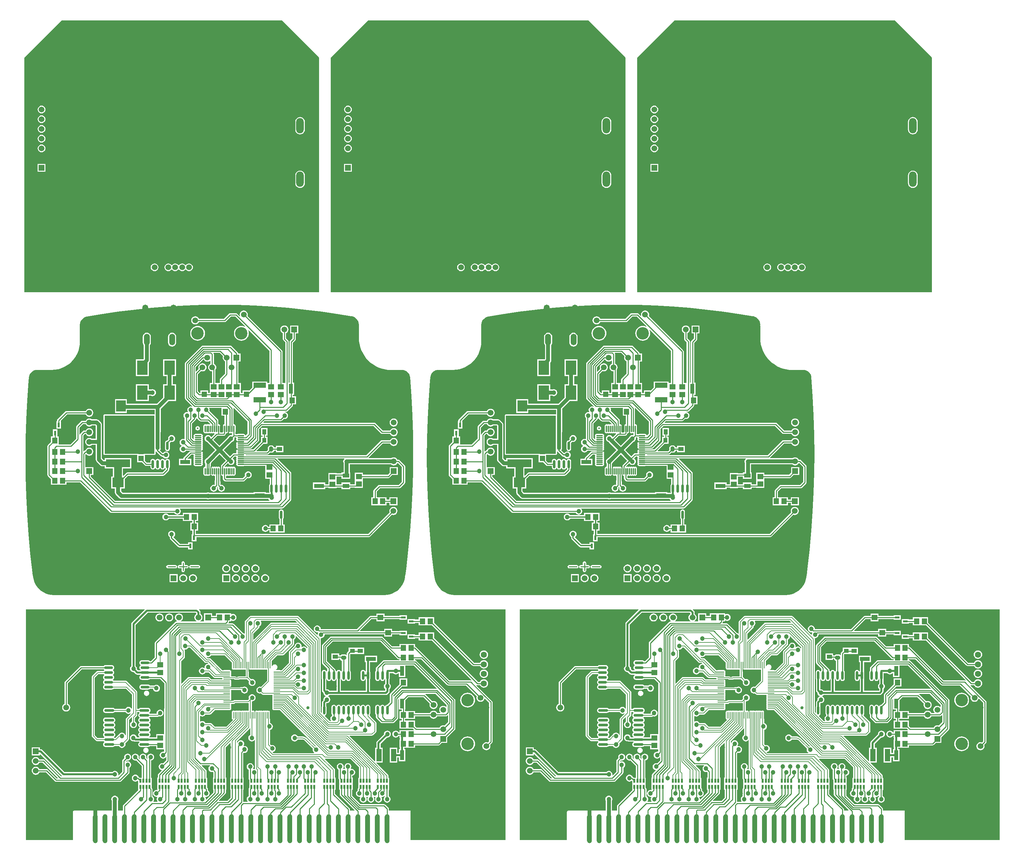
<source format=gtl>
%FSLAX42Y42*%
%MOMM*%
G71*
G01*
G75*
G04 Layer_Physical_Order=1*
G04 Layer_Color=255*
%ADD10C,0.20*%
%ADD11R,1.40X1.50*%
%ADD12R,1.50X1.40*%
%ADD13R,1.10X2.60*%
%ADD14R,2.60X1.10*%
%ADD15R,2.79X3.81*%
%ADD16R,2.50X3.00*%
%ADD17O,0.30X1.80*%
%ADD18O,1.80X0.30*%
%ADD19R,1.10X1.30*%
G04:AMPARAMS|DCode=20|XSize=1.3mm|YSize=1.1mm|CornerRadius=0mm|HoleSize=0mm|Usage=FLASHONLY|Rotation=90.000|XOffset=0mm|YOffset=0mm|HoleType=Round|Shape=Octagon|*
%AMOCTAGOND20*
4,1,8,0.28,0.65,-0.28,0.65,-0.55,0.38,-0.55,-0.38,-0.28,-0.65,0.28,-0.65,0.55,-0.38,0.55,0.38,0.28,0.65,0.0*
%
%ADD20OCTAGOND20*%

%ADD21O,0.60X2.20*%
%ADD22R,0.60X1.30*%
%ADD23R,6.30X2.15*%
%ADD24R,3.30X1.40*%
%ADD25R,3.00X2.50*%
%ADD26R,1.40X1.40*%
%ADD27R,1.10X1.40*%
%ADD28R,1.40X1.10*%
%ADD29R,1.70X1.10*%
%ADD30C,0.25*%
%ADD31C,1.00*%
%ADD32C,0.25*%
%ADD33C,0.50*%
%ADD34C,2.00*%
%ADD35C,0.30*%
%ADD36C,0.40*%
%ADD37O,1.27X7.62*%
%ADD38R,1.30X1.10*%
G04:AMPARAMS|DCode=39|XSize=1.3mm|YSize=1.1mm|CornerRadius=0mm|HoleSize=0mm|Usage=FLASHONLY|Rotation=360.000|XOffset=0mm|YOffset=0mm|HoleType=Round|Shape=Octagon|*
%AMOCTAGOND39*
4,1,8,0.65,-0.28,0.65,0.28,0.38,0.55,-0.38,0.55,-0.65,0.28,-0.65,-0.28,-0.38,-0.55,0.38,-0.55,0.65,-0.28,0.0*
%
%ADD39OCTAGOND39*%

%ADD40O,2.60X0.70*%
%ADD41R,1.40X3.30*%
%ADD42R,1.30X0.60*%
%ADD43O,0.60X2.30*%
%ADD44O,2.30X0.70*%
%ADD45O,0.24X1.80*%
%ADD46O,1.80X0.24*%
%ADD47R,0.50X1.00*%
%ADD48C,1.50*%
%ADD49O,2.00X4.00*%
%ADD50R,1.50X1.50*%
%ADD51C,4.50*%
%ADD52C,5.00*%
%ADD53R,1.50X1.50*%
%ADD54C,2.50*%
%ADD55C,3.25*%
%ADD56O,1.50X3.00*%
%ADD57O,3.00X1.50*%
%ADD58C,2.00*%
%ADD59C,1.20*%
%ADD60C,1.27*%
%ADD61C,1.60*%
G36*
X20349Y30175D02*
Y24048D01*
X12651D01*
Y30173D01*
X13623Y31145D01*
X19379D01*
X20349Y30175D01*
D02*
G37*
%LPC*%
G36*
X19850Y27223D02*
X19817Y27218D01*
X19787Y27206D01*
X19761Y27186D01*
X19740Y27159D01*
X19728Y27129D01*
X19724Y27096D01*
Y26896D01*
X19728Y26864D01*
X19740Y26833D01*
X19761Y26807D01*
X19787Y26787D01*
X19817Y26774D01*
X19850Y26770D01*
X19883Y26774D01*
X19913Y26787D01*
X19939Y26807D01*
X19960Y26833D01*
X19972Y26864D01*
X19976Y26896D01*
Y27096D01*
X19972Y27129D01*
X19960Y27159D01*
X19939Y27186D01*
X19913Y27206D01*
X19883Y27218D01*
X19850Y27223D01*
D02*
G37*
G36*
X13200Y27397D02*
X13000D01*
Y27196D01*
X13200D01*
Y27397D01*
D02*
G37*
G36*
X16050Y24798D02*
X16024Y24794D01*
X15999Y24784D01*
X15978Y24768D01*
X15962Y24747D01*
X15952Y24722D01*
X15949Y24696D01*
X15952Y24670D01*
X15962Y24646D01*
X15978Y24625D01*
X15999Y24609D01*
X16024Y24598D01*
X16050Y24595D01*
X16076Y24598D01*
X16101Y24609D01*
X16122Y24625D01*
X16138Y24646D01*
X16148Y24670D01*
X16151Y24696D01*
X16148Y24722D01*
X16138Y24747D01*
X16122Y24768D01*
X16101Y24784D01*
X16076Y24794D01*
X16050Y24798D01*
D02*
G37*
G36*
X16950D02*
X16924Y24794D01*
X16899Y24784D01*
X16878Y24768D01*
X16866Y24752D01*
X16854D01*
X16842Y24768D01*
X16821Y24784D01*
X16796Y24794D01*
X16770Y24798D01*
X16744Y24794D01*
X16719Y24784D01*
X16698Y24768D01*
X16686Y24752D01*
X16674D01*
X16662Y24768D01*
X16641Y24784D01*
X16616Y24794D01*
X16590Y24798D01*
X16564Y24794D01*
X16539Y24784D01*
X16518Y24768D01*
X16506Y24752D01*
X16494D01*
X16482Y24768D01*
X16461Y24784D01*
X16436Y24794D01*
X16410Y24798D01*
X16384Y24794D01*
X16359Y24784D01*
X16338Y24768D01*
X16322Y24747D01*
X16312Y24722D01*
X16309Y24696D01*
X16312Y24670D01*
X16322Y24646D01*
X16338Y24625D01*
X16359Y24609D01*
X16384Y24598D01*
X16410Y24595D01*
X16436Y24598D01*
X16461Y24609D01*
X16482Y24625D01*
X16494Y24640D01*
X16506D01*
X16518Y24625D01*
X16539Y24609D01*
X16564Y24598D01*
X16590Y24595D01*
X16616Y24598D01*
X16641Y24609D01*
X16662Y24625D01*
X16674Y24640D01*
X16686D01*
X16698Y24625D01*
X16719Y24609D01*
X16744Y24598D01*
X16770Y24595D01*
X16796Y24598D01*
X16821Y24609D01*
X16842Y24625D01*
X16854Y24640D01*
X16866D01*
X16878Y24625D01*
X16899Y24609D01*
X16924Y24598D01*
X16950Y24595D01*
X16976Y24598D01*
X17001Y24609D01*
X17022Y24625D01*
X17038Y24646D01*
X17048Y24670D01*
X17051Y24696D01*
X17048Y24722D01*
X17038Y24747D01*
X17022Y24768D01*
X17001Y24784D01*
X16976Y24794D01*
X16950Y24798D01*
D02*
G37*
G36*
X13100Y27906D02*
X13074Y27902D01*
X13049Y27892D01*
X13028Y27876D01*
X13012Y27855D01*
X13002Y27830D01*
X12999Y27804D01*
X13002Y27778D01*
X13012Y27754D01*
X13028Y27733D01*
X13049Y27717D01*
X13074Y27706D01*
X13100Y27703D01*
X13126Y27706D01*
X13151Y27717D01*
X13172Y27733D01*
X13188Y27754D01*
X13198Y27778D01*
X13201Y27804D01*
X13198Y27830D01*
X13188Y27855D01*
X13172Y27876D01*
X13151Y27892D01*
X13126Y27902D01*
X13100Y27906D01*
D02*
G37*
G36*
Y28668D02*
X13074Y28664D01*
X13049Y28654D01*
X13028Y28638D01*
X13012Y28617D01*
X13002Y28592D01*
X12999Y28566D01*
X13002Y28540D01*
X13012Y28516D01*
X13028Y28495D01*
X13049Y28479D01*
X13074Y28468D01*
X13100Y28465D01*
X13126Y28468D01*
X13151Y28479D01*
X13172Y28495D01*
X13188Y28516D01*
X13198Y28540D01*
X13201Y28566D01*
X13198Y28592D01*
X13188Y28617D01*
X13172Y28638D01*
X13151Y28654D01*
X13126Y28664D01*
X13100Y28668D01*
D02*
G37*
G36*
Y28922D02*
X13074Y28918D01*
X13049Y28908D01*
X13028Y28892D01*
X13012Y28871D01*
X13002Y28846D01*
X12999Y28820D01*
X13002Y28794D01*
X13012Y28770D01*
X13028Y28749D01*
X13049Y28733D01*
X13074Y28722D01*
X13100Y28719D01*
X13126Y28722D01*
X13151Y28733D01*
X13172Y28749D01*
X13188Y28770D01*
X13198Y28794D01*
X13201Y28820D01*
X13198Y28846D01*
X13188Y28871D01*
X13172Y28892D01*
X13151Y28908D01*
X13126Y28918D01*
X13100Y28922D01*
D02*
G37*
G36*
Y28414D02*
X13074Y28410D01*
X13049Y28400D01*
X13028Y28384D01*
X13012Y28363D01*
X13002Y28338D01*
X12999Y28312D01*
X13002Y28286D01*
X13012Y28262D01*
X13028Y28241D01*
X13049Y28225D01*
X13074Y28214D01*
X13100Y28211D01*
X13126Y28214D01*
X13151Y28225D01*
X13172Y28241D01*
X13188Y28262D01*
X13198Y28286D01*
X13201Y28312D01*
X13198Y28338D01*
X13188Y28363D01*
X13172Y28384D01*
X13151Y28400D01*
X13126Y28410D01*
X13100Y28414D01*
D02*
G37*
G36*
Y28160D02*
X13074Y28156D01*
X13049Y28146D01*
X13028Y28130D01*
X13012Y28109D01*
X13002Y28084D01*
X12999Y28058D01*
X13002Y28032D01*
X13012Y28008D01*
X13028Y27987D01*
X13049Y27971D01*
X13074Y27960D01*
X13100Y27957D01*
X13126Y27960D01*
X13151Y27971D01*
X13172Y27987D01*
X13188Y28008D01*
X13198Y28032D01*
X13201Y28058D01*
X13198Y28084D01*
X13188Y28109D01*
X13172Y28130D01*
X13151Y28146D01*
X13126Y28156D01*
X13100Y28160D01*
D02*
G37*
G36*
X19850Y28623D02*
X19817Y28618D01*
X19787Y28606D01*
X19761Y28586D01*
X19740Y28559D01*
X19728Y28529D01*
X19724Y28496D01*
Y28296D01*
X19728Y28264D01*
X19740Y28233D01*
X19761Y28207D01*
X19787Y28187D01*
X19817Y28174D01*
X19850Y28170D01*
X19883Y28174D01*
X19913Y28187D01*
X19939Y28207D01*
X19960Y28233D01*
X19972Y28264D01*
X19976Y28296D01*
Y28496D01*
X19972Y28529D01*
X19960Y28559D01*
X19939Y28586D01*
X19913Y28606D01*
X19883Y28618D01*
X19850Y28623D01*
D02*
G37*
%LPD*%
G36*
X28349Y30175D02*
Y24048D01*
X20651D01*
Y30173D01*
X21623Y31145D01*
X27379D01*
X28349Y30175D01*
D02*
G37*
%LPC*%
G36*
X27850Y27223D02*
X27817Y27218D01*
X27787Y27206D01*
X27761Y27186D01*
X27740Y27159D01*
X27728Y27129D01*
X27724Y27096D01*
Y26896D01*
X27728Y26864D01*
X27740Y26833D01*
X27761Y26807D01*
X27787Y26787D01*
X27817Y26774D01*
X27850Y26770D01*
X27883Y26774D01*
X27913Y26787D01*
X27939Y26807D01*
X27960Y26833D01*
X27972Y26864D01*
X27976Y26896D01*
Y27096D01*
X27972Y27129D01*
X27960Y27159D01*
X27939Y27186D01*
X27913Y27206D01*
X27883Y27218D01*
X27850Y27223D01*
D02*
G37*
G36*
X21200Y27397D02*
X21000D01*
Y27196D01*
X21200D01*
Y27397D01*
D02*
G37*
G36*
X24050Y24798D02*
X24024Y24794D01*
X23999Y24784D01*
X23978Y24768D01*
X23962Y24747D01*
X23952Y24722D01*
X23949Y24696D01*
X23952Y24670D01*
X23962Y24646D01*
X23978Y24625D01*
X23999Y24609D01*
X24024Y24598D01*
X24050Y24595D01*
X24076Y24598D01*
X24101Y24609D01*
X24122Y24625D01*
X24138Y24646D01*
X24148Y24670D01*
X24151Y24696D01*
X24148Y24722D01*
X24138Y24747D01*
X24122Y24768D01*
X24101Y24784D01*
X24076Y24794D01*
X24050Y24798D01*
D02*
G37*
G36*
X24950D02*
X24924Y24794D01*
X24899Y24784D01*
X24878Y24768D01*
X24866Y24752D01*
X24854D01*
X24842Y24768D01*
X24821Y24784D01*
X24796Y24794D01*
X24770Y24798D01*
X24744Y24794D01*
X24719Y24784D01*
X24698Y24768D01*
X24686Y24752D01*
X24674D01*
X24662Y24768D01*
X24641Y24784D01*
X24616Y24794D01*
X24590Y24798D01*
X24564Y24794D01*
X24539Y24784D01*
X24518Y24768D01*
X24506Y24752D01*
X24494D01*
X24482Y24768D01*
X24461Y24784D01*
X24436Y24794D01*
X24410Y24798D01*
X24384Y24794D01*
X24359Y24784D01*
X24338Y24768D01*
X24322Y24747D01*
X24312Y24722D01*
X24309Y24696D01*
X24312Y24670D01*
X24322Y24646D01*
X24338Y24625D01*
X24359Y24609D01*
X24384Y24598D01*
X24410Y24595D01*
X24436Y24598D01*
X24461Y24609D01*
X24482Y24625D01*
X24494Y24640D01*
X24506D01*
X24518Y24625D01*
X24539Y24609D01*
X24564Y24598D01*
X24590Y24595D01*
X24616Y24598D01*
X24641Y24609D01*
X24662Y24625D01*
X24674Y24640D01*
X24686D01*
X24698Y24625D01*
X24719Y24609D01*
X24744Y24598D01*
X24770Y24595D01*
X24796Y24598D01*
X24821Y24609D01*
X24842Y24625D01*
X24854Y24640D01*
X24866D01*
X24878Y24625D01*
X24899Y24609D01*
X24924Y24598D01*
X24950Y24595D01*
X24976Y24598D01*
X25001Y24609D01*
X25022Y24625D01*
X25038Y24646D01*
X25048Y24670D01*
X25051Y24696D01*
X25048Y24722D01*
X25038Y24747D01*
X25022Y24768D01*
X25001Y24784D01*
X24976Y24794D01*
X24950Y24798D01*
D02*
G37*
G36*
X21100Y27906D02*
X21074Y27902D01*
X21049Y27892D01*
X21028Y27876D01*
X21012Y27855D01*
X21002Y27830D01*
X20999Y27804D01*
X21002Y27778D01*
X21012Y27754D01*
X21028Y27733D01*
X21049Y27717D01*
X21074Y27706D01*
X21100Y27703D01*
X21126Y27706D01*
X21151Y27717D01*
X21172Y27733D01*
X21188Y27754D01*
X21198Y27778D01*
X21201Y27804D01*
X21198Y27830D01*
X21188Y27855D01*
X21172Y27876D01*
X21151Y27892D01*
X21126Y27902D01*
X21100Y27906D01*
D02*
G37*
G36*
Y28668D02*
X21074Y28664D01*
X21049Y28654D01*
X21028Y28638D01*
X21012Y28617D01*
X21002Y28592D01*
X20999Y28566D01*
X21002Y28540D01*
X21012Y28516D01*
X21028Y28495D01*
X21049Y28479D01*
X21074Y28468D01*
X21100Y28465D01*
X21126Y28468D01*
X21151Y28479D01*
X21172Y28495D01*
X21188Y28516D01*
X21198Y28540D01*
X21201Y28566D01*
X21198Y28592D01*
X21188Y28617D01*
X21172Y28638D01*
X21151Y28654D01*
X21126Y28664D01*
X21100Y28668D01*
D02*
G37*
G36*
Y28922D02*
X21074Y28918D01*
X21049Y28908D01*
X21028Y28892D01*
X21012Y28871D01*
X21002Y28846D01*
X20999Y28820D01*
X21002Y28794D01*
X21012Y28770D01*
X21028Y28749D01*
X21049Y28733D01*
X21074Y28722D01*
X21100Y28719D01*
X21126Y28722D01*
X21151Y28733D01*
X21172Y28749D01*
X21188Y28770D01*
X21198Y28794D01*
X21201Y28820D01*
X21198Y28846D01*
X21188Y28871D01*
X21172Y28892D01*
X21151Y28908D01*
X21126Y28918D01*
X21100Y28922D01*
D02*
G37*
G36*
Y28414D02*
X21074Y28410D01*
X21049Y28400D01*
X21028Y28384D01*
X21012Y28363D01*
X21002Y28338D01*
X20999Y28312D01*
X21002Y28286D01*
X21012Y28262D01*
X21028Y28241D01*
X21049Y28225D01*
X21074Y28214D01*
X21100Y28211D01*
X21126Y28214D01*
X21151Y28225D01*
X21172Y28241D01*
X21188Y28262D01*
X21198Y28286D01*
X21201Y28312D01*
X21198Y28338D01*
X21188Y28363D01*
X21172Y28384D01*
X21151Y28400D01*
X21126Y28410D01*
X21100Y28414D01*
D02*
G37*
G36*
Y28160D02*
X21074Y28156D01*
X21049Y28146D01*
X21028Y28130D01*
X21012Y28109D01*
X21002Y28084D01*
X20999Y28058D01*
X21002Y28032D01*
X21012Y28008D01*
X21028Y27987D01*
X21049Y27971D01*
X21074Y27960D01*
X21100Y27957D01*
X21126Y27960D01*
X21151Y27971D01*
X21172Y27987D01*
X21188Y28008D01*
X21198Y28032D01*
X21201Y28058D01*
X21198Y28084D01*
X21188Y28109D01*
X21172Y28130D01*
X21151Y28146D01*
X21126Y28156D01*
X21100Y28160D01*
D02*
G37*
G36*
X27850Y28623D02*
X27817Y28618D01*
X27787Y28606D01*
X27761Y28586D01*
X27740Y28559D01*
X27728Y28529D01*
X27724Y28496D01*
Y28296D01*
X27728Y28264D01*
X27740Y28233D01*
X27761Y28207D01*
X27787Y28187D01*
X27817Y28174D01*
X27850Y28170D01*
X27883Y28174D01*
X27913Y28187D01*
X27939Y28207D01*
X27960Y28233D01*
X27972Y28264D01*
X27976Y28296D01*
Y28496D01*
X27972Y28529D01*
X27960Y28559D01*
X27939Y28586D01*
X27913Y28606D01*
X27883Y28618D01*
X27850Y28623D01*
D02*
G37*
%LPD*%
G36*
X36349Y30175D02*
Y24048D01*
X28651D01*
Y30173D01*
X29623Y31145D01*
X35379D01*
X36349Y30175D01*
D02*
G37*
%LPC*%
G36*
X35850Y27223D02*
X35817Y27218D01*
X35787Y27206D01*
X35761Y27186D01*
X35740Y27159D01*
X35728Y27129D01*
X35724Y27096D01*
Y26896D01*
X35728Y26864D01*
X35740Y26833D01*
X35761Y26807D01*
X35787Y26787D01*
X35817Y26774D01*
X35850Y26770D01*
X35883Y26774D01*
X35913Y26787D01*
X35939Y26807D01*
X35960Y26833D01*
X35972Y26864D01*
X35976Y26896D01*
Y27096D01*
X35972Y27129D01*
X35960Y27159D01*
X35939Y27186D01*
X35913Y27206D01*
X35883Y27218D01*
X35850Y27223D01*
D02*
G37*
G36*
X29200Y27397D02*
X29000D01*
Y27196D01*
X29200D01*
Y27397D01*
D02*
G37*
G36*
X32050Y24798D02*
X32024Y24794D01*
X31999Y24784D01*
X31978Y24768D01*
X31962Y24747D01*
X31952Y24722D01*
X31949Y24696D01*
X31952Y24670D01*
X31962Y24646D01*
X31978Y24625D01*
X31999Y24609D01*
X32024Y24598D01*
X32050Y24595D01*
X32076Y24598D01*
X32101Y24609D01*
X32122Y24625D01*
X32138Y24646D01*
X32148Y24670D01*
X32151Y24696D01*
X32148Y24722D01*
X32138Y24747D01*
X32122Y24768D01*
X32101Y24784D01*
X32076Y24794D01*
X32050Y24798D01*
D02*
G37*
G36*
X32950D02*
X32924Y24794D01*
X32899Y24784D01*
X32878Y24768D01*
X32866Y24752D01*
X32854D01*
X32842Y24768D01*
X32821Y24784D01*
X32796Y24794D01*
X32770Y24798D01*
X32744Y24794D01*
X32719Y24784D01*
X32698Y24768D01*
X32686Y24752D01*
X32674D01*
X32662Y24768D01*
X32641Y24784D01*
X32616Y24794D01*
X32590Y24798D01*
X32564Y24794D01*
X32539Y24784D01*
X32518Y24768D01*
X32506Y24752D01*
X32494D01*
X32482Y24768D01*
X32461Y24784D01*
X32436Y24794D01*
X32410Y24798D01*
X32384Y24794D01*
X32359Y24784D01*
X32338Y24768D01*
X32322Y24747D01*
X32312Y24722D01*
X32309Y24696D01*
X32312Y24670D01*
X32322Y24646D01*
X32338Y24625D01*
X32359Y24609D01*
X32384Y24598D01*
X32410Y24595D01*
X32436Y24598D01*
X32461Y24609D01*
X32482Y24625D01*
X32494Y24640D01*
X32506D01*
X32518Y24625D01*
X32539Y24609D01*
X32564Y24598D01*
X32590Y24595D01*
X32616Y24598D01*
X32641Y24609D01*
X32662Y24625D01*
X32674Y24640D01*
X32686D01*
X32698Y24625D01*
X32719Y24609D01*
X32744Y24598D01*
X32770Y24595D01*
X32796Y24598D01*
X32821Y24609D01*
X32842Y24625D01*
X32854Y24640D01*
X32866D01*
X32878Y24625D01*
X32899Y24609D01*
X32924Y24598D01*
X32950Y24595D01*
X32976Y24598D01*
X33001Y24609D01*
X33022Y24625D01*
X33038Y24646D01*
X33048Y24670D01*
X33051Y24696D01*
X33048Y24722D01*
X33038Y24747D01*
X33022Y24768D01*
X33001Y24784D01*
X32976Y24794D01*
X32950Y24798D01*
D02*
G37*
G36*
X29100Y27906D02*
X29074Y27902D01*
X29049Y27892D01*
X29028Y27876D01*
X29012Y27855D01*
X29002Y27830D01*
X28999Y27804D01*
X29002Y27778D01*
X29012Y27754D01*
X29028Y27733D01*
X29049Y27717D01*
X29074Y27706D01*
X29100Y27703D01*
X29126Y27706D01*
X29151Y27717D01*
X29172Y27733D01*
X29188Y27754D01*
X29198Y27778D01*
X29201Y27804D01*
X29198Y27830D01*
X29188Y27855D01*
X29172Y27876D01*
X29151Y27892D01*
X29126Y27902D01*
X29100Y27906D01*
D02*
G37*
G36*
Y28668D02*
X29074Y28664D01*
X29049Y28654D01*
X29028Y28638D01*
X29012Y28617D01*
X29002Y28592D01*
X28999Y28566D01*
X29002Y28540D01*
X29012Y28516D01*
X29028Y28495D01*
X29049Y28479D01*
X29074Y28468D01*
X29100Y28465D01*
X29126Y28468D01*
X29151Y28479D01*
X29172Y28495D01*
X29188Y28516D01*
X29198Y28540D01*
X29201Y28566D01*
X29198Y28592D01*
X29188Y28617D01*
X29172Y28638D01*
X29151Y28654D01*
X29126Y28664D01*
X29100Y28668D01*
D02*
G37*
G36*
Y28922D02*
X29074Y28918D01*
X29049Y28908D01*
X29028Y28892D01*
X29012Y28871D01*
X29002Y28846D01*
X28999Y28820D01*
X29002Y28794D01*
X29012Y28770D01*
X29028Y28749D01*
X29049Y28733D01*
X29074Y28722D01*
X29100Y28719D01*
X29126Y28722D01*
X29151Y28733D01*
X29172Y28749D01*
X29188Y28770D01*
X29198Y28794D01*
X29201Y28820D01*
X29198Y28846D01*
X29188Y28871D01*
X29172Y28892D01*
X29151Y28908D01*
X29126Y28918D01*
X29100Y28922D01*
D02*
G37*
G36*
Y28414D02*
X29074Y28410D01*
X29049Y28400D01*
X29028Y28384D01*
X29012Y28363D01*
X29002Y28338D01*
X28999Y28312D01*
X29002Y28286D01*
X29012Y28262D01*
X29028Y28241D01*
X29049Y28225D01*
X29074Y28214D01*
X29100Y28211D01*
X29126Y28214D01*
X29151Y28225D01*
X29172Y28241D01*
X29188Y28262D01*
X29198Y28286D01*
X29201Y28312D01*
X29198Y28338D01*
X29188Y28363D01*
X29172Y28384D01*
X29151Y28400D01*
X29126Y28410D01*
X29100Y28414D01*
D02*
G37*
G36*
Y28160D02*
X29074Y28156D01*
X29049Y28146D01*
X29028Y28130D01*
X29012Y28109D01*
X29002Y28084D01*
X28999Y28058D01*
X29002Y28032D01*
X29012Y28008D01*
X29028Y27987D01*
X29049Y27971D01*
X29074Y27960D01*
X29100Y27957D01*
X29126Y27960D01*
X29151Y27971D01*
X29172Y27987D01*
X29188Y28008D01*
X29198Y28032D01*
X29201Y28058D01*
X29198Y28084D01*
X29188Y28109D01*
X29172Y28130D01*
X29151Y28146D01*
X29126Y28156D01*
X29100Y28160D01*
D02*
G37*
G36*
X35850Y28623D02*
X35817Y28618D01*
X35787Y28606D01*
X35761Y28586D01*
X35740Y28559D01*
X35728Y28529D01*
X35724Y28496D01*
Y28296D01*
X35728Y28264D01*
X35740Y28233D01*
X35761Y28207D01*
X35787Y28187D01*
X35817Y28174D01*
X35850Y28170D01*
X35883Y28174D01*
X35913Y28187D01*
X35939Y28207D01*
X35960Y28233D01*
X35972Y28264D01*
X35976Y28296D01*
Y28496D01*
X35972Y28529D01*
X35960Y28559D01*
X35939Y28586D01*
X35913Y28606D01*
X35883Y28618D01*
X35850Y28623D01*
D02*
G37*
%LPD*%
G36*
X18200Y23711D02*
X18646Y23696D01*
X19090Y23671D01*
X19534Y23636D01*
X19977Y23591D01*
X20419Y23537D01*
X20860Y23472D01*
X21178Y23418D01*
D01*
D01*
X21178Y23418D01*
Y23418D01*
D01*
X21178D01*
Y23418D01*
X21183Y23417D01*
Y23417D01*
X21183Y23417D01*
X21208Y23415D01*
X21249Y23402D01*
X21287Y23382D01*
X21321Y23354D01*
X21348Y23321D01*
X21369Y23283D01*
X21381Y23241D01*
X21386Y23198D01*
X21384Y23180D01*
X21384D01*
X21384Y23179D01*
X21384Y23176D01*
X21385Y23171D01*
Y22856D01*
X21385Y22853D01*
X21389Y22773D01*
X21401Y22691D01*
X21422Y22611D01*
X21450Y22533D01*
X21485Y22458D01*
X21528Y22386D01*
X21577Y22320D01*
X21633Y22258D01*
X21694Y22203D01*
X21761Y22153D01*
X21832Y22110D01*
X21907Y22075D01*
X21985Y22047D01*
X22066Y22027D01*
X22148Y22015D01*
X22231Y22011D01*
Y22011D01*
X22250Y22014D01*
X22488D01*
X22488Y22014D01*
X22488D01*
X22492Y22015D01*
X22492Y22014D01*
Y22014D01*
X22508Y22016D01*
X22550Y22012D01*
X22590Y21999D01*
X22628Y21979D01*
X22660Y21952D01*
X22687Y21920D01*
X22707Y21882D01*
X22720Y21842D01*
X22721Y21823D01*
X22721Y21819D01*
X22721Y21814D01*
X22721Y21814D01*
D01*
D01*
D01*
D01*
X22722Y21814D01*
Y21814D01*
X22756Y21327D01*
X22781Y20825D01*
X22797Y20323D01*
X22802Y19821D01*
X22797Y19318D01*
X22781Y18816D01*
X22756Y18315D01*
X22721Y17814D01*
X22675Y17313D01*
X22620Y16814D01*
X22598Y16646D01*
X22597Y16645D01*
X22593Y16628D01*
X22592Y16628D01*
X22591Y16604D01*
X22577Y16534D01*
X22554Y16466D01*
X22522Y16402D01*
X22483Y16343D01*
X22435Y16289D01*
X22382Y16242D01*
X22322Y16202D01*
X22258Y16170D01*
X22190Y16147D01*
X22120Y16133D01*
X22057Y16129D01*
X22056Y16129D01*
Y16129D01*
X22046Y16127D01*
X13434D01*
X13425Y16129D01*
Y16129D01*
X13425Y16129D01*
X13421Y16130D01*
X13421Y16130D01*
X13406Y16130D01*
X13349Y16134D01*
X13278Y16148D01*
X13211Y16171D01*
X13147Y16202D01*
X13087Y16242D01*
X13033Y16289D01*
X12986Y16343D01*
X12946Y16402D01*
X12915Y16467D01*
X12892Y16534D01*
X12878Y16604D01*
X12877Y16611D01*
X12877Y16611D01*
X12874Y16626D01*
X12873Y16627D01*
X12862Y16714D01*
X12806Y17213D01*
X12761Y17713D01*
X12726Y18214D01*
X12700Y18716D01*
X12685Y19218D01*
X12680Y19720D01*
X12685Y20223D01*
X12700Y20725D01*
X12726Y21226D01*
X12761Y21728D01*
X12768Y21804D01*
X12770Y21817D01*
X12771Y21817D01*
X12774Y21842D01*
X12786Y21883D01*
X12806Y21920D01*
X12833Y21953D01*
X12867Y21981D01*
X12904Y22001D01*
X12945Y22013D01*
X12981Y22017D01*
X12988Y22015D01*
X13358D01*
X13362Y22014D01*
Y22014D01*
X13445Y22019D01*
X13527Y22033D01*
X13606Y22056D01*
X13683Y22087D01*
X13755Y22128D01*
X13823Y22176D01*
X13885Y22231D01*
X13940Y22293D01*
X13988Y22360D01*
X14028Y22433D01*
X14060Y22509D01*
X14083Y22589D01*
X14096Y22671D01*
X14101Y22753D01*
X14101D01*
Y23174D01*
X14101Y23174D01*
X14101Y23174D01*
Y23174D01*
X14101Y23177D01*
X14101Y23178D01*
X14101D01*
X14100Y23190D01*
X14104Y23233D01*
X14117Y23275D01*
X14137Y23313D01*
X14164Y23346D01*
X14198Y23374D01*
X14236Y23394D01*
X14277Y23407D01*
X14278Y23407D01*
X14278Y23407D01*
X14289Y23409D01*
X14291Y23411D01*
X14650Y23472D01*
X15091Y23537D01*
X15533Y23591D01*
X15976Y23636D01*
X16420Y23671D01*
X16864Y23696D01*
X17310Y23711D01*
X17755Y23716D01*
X18200Y23711D01*
D02*
G37*
%LPC*%
G36*
X17921Y16931D02*
X17893Y16928D01*
X17868Y16917D01*
X17846Y16900D01*
X17829Y16878D01*
X17819Y16853D01*
X17815Y16825D01*
X17819Y16798D01*
X17829Y16772D01*
X17846Y16750D01*
X17868Y16734D01*
X17893Y16723D01*
X17921Y16719D01*
X17948Y16723D01*
X17974Y16734D01*
X17996Y16750D01*
X18013Y16772D01*
X18023Y16798D01*
X18027Y16825D01*
X18023Y16853D01*
X18013Y16878D01*
X17996Y16900D01*
X17974Y16917D01*
X17948Y16928D01*
X17921Y16931D01*
D02*
G37*
G36*
X19359Y18372D02*
X19336Y18368D01*
X19316Y18355D01*
X19303Y18335D01*
X19298Y18311D01*
Y18151D01*
X19303Y18128D01*
X19316Y18108D01*
Y17976D01*
X19255D01*
X19255Y17976D01*
Y17976D01*
X19246Y17976D01*
D01*
X19246Y17976D01*
X19246Y17976D01*
D01*
X19246D01*
X19237Y17976D01*
X19237Y17976D01*
Y17976D01*
X19046D01*
Y17915D01*
X19025D01*
X19024Y17917D01*
X19010Y17935D01*
X18991Y17950D01*
X18969Y17959D01*
X18946Y17962D01*
X18922Y17959D01*
X18900Y17950D01*
X18882Y17935D01*
X18867Y17917D01*
X18858Y17895D01*
X18855Y17871D01*
X18858Y17848D01*
X18867Y17826D01*
X18882Y17807D01*
X18900Y17793D01*
X18922Y17784D01*
X18946Y17781D01*
X18969Y17784D01*
X18991Y17793D01*
X19010Y17807D01*
X19024Y17826D01*
X19025Y17828D01*
X19046D01*
Y17766D01*
X19246D01*
Y17766D01*
X19246D01*
X19246Y17766D01*
X19255Y17766D01*
X19255Y17766D01*
Y17766D01*
X19446D01*
Y17976D01*
X19403D01*
Y18108D01*
X19416Y18128D01*
X19420Y18151D01*
Y18311D01*
X19416Y18335D01*
X19403Y18355D01*
X19383Y18368D01*
X19359Y18372D01*
D02*
G37*
G36*
X22288Y18435D02*
X22260Y18432D01*
X22235Y18421D01*
X22213Y18404D01*
X22196Y18382D01*
X22186Y18357D01*
X22182Y18329D01*
X22186Y18302D01*
X22189Y18292D01*
X21629Y17732D01*
X17129D01*
Y17816D01*
X17186D01*
Y18026D01*
X17129D01*
Y18066D01*
X17186D01*
Y18276D01*
X16995D01*
X16995Y18276D01*
Y18276D01*
X16986Y18276D01*
D01*
X16986Y18276D01*
X16986Y18276D01*
D01*
X16986D01*
X16977Y18276D01*
X16977Y18276D01*
Y18276D01*
X16786D01*
Y18217D01*
X16424D01*
X16410Y18235D01*
X16391Y18250D01*
X16369Y18259D01*
X16346Y18262D01*
X16322Y18259D01*
X16300Y18250D01*
X16282Y18235D01*
X16267Y18217D01*
X16258Y18195D01*
X16255Y18171D01*
X16258Y18148D01*
X16267Y18126D01*
X16282Y18107D01*
X16300Y18093D01*
X16322Y18084D01*
X16346Y18081D01*
X16369Y18084D01*
X16391Y18093D01*
X16410Y18107D01*
X16424Y18125D01*
X16786D01*
Y18066D01*
X16986D01*
Y18066D01*
X16986D01*
X16986Y18066D01*
X16995Y18066D01*
X16995Y18066D01*
Y18066D01*
X17037D01*
Y18026D01*
X16986D01*
Y17816D01*
X17037D01*
Y17721D01*
X17021D01*
Y17531D01*
X17141D01*
Y17645D01*
X21647D01*
X21664Y17649D01*
X21678Y17658D01*
X22251Y18231D01*
X22260Y18227D01*
X22288Y18223D01*
X22315Y18227D01*
X22341Y18238D01*
X22363Y18254D01*
X22380Y18276D01*
X22390Y18302D01*
X22394Y18329D01*
X22390Y18357D01*
X22380Y18382D01*
X22363Y18404D01*
X22341Y18421D01*
X22315Y18432D01*
X22288Y18435D01*
D02*
G37*
G36*
X16496Y20312D02*
X16472Y20309D01*
X16450Y20300D01*
X16432Y20285D01*
X16417Y20267D01*
X16408Y20245D01*
X16405Y20221D01*
X16408Y20198D01*
X16381Y20171D01*
X16363Y20168D01*
X16343Y20155D01*
X16330Y20135D01*
X16325Y20111D01*
Y19951D01*
X16330Y19928D01*
X16343Y19908D01*
X16363Y19895D01*
X16386Y19890D01*
X16410Y19895D01*
X16430Y19908D01*
X16443Y19928D01*
X16447Y19951D01*
Y20108D01*
X16473Y20134D01*
X16496Y20131D01*
X16519Y20134D01*
X16541Y20143D01*
X16560Y20157D01*
X16574Y20176D01*
X16584Y20198D01*
X16587Y20221D01*
X16584Y20245D01*
X16574Y20267D01*
X16560Y20285D01*
X16541Y20300D01*
X16519Y20309D01*
X16496Y20312D01*
D02*
G37*
G36*
X16651Y16676D02*
X16441D01*
Y16466D01*
X16651D01*
Y16676D01*
D02*
G37*
G36*
X18026D02*
X17816D01*
Y16466D01*
X18026D01*
Y16676D01*
D02*
G37*
G36*
X16496Y17812D02*
X16472Y17809D01*
X16450Y17800D01*
X16432Y17785D01*
X16417Y17767D01*
X16408Y17745D01*
X16405Y17721D01*
X16408Y17698D01*
X16417Y17676D01*
X16432Y17657D01*
X16450Y17643D01*
Y17621D01*
X16450Y17621D01*
X16450D01*
X16453Y17604D01*
X16463Y17589D01*
X16663Y17389D01*
X16678Y17379D01*
X16696Y17375D01*
X16926D01*
Y17321D01*
X17046D01*
Y17511D01*
X16926D01*
Y17467D01*
X16715D01*
X16542Y17640D01*
Y17643D01*
X16560Y17657D01*
X16574Y17676D01*
X16584Y17698D01*
X16587Y17721D01*
X16584Y17745D01*
X16574Y17767D01*
X16560Y17785D01*
X16541Y17800D01*
X16519Y17809D01*
X16496Y17812D01*
D02*
G37*
G36*
X18683Y16931D02*
X18655Y16928D01*
X18630Y16917D01*
X18608Y16900D01*
X18591Y16878D01*
X18581Y16853D01*
X18577Y16825D01*
X18581Y16798D01*
X18591Y16772D01*
X18608Y16750D01*
X18630Y16734D01*
X18655Y16723D01*
X18683Y16719D01*
X18710Y16723D01*
X18736Y16734D01*
X18758Y16750D01*
X18775Y16772D01*
X18785Y16798D01*
X18789Y16825D01*
X18785Y16853D01*
X18775Y16878D01*
X18758Y16900D01*
X18736Y16917D01*
X18710Y16928D01*
X18683Y16931D01*
D02*
G37*
G36*
X18429D02*
X18401Y16928D01*
X18376Y16917D01*
X18354Y16900D01*
X18337Y16878D01*
X18327Y16853D01*
X18323Y16825D01*
X18327Y16798D01*
X18337Y16772D01*
X18354Y16750D01*
X18376Y16734D01*
X18401Y16723D01*
X18429Y16719D01*
X18456Y16723D01*
X18482Y16734D01*
X18504Y16750D01*
X18521Y16772D01*
X18531Y16798D01*
X18535Y16825D01*
X18531Y16853D01*
X18521Y16878D01*
X18504Y16900D01*
X18482Y16917D01*
X18456Y16928D01*
X18429Y16931D01*
D02*
G37*
G36*
X18175D02*
X18147Y16928D01*
X18122Y16917D01*
X18100Y16900D01*
X18083Y16878D01*
X18073Y16853D01*
X18069Y16825D01*
X18073Y16798D01*
X18083Y16772D01*
X18100Y16750D01*
X18122Y16734D01*
X18147Y16723D01*
X18175Y16719D01*
X18202Y16723D01*
X18228Y16734D01*
X18250Y16750D01*
X18267Y16772D01*
X18277Y16798D01*
X18281Y16825D01*
X18277Y16853D01*
X18267Y16878D01*
X18250Y16900D01*
X18228Y16917D01*
X18202Y16928D01*
X18175Y16931D01*
D02*
G37*
G36*
X17196Y16915D02*
X16996D01*
X16979Y16911D01*
X16965Y16902D01*
X16956Y16888D01*
X16952Y16871D01*
X16956Y16855D01*
X16965Y16841D01*
X16979Y16831D01*
X16996Y16828D01*
X17196D01*
X17212Y16831D01*
X17226Y16841D01*
X17236Y16855D01*
X17239Y16871D01*
X17236Y16888D01*
X17226Y16902D01*
X17212Y16911D01*
X17196Y16915D01*
D02*
G37*
G36*
X16596D02*
X16396D01*
X16379Y16911D01*
X16365Y16902D01*
X16356Y16888D01*
X16352Y16871D01*
X16356Y16855D01*
X16365Y16841D01*
X16379Y16831D01*
X16396Y16828D01*
X16596D01*
X16612Y16831D01*
X16626Y16841D01*
X16636Y16855D01*
X16639Y16871D01*
X16636Y16888D01*
X16626Y16902D01*
X16612Y16911D01*
X16596Y16915D01*
D02*
G37*
G36*
X16796Y17015D02*
X16779Y17011D01*
X16765Y17002D01*
X16756Y16988D01*
X16752Y16971D01*
Y16915D01*
X16696D01*
X16679Y16911D01*
X16665Y16902D01*
X16656Y16888D01*
X16652Y16871D01*
X16656Y16855D01*
X16665Y16841D01*
X16679Y16831D01*
X16696Y16828D01*
X16752D01*
Y16771D01*
X16756Y16755D01*
X16765Y16741D01*
X16779Y16731D01*
X16796Y16728D01*
X16812Y16731D01*
X16826Y16741D01*
X16836Y16755D01*
X16839Y16771D01*
Y16828D01*
X16896D01*
X16912Y16831D01*
X16926Y16841D01*
X16936Y16855D01*
X16939Y16871D01*
X16936Y16888D01*
X16926Y16902D01*
X16912Y16911D01*
X16896Y16915D01*
X16839D01*
Y16971D01*
X16836Y16988D01*
X16826Y17002D01*
X16812Y17011D01*
X16796Y17015D01*
D02*
G37*
G36*
X18937Y16677D02*
X18909Y16674D01*
X18884Y16663D01*
X18862Y16646D01*
X18845Y16624D01*
X18835Y16599D01*
X18831Y16571D01*
X18835Y16544D01*
X18845Y16518D01*
X18862Y16496D01*
X18884Y16480D01*
X18909Y16469D01*
X18937Y16465D01*
X18964Y16469D01*
X18990Y16480D01*
X19012Y16496D01*
X19029Y16518D01*
X19039Y16544D01*
X19043Y16571D01*
X19039Y16599D01*
X19029Y16624D01*
X19012Y16646D01*
X18990Y16663D01*
X18964Y16674D01*
X18937Y16677D01*
D02*
G37*
G36*
X16800D02*
X16772Y16674D01*
X16747Y16663D01*
X16725Y16646D01*
X16708Y16624D01*
X16698Y16599D01*
X16694Y16571D01*
X16698Y16544D01*
X16708Y16518D01*
X16725Y16496D01*
X16747Y16480D01*
X16772Y16469D01*
X16800Y16465D01*
X16827Y16469D01*
X16853Y16480D01*
X16875Y16496D01*
X16892Y16518D01*
X16902Y16544D01*
X16906Y16571D01*
X16902Y16599D01*
X16892Y16624D01*
X16875Y16646D01*
X16853Y16663D01*
X16827Y16674D01*
X16800Y16677D01*
D02*
G37*
G36*
X15847Y22986D02*
X15820Y22983D01*
X15794Y22972D01*
X15772Y22955D01*
X15756Y22933D01*
X15745Y22908D01*
X15741Y22880D01*
Y22730D01*
X15745Y22703D01*
X15756Y22677D01*
X15767Y22663D01*
Y22296D01*
X15762Y22292D01*
X15564D01*
Y21851D01*
X15903D01*
Y22204D01*
X15904Y22206D01*
X15917Y22222D01*
X15925Y22242D01*
X15928Y22263D01*
Y22663D01*
X15939Y22677D01*
X15950Y22703D01*
X15953Y22730D01*
Y22880D01*
X15950Y22908D01*
X15939Y22933D01*
X15922Y22955D01*
X15900Y22972D01*
X15875Y22983D01*
X15847Y22986D01*
D02*
G37*
G36*
X17054Y16677D02*
X17026Y16674D01*
X17001Y16663D01*
X16979Y16646D01*
X16962Y16624D01*
X16952Y16599D01*
X16948Y16571D01*
X16952Y16544D01*
X16962Y16518D01*
X16979Y16496D01*
X17001Y16480D01*
X17026Y16469D01*
X17054Y16465D01*
X17081Y16469D01*
X17107Y16480D01*
X17129Y16496D01*
X17146Y16518D01*
X17156Y16544D01*
X17160Y16571D01*
X17156Y16599D01*
X17146Y16624D01*
X17129Y16646D01*
X17107Y16663D01*
X17081Y16674D01*
X17054Y16677D01*
D02*
G37*
G36*
X18378Y23567D02*
X18351Y23564D01*
X18325Y23553D01*
X18303Y23536D01*
X18287Y23514D01*
X18276Y23489D01*
X18272Y23462D01*
X18276Y23434D01*
X18279Y23428D01*
X18268Y23421D01*
X18207Y23482D01*
X18192Y23492D01*
X18176Y23495D01*
X18026D01*
X18012Y23492D01*
X18009Y23492D01*
X17995Y23482D01*
X17866Y23353D01*
X17209D01*
X17205Y23362D01*
X17188Y23384D01*
X17166Y23401D01*
X17141Y23411D01*
X17113Y23415D01*
X17086Y23411D01*
X17060Y23401D01*
X17038Y23384D01*
X17022Y23362D01*
X17011Y23337D01*
X17007Y23309D01*
X17011Y23282D01*
X17022Y23256D01*
X17038Y23234D01*
X17060Y23217D01*
X17086Y23207D01*
X17113Y23203D01*
X17141Y23207D01*
X17166Y23217D01*
X17188Y23234D01*
X17205Y23256D01*
X17209Y23266D01*
X17884D01*
X17900Y23269D01*
X17914Y23278D01*
X17914Y23278D01*
X17914Y23278D01*
X18044Y23408D01*
X18158D01*
X18413Y23153D01*
X18405Y23143D01*
X18391Y23150D01*
X18355Y23161D01*
X18317Y23165D01*
X18280Y23161D01*
X18243Y23150D01*
X18210Y23132D01*
X18181Y23108D01*
X18156Y23079D01*
X18139Y23045D01*
X18128Y23009D01*
X18124Y22971D01*
X18128Y22934D01*
X18139Y22897D01*
X18156Y22864D01*
X18181Y22835D01*
X18210Y22810D01*
X18243Y22793D01*
X18280Y22782D01*
X18317Y22778D01*
X18355Y22782D01*
X18391Y22793D01*
X18425Y22810D01*
X18454Y22835D01*
X18478Y22864D01*
X18496Y22897D01*
X18507Y22934D01*
X18511Y22971D01*
X18507Y23009D01*
X18496Y23045D01*
X18489Y23059D01*
X18499Y23067D01*
X19050Y22516D01*
Y21671D01*
X19000D01*
X19000Y21671D01*
Y21671D01*
X18991Y21671D01*
X18991Y21671D01*
Y21711D01*
X18601D01*
Y21558D01*
X18524Y21481D01*
X18346D01*
Y21415D01*
X18301D01*
Y21471D01*
D01*
Y21471D01*
X18301Y21471D01*
Y21471D01*
X18301D01*
X18301D01*
Y21671D01*
X18239D01*
Y22231D01*
X18295D01*
Y22441D01*
X18234D01*
Y22447D01*
X18231Y22461D01*
X18231Y22463D01*
X18221Y22478D01*
X18059Y22640D01*
X18045Y22649D01*
X18028Y22652D01*
X17309D01*
X17293Y22649D01*
X17279Y22640D01*
X16855Y22216D01*
X16846Y22202D01*
X16842Y22185D01*
Y21277D01*
X16842Y21277D01*
X16842D01*
X16846Y21261D01*
X16855Y21246D01*
X17036Y21066D01*
X17029Y21055D01*
X17019Y21059D01*
X16996Y21062D01*
X16972Y21059D01*
X16950Y21050D01*
X16932Y21035D01*
X16917Y21017D01*
X16908Y20995D01*
X16905Y20971D01*
X16908Y20948D01*
X16917Y20926D01*
X16921Y20921D01*
X16915Y20910D01*
X16896Y20912D01*
X16872Y20909D01*
X16850Y20900D01*
X16832Y20885D01*
X16817Y20867D01*
X16808Y20845D01*
X16805Y20821D01*
X16808Y20798D01*
X16817Y20776D01*
X16832Y20757D01*
X16835Y20754D01*
Y20214D01*
X16825Y20207D01*
X16819Y20209D01*
X16796Y20212D01*
X16772Y20209D01*
X16750Y20200D01*
X16732Y20185D01*
X16717Y20167D01*
X16708Y20145D01*
X16705Y20121D01*
X16708Y20098D01*
X16717Y20076D01*
X16732Y20057D01*
X16750Y20043D01*
X16756Y20040D01*
Y20027D01*
X16750Y20025D01*
X16732Y20010D01*
X16717Y19992D01*
X16708Y19970D01*
X16705Y19946D01*
X16708Y19923D01*
X16717Y19901D01*
X16732Y19882D01*
X16750Y19868D01*
X16772Y19859D01*
X16796Y19856D01*
X16819Y19859D01*
X16841Y19868D01*
X16860Y19882D01*
X16874Y19901D01*
X16875Y19903D01*
X17104D01*
X17105Y19903D01*
Y19890D01*
X17104Y19890D01*
X16991D01*
X16977Y19887D01*
X16974Y19887D01*
X16960Y19877D01*
X16815Y19732D01*
X16806Y19718D01*
X16802Y19701D01*
Y19691D01*
X16686D01*
Y19521D01*
X17006D01*
Y19691D01*
X16914D01*
X16909Y19703D01*
X17009Y19803D01*
X17065D01*
X17070Y19796D01*
X17073Y19779D01*
X17078Y19771D01*
X17073Y19764D01*
X17070Y19746D01*
X17073Y19729D01*
X17078Y19721D01*
X17073Y19714D01*
X17070Y19696D01*
X17073Y19679D01*
X17078Y19671D01*
X17073Y19664D01*
X17070Y19646D01*
X17073Y19629D01*
X17078Y19621D01*
X17073Y19614D01*
X17070Y19596D01*
X17073Y19579D01*
X17078Y19571D01*
X17073Y19564D01*
X17070Y19546D01*
X17073Y19529D01*
X17083Y19514D01*
X17098Y19504D01*
X17116Y19500D01*
X17266D01*
X17283Y19504D01*
X17298Y19514D01*
X17308Y19529D01*
X17312Y19546D01*
X17308Y19564D01*
X17303Y19571D01*
X17308Y19579D01*
X17312Y19596D01*
X17308Y19614D01*
X17303Y19621D01*
X17308Y19629D01*
X17312Y19646D01*
X17308Y19664D01*
X17303Y19671D01*
X17308Y19679D01*
X17312Y19696D01*
X17308Y19714D01*
X17303Y19721D01*
X17308Y19729D01*
X17312Y19746D01*
X17308Y19764D01*
X17303Y19771D01*
X17308Y19779D01*
X17312Y19796D01*
X17308Y19814D01*
X17303Y19821D01*
X17308Y19829D01*
X17312Y19846D01*
X17308Y19864D01*
X17298Y19879D01*
X17283Y19889D01*
X17277Y19890D01*
Y19903D01*
X17283Y19904D01*
X17298Y19914D01*
X17308Y19929D01*
X17312Y19946D01*
X17308Y19964D01*
X17303Y19971D01*
X17308Y19979D01*
X17312Y19996D01*
X17308Y20014D01*
X17303Y20021D01*
X17308Y20029D01*
X17312Y20046D01*
X17308Y20064D01*
X17303Y20071D01*
X17308Y20079D01*
X17312Y20096D01*
X17308Y20114D01*
X17303Y20121D01*
X17308Y20129D01*
X17312Y20146D01*
X17308Y20164D01*
X17303Y20171D01*
X17308Y20179D01*
X17312Y20196D01*
X17308Y20214D01*
X17303Y20221D01*
X17308Y20229D01*
X17312Y20246D01*
X17308Y20264D01*
X17303Y20271D01*
X17308Y20279D01*
X17312Y20296D01*
X17308Y20314D01*
X17298Y20329D01*
X17283Y20339D01*
X17266Y20342D01*
X17116D01*
X17098Y20339D01*
X17083Y20329D01*
X17073Y20314D01*
X17070Y20296D01*
X17073Y20279D01*
X17078Y20271D01*
X17073Y20264D01*
X17070Y20246D01*
X17073Y20229D01*
X17077Y20223D01*
X17074Y20214D01*
X17073Y20214D01*
X17073Y20213D01*
X17073Y20211D01*
X17073Y20211D01*
X17061Y20208D01*
X17029Y20239D01*
Y20613D01*
X17127Y20710D01*
X17136Y20725D01*
X17139Y20741D01*
Y20742D01*
X17141Y20743D01*
X17149Y20748D01*
X17161Y20746D01*
X17165Y20740D01*
X17225Y20680D01*
X17239Y20671D01*
X17256Y20668D01*
X17438D01*
X17501Y20604D01*
X17501Y20598D01*
X17489Y20593D01*
X17488Y20594D01*
X17471Y20597D01*
X17453Y20594D01*
X17446Y20589D01*
X17438Y20594D01*
X17421Y20597D01*
X17403Y20594D01*
X17396Y20589D01*
X17388Y20594D01*
X17371Y20597D01*
X17353Y20594D01*
X17338Y20584D01*
X17328Y20569D01*
X17325Y20551D01*
Y20401D01*
X17328Y20384D01*
X17338Y20369D01*
X17353Y20359D01*
X17371Y20355D01*
X17388Y20359D01*
X17396Y20364D01*
X17403Y20359D01*
X17421Y20355D01*
X17438Y20359D01*
X17446Y20364D01*
X17453Y20359D01*
X17471Y20355D01*
X17488Y20359D01*
X17496Y20364D01*
X17503Y20359D01*
X17521Y20355D01*
X17538Y20359D01*
X17546Y20364D01*
X17553Y20359D01*
X17571Y20355D01*
X17588Y20359D01*
X17596Y20364D01*
X17603Y20359D01*
X17614Y20357D01*
X17618Y20345D01*
X17537Y20264D01*
X17525Y20266D01*
X17524Y20267D01*
X17510Y20285D01*
X17491Y20300D01*
X17469Y20309D01*
X17446Y20312D01*
X17422Y20309D01*
X17400Y20300D01*
X17382Y20285D01*
X17367Y20267D01*
X17358Y20245D01*
X17355Y20221D01*
X17358Y20198D01*
X17367Y20176D01*
X17382Y20157D01*
X17400Y20143D01*
X17422Y20134D01*
X17424Y20133D01*
X17425Y20132D01*
X17438Y20115D01*
X17632Y19921D01*
X17417Y19707D01*
X17400Y19700D01*
X17382Y19685D01*
X17367Y19667D01*
X17358Y19645D01*
X17355Y19621D01*
X17358Y19598D01*
X17367Y19576D01*
X17377Y19563D01*
Y19492D01*
X17371Y19487D01*
X17353Y19484D01*
X17338Y19474D01*
X17328Y19459D01*
X17325Y19441D01*
Y19291D01*
X17328Y19274D01*
X17338Y19259D01*
X17353Y19249D01*
X17371Y19245D01*
X17388Y19249D01*
X17396Y19254D01*
X17403Y19249D01*
X17421Y19245D01*
X17438Y19249D01*
X17446Y19254D01*
X17453Y19249D01*
X17471Y19245D01*
X17488Y19249D01*
X17503Y19259D01*
X17513Y19274D01*
X17514Y19280D01*
X17527D01*
X17528Y19274D01*
X17538Y19259D01*
X17553Y19249D01*
X17571Y19245D01*
X17588Y19249D01*
X17596Y19254D01*
X17603Y19249D01*
X17621Y19245D01*
X17627Y19240D01*
X17620Y19018D01*
X17610Y19010D01*
X17596Y19012D01*
X17572Y19009D01*
X17550Y19000D01*
X17532Y18985D01*
X17517Y18967D01*
X17508Y18945D01*
X17505Y18921D01*
X17508Y18898D01*
X17517Y18876D01*
X17532Y18857D01*
X17550Y18843D01*
X17572Y18834D01*
X17596Y18831D01*
X17619Y18834D01*
X17641Y18843D01*
X17660Y18857D01*
X17674Y18876D01*
X17684Y18898D01*
X17687Y18921D01*
X17684Y18945D01*
X17683Y18947D01*
X17696Y18960D01*
X17709Y18947D01*
X17708Y18945D01*
X17705Y18921D01*
X17708Y18898D01*
X17717Y18876D01*
X17732Y18857D01*
X17750Y18843D01*
X17772Y18834D01*
X17796Y18831D01*
X17819Y18834D01*
X17841Y18843D01*
X17860Y18857D01*
X17874Y18876D01*
X17884Y18898D01*
X17887Y18921D01*
X17884Y18945D01*
X17874Y18967D01*
X17860Y18985D01*
X17841Y19000D01*
X17819Y19009D01*
X17796Y19012D01*
X17782Y19010D01*
X17772Y19018D01*
X17764Y19279D01*
X17764Y19280D01*
X17777D01*
X17778Y19274D01*
X17788Y19259D01*
X17803Y19249D01*
X17821Y19245D01*
X17827Y19240D01*
Y19176D01*
X17827Y19176D01*
X17827D01*
X17831Y19160D01*
X17840Y19145D01*
X17875Y19110D01*
X17889Y19101D01*
X17906Y19098D01*
X18366D01*
X18382Y19101D01*
X18397Y19110D01*
X18397Y19110D01*
X18397Y19110D01*
X18470Y19184D01*
X18472Y19184D01*
X18496Y19181D01*
X18519Y19184D01*
X18541Y19193D01*
X18560Y19207D01*
X18574Y19226D01*
X18584Y19248D01*
X18587Y19271D01*
X18584Y19295D01*
X18574Y19317D01*
X18560Y19335D01*
X18541Y19350D01*
X18519Y19359D01*
X18496Y19362D01*
X18472Y19359D01*
X18450Y19350D01*
X18432Y19335D01*
X18417Y19317D01*
X18408Y19295D01*
X18405Y19271D01*
X18408Y19248D01*
X18409Y19246D01*
X18348Y19185D01*
X17924D01*
X17914Y19194D01*
Y19240D01*
X17921Y19245D01*
X17938Y19249D01*
X17946Y19254D01*
X17953Y19249D01*
X17971Y19245D01*
X17988Y19249D01*
X17996Y19254D01*
X18003Y19249D01*
X18021Y19245D01*
X18038Y19249D01*
X18046Y19254D01*
X18053Y19249D01*
X18071Y19245D01*
X18088Y19249D01*
X18096Y19254D01*
X18103Y19249D01*
X18121Y19245D01*
X18138Y19249D01*
X18153Y19259D01*
X18163Y19274D01*
X18167Y19291D01*
Y19441D01*
X18163Y19459D01*
X18153Y19474D01*
X18138Y19484D01*
X18121Y19487D01*
X18103Y19484D01*
X18096Y19479D01*
X18088Y19484D01*
X18071Y19487D01*
X18053Y19484D01*
X18046Y19479D01*
X18038Y19484D01*
X18021Y19487D01*
X18003Y19484D01*
X17996Y19479D01*
X17988Y19484D01*
X17971Y19487D01*
X17953Y19484D01*
X17946Y19479D01*
X17938Y19484D01*
X17921Y19487D01*
X17903Y19484D01*
X17898Y19480D01*
X17889Y19483D01*
X17888Y19484D01*
X17888Y19484D01*
X17886Y19484D01*
X17882Y19496D01*
X17958Y19572D01*
X17971Y19571D01*
X17982Y19557D01*
X18000Y19543D01*
X18022Y19534D01*
X18046Y19531D01*
X18069Y19534D01*
X18091Y19543D01*
X18110Y19557D01*
X18124Y19576D01*
X18134Y19598D01*
X18137Y19621D01*
X18134Y19645D01*
X18124Y19667D01*
X18110Y19685D01*
X18091Y19700D01*
X18090Y19704D01*
X18139Y19753D01*
X18175D01*
X18180Y19746D01*
X18183Y19729D01*
X18188Y19721D01*
X18183Y19714D01*
X18180Y19696D01*
X18183Y19679D01*
X18188Y19671D01*
X18183Y19664D01*
X18180Y19646D01*
X18183Y19629D01*
X18188Y19621D01*
X18183Y19614D01*
X18180Y19596D01*
X18183Y19579D01*
X18188Y19571D01*
X18183Y19564D01*
X18180Y19546D01*
X18183Y19529D01*
X18193Y19514D01*
X18208Y19504D01*
X18226Y19500D01*
X18376D01*
X18388Y19503D01*
X18941D01*
Y19371D01*
D01*
X18941Y19371D01*
X18941Y19371D01*
D01*
D01*
Y19371D01*
X18941D01*
D01*
Y19171D01*
X19062D01*
Y19034D01*
X19049Y19015D01*
X19044Y18991D01*
Y18831D01*
X19048Y18812D01*
X19040Y18802D01*
X18956D01*
Y18821D01*
X18636D01*
Y18802D01*
X17486D01*
X17469Y18809D01*
X17446Y18812D01*
X17422Y18809D01*
X17405Y18802D01*
X15219D01*
X15177Y18845D01*
Y18916D01*
X15276D01*
Y19165D01*
X15359Y19248D01*
X16276D01*
X16292Y19251D01*
X16307Y19260D01*
X16417Y19371D01*
X16427Y19385D01*
X16430Y19402D01*
X16430Y19402D01*
X16430Y19402D01*
Y19402D01*
Y19428D01*
X16443Y19448D01*
X16447Y19471D01*
Y19631D01*
X16443Y19655D01*
X16430Y19675D01*
X16410Y19688D01*
X16386Y19692D01*
X16363Y19688D01*
X16343Y19675D01*
X16330Y19655D01*
X16329Y19652D01*
X16316D01*
X16316Y19655D01*
X16303Y19675D01*
X16283Y19688D01*
X16259Y19692D01*
X16236Y19688D01*
X16216Y19675D01*
X16203Y19655D01*
X16202Y19652D01*
X16189D01*
X16189Y19655D01*
X16176Y19675D01*
X16156Y19688D01*
X16132Y19692D01*
X16109Y19688D01*
X16089Y19675D01*
X16076Y19655D01*
X16075Y19652D01*
X16062D01*
X16062Y19655D01*
X16049Y19675D01*
X16029Y19688D01*
X16005Y19692D01*
X15982Y19688D01*
X15962Y19675D01*
X15949Y19655D01*
X15944Y19631D01*
Y19595D01*
X15844D01*
X15796Y19643D01*
Y19781D01*
Y19791D01*
X16046D01*
X16058Y19793D01*
X16067Y19800D01*
X16074Y19810D01*
X16076Y19821D01*
Y19890D01*
X16089Y19892D01*
X16090Y19887D01*
X16100Y19872D01*
X16213Y19759D01*
X16228Y19749D01*
X16246Y19745D01*
X16268D01*
X16282Y19727D01*
X16300Y19713D01*
X16322Y19704D01*
X16346Y19701D01*
X16369Y19704D01*
X16391Y19713D01*
X16410Y19727D01*
X16424Y19746D01*
X16434Y19768D01*
X16437Y19791D01*
X16434Y19815D01*
X16424Y19837D01*
X16410Y19855D01*
X16391Y19870D01*
X16369Y19879D01*
X16346Y19882D01*
X16322Y19879D01*
X16300Y19870D01*
X16282Y19855D01*
X16272Y19843D01*
X16260Y19842D01*
X16189Y19913D01*
X16189Y19914D01*
X16202Y19931D01*
X16210Y19950D01*
X16213Y19971D01*
Y20999D01*
X16414Y21201D01*
X16616D01*
Y21642D01*
X16527D01*
Y21851D01*
X16616D01*
Y22292D01*
X16276D01*
Y21851D01*
X16365D01*
Y21642D01*
X16276D01*
Y21291D01*
X16117Y21132D01*
X15326D01*
Y21251D01*
X15016D01*
Y20891D01*
X15326D01*
Y20971D01*
X16052D01*
Y20857D01*
X16046Y20852D01*
X14746D01*
X14734Y20850D01*
X14724Y20843D01*
X14718Y20833D01*
X14715Y20821D01*
Y19821D01*
X14718Y19810D01*
X14724Y19800D01*
X14734Y19793D01*
X14746Y19791D01*
X15596D01*
Y19781D01*
Y19601D01*
X15714D01*
X15795Y19520D01*
X15795Y19520D01*
X15795D01*
X15795Y19520D01*
X15795D01*
X15795Y19520D01*
Y19520D01*
Y19520D01*
D01*
D01*
X15795D01*
Y19520D01*
X15809Y19511D01*
X15826Y19508D01*
X15944D01*
Y19471D01*
X15949Y19448D01*
X15962Y19428D01*
X15982Y19415D01*
X16005Y19410D01*
X16029Y19415D01*
X16049Y19428D01*
X16062Y19448D01*
X16062Y19451D01*
X16075D01*
X16076Y19448D01*
X16089Y19428D01*
X16109Y19415D01*
X16132Y19410D01*
X16156Y19415D01*
X16176Y19428D01*
X16189Y19448D01*
X16189Y19451D01*
X16202D01*
X16203Y19448D01*
X16216Y19428D01*
X16236Y19415D01*
X16259Y19410D01*
X16283Y19415D01*
X16303Y19428D01*
X16316Y19448D01*
X16316Y19451D01*
X16329D01*
X16330Y19448D01*
X16343Y19428D01*
Y19420D01*
X16258Y19335D01*
X15341D01*
X15324Y19332D01*
X15310Y19322D01*
X15239Y19251D01*
X15227Y19256D01*
Y19439D01*
X15441D01*
Y19714D01*
X14751D01*
Y19657D01*
X14724D01*
X14677Y19705D01*
Y20581D01*
X14674Y20602D01*
X14668Y20616D01*
X14666Y20622D01*
X14660Y20629D01*
X14653Y20638D01*
X14593Y20698D01*
X14576Y20711D01*
X14557Y20719D01*
X14536Y20722D01*
X14413D01*
X14399Y20733D01*
X14373Y20744D01*
X14346Y20747D01*
X14318Y20744D01*
X14293Y20733D01*
X14271Y20716D01*
X14254Y20694D01*
X14250Y20685D01*
X14166D01*
X14152Y20682D01*
X14149Y20682D01*
X14135Y20672D01*
X14015Y20552D01*
X14006Y20538D01*
X14002Y20521D01*
Y20219D01*
X13848Y20065D01*
X13546D01*
Y20066D01*
X13546D01*
Y20276D01*
X13511D01*
Y20461D01*
X13391D01*
Y20276D01*
X13346D01*
Y20133D01*
X13265Y20052D01*
X13256Y20038D01*
X13252Y20021D01*
Y19271D01*
X13256Y19255D01*
X13265Y19240D01*
X13346Y19160D01*
Y19016D01*
X13546D01*
D01*
X13546Y19016D01*
X13546Y19016D01*
X13546D01*
Y19016D01*
Y19016D01*
X13746D01*
Y19078D01*
X14108D01*
X14895Y18290D01*
X14909Y18281D01*
X14926Y18278D01*
X16566D01*
X16567Y18276D01*
X16582Y18257D01*
X16600Y18243D01*
X16622Y18234D01*
X16646Y18231D01*
X16669Y18234D01*
X16691Y18243D01*
X16710Y18257D01*
X16724Y18276D01*
X16734Y18298D01*
X16737Y18321D01*
X16734Y18345D01*
X16724Y18367D01*
X16710Y18385D01*
X16712Y18393D01*
X19381D01*
X19397Y18396D01*
X19412Y18405D01*
X19607Y18600D01*
X19616Y18615D01*
X19617Y18617D01*
X19619Y18631D01*
Y19311D01*
X19616Y19328D01*
X19607Y19342D01*
X19258Y19691D01*
X19263Y19703D01*
X21004D01*
X21008Y19691D01*
X21002Y19685D01*
X20987Y19667D01*
X20978Y19645D01*
X20975Y19621D01*
X20978Y19598D01*
X20985Y19581D01*
Y19341D01*
X20931D01*
Y19315D01*
X20801D01*
Y19321D01*
X20591D01*
Y19130D01*
X20591Y19130D01*
X20591D01*
X20591Y19121D01*
X20591Y19121D01*
X20591D01*
D01*
Y19025D01*
X20506D01*
Y19071D01*
X20186D01*
Y18901D01*
X20506D01*
Y18938D01*
X20591D01*
Y18921D01*
X20801D01*
Y18938D01*
X20931D01*
Y18901D01*
X21161D01*
Y18938D01*
X21281D01*
Y18931D01*
X21491D01*
Y19122D01*
X21491Y19122D01*
X21491D01*
X21491Y19131D01*
Y19131D01*
Y19131D01*
X21491D01*
X21491Y19131D01*
X21491Y19140D01*
X21491Y19140D01*
X21491D01*
Y19188D01*
X22156D01*
X22172Y19191D01*
X22187Y19200D01*
X22252Y19266D01*
X22401D01*
Y19476D01*
X22191D01*
Y19328D01*
X22138Y19275D01*
X21491D01*
Y19331D01*
X21281D01*
Y19140D01*
X21281Y19140D01*
X21281D01*
X21281Y19131D01*
X21281Y19131D01*
X21281D01*
D01*
Y19025D01*
X21161D01*
Y19071D01*
X20931D01*
Y19025D01*
X20801D01*
Y19112D01*
X20801Y19112D01*
X20801D01*
X20801Y19121D01*
Y19121D01*
Y19121D01*
X20801D01*
X20801Y19121D01*
X20801Y19130D01*
X20801Y19130D01*
X20801D01*
Y19228D01*
X20931D01*
Y19171D01*
X21161D01*
Y19341D01*
X21147D01*
Y19545D01*
X22228D01*
X22243Y19534D01*
X22268Y19523D01*
X22296Y19519D01*
X22323Y19523D01*
X22349Y19534D01*
X22371Y19550D01*
X22388Y19572D01*
X22389Y19576D01*
X22402Y19579D01*
X22507Y19473D01*
Y19094D01*
X22423Y19010D01*
X21921D01*
X21904Y19007D01*
X21890Y18997D01*
X21776Y18883D01*
X21767Y18869D01*
X21763Y18852D01*
Y18688D01*
X21707D01*
Y18478D01*
X21907D01*
Y18478D01*
X21907D01*
X21907Y18478D01*
X21916Y18478D01*
X21916Y18478D01*
Y18478D01*
X22107D01*
Y18540D01*
X22183D01*
Y18478D01*
X22393D01*
Y18688D01*
X22183D01*
Y18627D01*
X22107D01*
Y18688D01*
X21916D01*
X21916Y18688D01*
Y18688D01*
X21907Y18688D01*
D01*
X21907Y18688D01*
X21907Y18688D01*
D01*
X21907D01*
X21898Y18688D01*
X21898Y18688D01*
Y18688D01*
X21850D01*
Y18834D01*
X21939Y18923D01*
X22441D01*
X22457Y18926D01*
X22472Y18935D01*
X22472Y18935D01*
X22472Y18935D01*
X22582Y19045D01*
X22591Y19060D01*
X22594Y19076D01*
X22594Y19076D01*
X22594Y19076D01*
Y19076D01*
Y19491D01*
X22591Y19508D01*
X22582Y19522D01*
X22448Y19656D01*
X22433Y19666D01*
X22417Y19669D01*
X22391D01*
X22388Y19678D01*
X22371Y19700D01*
X22349Y19717D01*
X22323Y19728D01*
X22296Y19731D01*
X22268Y19728D01*
X22243Y19717D01*
X22228Y19706D01*
X21639D01*
X21634Y19718D01*
X22006Y20090D01*
X22200D01*
X22204Y20080D01*
X22221Y20058D01*
X22243Y20042D01*
X22268Y20031D01*
X22296Y20027D01*
X22323Y20031D01*
X22349Y20042D01*
X22371Y20058D01*
X22388Y20080D01*
X22398Y20106D01*
X22402Y20133D01*
X22398Y20161D01*
X22388Y20186D01*
X22371Y20208D01*
X22349Y20225D01*
X22323Y20236D01*
X22296Y20239D01*
X22268Y20236D01*
X22243Y20225D01*
X22221Y20208D01*
X22204Y20186D01*
X22200Y20177D01*
X21988D01*
X21974Y20174D01*
X21971Y20174D01*
X21957Y20164D01*
X21583Y19790D01*
X18431D01*
X18426Y19801D01*
X18427Y19803D01*
X18991D01*
X19007Y19806D01*
X19022Y19815D01*
X19022Y19815D01*
X19022Y19815D01*
X19057Y19851D01*
X19133D01*
X19176Y19894D01*
Y19903D01*
X19216D01*
Y19861D01*
X19416D01*
Y20031D01*
X19216D01*
Y19990D01*
X19176D01*
Y19999D01*
X19133Y20041D01*
X19048D01*
X19006Y19999D01*
Y19923D01*
X18973Y19890D01*
X18713D01*
X18708Y19902D01*
X18887Y20081D01*
X18996D01*
Y20271D01*
X18959D01*
Y20296D01*
X19001D01*
Y20496D01*
X18831D01*
Y20296D01*
X18872D01*
Y20271D01*
X18826D01*
Y20143D01*
X18623Y19940D01*
X18388D01*
X18376Y19942D01*
Y19950D01*
X18388Y19953D01*
X18551D01*
X18567Y19956D01*
X18582Y19965D01*
X18582Y19965D01*
X18582Y19965D01*
X18764Y20148D01*
X18773Y20162D01*
X18774Y20165D01*
X18777Y20179D01*
Y20466D01*
X18858Y20548D01*
X21768D01*
X21959Y20356D01*
X21959Y20356D01*
X21959Y20356D01*
X21959Y20356D01*
Y20356D01*
X21973Y20347D01*
X21990Y20344D01*
X22200D01*
X22204Y20334D01*
X22221Y20312D01*
X22243Y20296D01*
X22268Y20285D01*
X22296Y20281D01*
X22323Y20285D01*
X22349Y20296D01*
X22371Y20312D01*
X22388Y20334D01*
X22398Y20360D01*
X22402Y20387D01*
X22398Y20415D01*
X22388Y20440D01*
X22371Y20462D01*
X22349Y20479D01*
X22323Y20490D01*
X22296Y20493D01*
X22268Y20490D01*
X22243Y20479D01*
X22221Y20462D01*
X22204Y20440D01*
X22200Y20431D01*
X22008D01*
X21817Y20622D01*
X21802Y20632D01*
X21786Y20635D01*
X18895D01*
X18890Y20647D01*
X18921Y20678D01*
X19346D01*
X19362Y20681D01*
X19377Y20690D01*
X19420Y20734D01*
X19422Y20734D01*
X19446Y20731D01*
X19469Y20734D01*
X19491Y20743D01*
X19510Y20757D01*
X19524Y20776D01*
X19534Y20798D01*
X19537Y20821D01*
X19534Y20845D01*
X19524Y20867D01*
X19510Y20885D01*
X19491Y20900D01*
X19469Y20909D01*
X19446Y20912D01*
X19452Y20918D01*
X19486D01*
X19502Y20921D01*
X19517Y20930D01*
X19647Y21060D01*
X19656Y21075D01*
X19659Y21091D01*
X19659Y21091D01*
X19659Y21091D01*
Y21091D01*
Y21116D01*
X19746D01*
Y21326D01*
X19659D01*
Y21361D01*
X19696D01*
Y21681D01*
X19659D01*
Y22723D01*
X19727Y22790D01*
X19736Y22805D01*
X19739Y22821D01*
Y22966D01*
X19801D01*
Y23176D01*
X19591D01*
Y22966D01*
X19652D01*
Y22839D01*
X19585Y22772D01*
X19576Y22758D01*
X19572Y22741D01*
Y21681D01*
X19549D01*
Y22757D01*
X19546Y22774D01*
X19537Y22788D01*
X19485Y22839D01*
Y22976D01*
X19495Y22980D01*
X19517Y22996D01*
X19534Y23018D01*
X19544Y23044D01*
X19548Y23071D01*
X19544Y23099D01*
X19534Y23124D01*
X19517Y23146D01*
X19495Y23163D01*
X19469Y23174D01*
X19442Y23177D01*
X19414Y23174D01*
X19389Y23163D01*
X19367Y23146D01*
X19350Y23124D01*
X19340Y23099D01*
X19336Y23071D01*
X19340Y23044D01*
X19350Y23018D01*
X19367Y22996D01*
X19389Y22980D01*
X19398Y22976D01*
Y22821D01*
X19402Y22805D01*
X19411Y22790D01*
X19462Y22739D01*
Y21671D01*
X19451D01*
Y21671D01*
X19389D01*
Y22494D01*
X19386Y22511D01*
X19377Y22525D01*
X18477Y23425D01*
X18481Y23434D01*
X18484Y23462D01*
X18481Y23489D01*
X18470Y23514D01*
X18453Y23536D01*
X18431Y23553D01*
X18406Y23564D01*
X18378Y23567D01*
D02*
G37*
G36*
X17174Y23165D02*
X17137Y23161D01*
X17100Y23150D01*
X17067Y23132D01*
X17038Y23108D01*
X17013Y23079D01*
X16996Y23045D01*
X16985Y23009D01*
X16981Y22971D01*
X16985Y22934D01*
X16996Y22897D01*
X17013Y22864D01*
X17038Y22835D01*
X17067Y22810D01*
X17100Y22793D01*
X17137Y22782D01*
X17174Y22778D01*
X17212Y22782D01*
X17248Y22793D01*
X17282Y22810D01*
X17311Y22835D01*
X17335Y22864D01*
X17353Y22897D01*
X17364Y22934D01*
X17368Y22971D01*
X17364Y23009D01*
X17353Y23045D01*
X17335Y23079D01*
X17311Y23108D01*
X17282Y23132D01*
X17248Y23150D01*
X17212Y23161D01*
X17174Y23165D01*
D02*
G37*
G36*
X16508Y22986D02*
X16480Y22983D01*
X16455Y22972D01*
X16433Y22955D01*
X16416Y22933D01*
X16405Y22908D01*
X16402Y22880D01*
Y22730D01*
X16405Y22703D01*
X16416Y22677D01*
X16433Y22655D01*
X16455Y22639D01*
X16480Y22628D01*
X16508Y22624D01*
X16535Y22628D01*
X16561Y22639D01*
X16583Y22655D01*
X16599Y22677D01*
X16610Y22703D01*
X16614Y22730D01*
Y22880D01*
X16610Y22908D01*
X16599Y22933D01*
X16583Y22955D01*
X16561Y22972D01*
X16535Y22983D01*
X16508Y22986D01*
D02*
G37*
G36*
X15903Y21642D02*
X15564D01*
Y21201D01*
X15903D01*
Y21341D01*
X15955D01*
X15972Y21334D01*
X15996Y21331D01*
X16019Y21334D01*
X16041Y21343D01*
X16060Y21357D01*
X16074Y21376D01*
X16084Y21398D01*
X16087Y21421D01*
X16084Y21445D01*
X16074Y21467D01*
X16060Y21485D01*
X16041Y21500D01*
X16019Y21509D01*
X15996Y21512D01*
X15972Y21509D01*
X15955Y21502D01*
X15903D01*
Y21642D01*
D02*
G37*
G36*
X18175Y16677D02*
X18147Y16674D01*
X18122Y16663D01*
X18100Y16646D01*
X18083Y16624D01*
X18073Y16599D01*
X18069Y16571D01*
X18073Y16544D01*
X18083Y16518D01*
X18100Y16496D01*
X18122Y16480D01*
X18147Y16469D01*
X18175Y16465D01*
X18202Y16469D01*
X18228Y16480D01*
X18250Y16496D01*
X18267Y16518D01*
X18277Y16544D01*
X18281Y16571D01*
X18277Y16599D01*
X18267Y16624D01*
X18250Y16646D01*
X18228Y16663D01*
X18202Y16674D01*
X18175Y16677D01*
D02*
G37*
G36*
X18429D02*
X18401Y16674D01*
X18376Y16663D01*
X18354Y16646D01*
X18337Y16624D01*
X18327Y16599D01*
X18323Y16571D01*
X18327Y16544D01*
X18337Y16518D01*
X18354Y16496D01*
X18376Y16480D01*
X18401Y16469D01*
X18429Y16465D01*
X18456Y16469D01*
X18482Y16480D01*
X18504Y16496D01*
X18521Y16518D01*
X18531Y16544D01*
X18535Y16571D01*
X18531Y16599D01*
X18521Y16624D01*
X18504Y16646D01*
X18482Y16663D01*
X18456Y16674D01*
X18429Y16677D01*
D02*
G37*
G36*
X18683D02*
X18655Y16674D01*
X18630Y16663D01*
X18608Y16646D01*
X18591Y16624D01*
X18581Y16599D01*
X18577Y16571D01*
X18581Y16544D01*
X18591Y16518D01*
X18608Y16496D01*
X18630Y16480D01*
X18655Y16469D01*
X18683Y16465D01*
X18710Y16469D01*
X18736Y16480D01*
X18758Y16496D01*
X18775Y16518D01*
X18785Y16544D01*
X18789Y16571D01*
X18785Y16599D01*
X18775Y16624D01*
X18758Y16646D01*
X18736Y16663D01*
X18710Y16674D01*
X18683Y16677D01*
D02*
G37*
G36*
X14346Y21001D02*
X14318Y20998D01*
X14293Y20987D01*
X14271Y20970D01*
X14254Y20948D01*
X14250Y20939D01*
X13750D01*
X13733Y20936D01*
X13719Y20926D01*
X13515Y20722D01*
X13506Y20708D01*
X13502Y20691D01*
Y20671D01*
X13486D01*
Y20481D01*
X13606D01*
Y20671D01*
X13604D01*
X13599Y20683D01*
X13768Y20852D01*
X14250D01*
X14254Y20842D01*
X14271Y20820D01*
X14293Y20804D01*
X14318Y20793D01*
X14346Y20789D01*
X14373Y20793D01*
X14399Y20804D01*
X14421Y20820D01*
X14438Y20842D01*
X14448Y20868D01*
X14452Y20895D01*
X14448Y20923D01*
X14438Y20948D01*
X14421Y20970D01*
X14399Y20987D01*
X14373Y20998D01*
X14346Y21001D01*
D02*
G37*
G36*
X22296Y20747D02*
X22268Y20744D01*
X22243Y20733D01*
X22221Y20716D01*
X22204Y20694D01*
X22194Y20669D01*
X22190Y20641D01*
X22194Y20614D01*
X22204Y20588D01*
X22221Y20566D01*
X22243Y20550D01*
X22268Y20539D01*
X22296Y20535D01*
X22323Y20539D01*
X22349Y20550D01*
X22371Y20566D01*
X22388Y20588D01*
X22398Y20614D01*
X22402Y20641D01*
X22398Y20669D01*
X22388Y20694D01*
X22371Y20716D01*
X22349Y20733D01*
X22323Y20744D01*
X22296Y20747D01*
D02*
G37*
G36*
X17176Y20545D02*
X17155Y20541D01*
X17137Y20528D01*
X17124Y20510D01*
X17120Y20489D01*
X17124Y20467D01*
X17137Y20449D01*
X17155Y20437D01*
X17176Y20433D01*
X17198Y20437D01*
X17216Y20449D01*
X17228Y20467D01*
X17232Y20489D01*
X17228Y20510D01*
X17216Y20528D01*
X17198Y20541D01*
X17176Y20545D01*
D02*
G37*
%LPD*%
G36*
X17796Y20816D02*
X17877D01*
Y20602D01*
X17871Y20597D01*
X17853Y20594D01*
X17838Y20584D01*
X17828Y20569D01*
X17825Y20551D01*
Y20401D01*
X17827Y20389D01*
Y20377D01*
X17764D01*
Y20389D01*
X17767Y20401D01*
Y20551D01*
X17763Y20569D01*
X17753Y20584D01*
X17738Y20594D01*
X17721Y20597D01*
X17714Y20602D01*
Y20696D01*
X17711Y20713D01*
X17702Y20727D01*
X17483Y20946D01*
X17484Y20948D01*
X17487Y20971D01*
X17484Y20995D01*
X17474Y21017D01*
X17478Y21024D01*
X17796D01*
Y20816D01*
D02*
G37*
G36*
X17978Y20384D02*
X17988Y20369D01*
X18003Y20359D01*
X18021Y20355D01*
X18038Y20359D01*
X18046Y20364D01*
X18053Y20359D01*
X18071Y20355D01*
X18076Y20351D01*
X18070Y20311D01*
X18068Y20309D01*
X18046Y20312D01*
X18022Y20309D01*
X18000Y20300D01*
X17982Y20285D01*
X17967Y20267D01*
X17960Y20250D01*
X17746Y20035D01*
X17589Y20193D01*
X17686Y20290D01*
X17853D01*
X17870Y20294D01*
X17884Y20303D01*
X17902Y20320D01*
X17911Y20335D01*
X17914Y20351D01*
D01*
D01*
X17921Y20355D01*
X17921Y20355D01*
Y20355D01*
X17938Y20359D01*
X17953Y20369D01*
X17963Y20384D01*
X17964Y20390D01*
X17977D01*
X17978Y20384D01*
D02*
G37*
G36*
X17334Y22289D02*
X17337Y22283D01*
X17353Y22261D01*
X17375Y22245D01*
X17401Y22234D01*
X17428Y22230D01*
X17456Y22234D01*
X17481Y22245D01*
X17500Y22259D01*
X17512Y22254D01*
Y22178D01*
X17502Y22174D01*
X17480Y22157D01*
X17464Y22135D01*
X17453Y22110D01*
X17449Y22082D01*
X17453Y22055D01*
X17464Y22029D01*
X17480Y22007D01*
X17502Y21991D01*
X17528Y21980D01*
X17552Y21977D01*
Y21671D01*
X17491D01*
Y21471D01*
D01*
X17491Y21471D01*
X17491Y21471D01*
D01*
D01*
Y21471D01*
X17491D01*
D01*
Y21415D01*
X17446D01*
Y21481D01*
X17246D01*
Y21415D01*
X17229D01*
X17179Y21465D01*
Y21898D01*
X17264Y21984D01*
X17274Y21980D01*
X17301Y21976D01*
X17329Y21980D01*
X17354Y21991D01*
X17376Y22007D01*
X17393Y22029D01*
X17404Y22055D01*
X17407Y22082D01*
X17404Y22110D01*
X17393Y22135D01*
X17376Y22157D01*
X17354Y22174D01*
X17329Y22185D01*
X17301Y22188D01*
X17274Y22185D01*
X17248Y22174D01*
X17226Y22157D01*
X17210Y22135D01*
X17199Y22110D01*
X17195Y22082D01*
X17199Y22055D01*
X17203Y22045D01*
X17131Y21973D01*
X17119Y21978D01*
Y22089D01*
X17322Y22292D01*
X17334Y22289D01*
D02*
G37*
G36*
X17838Y22373D02*
X17834Y22364D01*
X17830Y22336D01*
X17834Y22309D01*
X17845Y22283D01*
X17861Y22261D01*
X17883Y22245D01*
X17893Y22241D01*
Y21920D01*
X17765Y21792D01*
X17756Y21778D01*
X17752Y21761D01*
Y21671D01*
X17639D01*
Y22019D01*
X17647Y22029D01*
X17658Y22055D01*
X17661Y22082D01*
X17658Y22110D01*
X17647Y22135D01*
X17630Y22157D01*
X17608Y22174D01*
X17599Y22178D01*
Y22422D01*
X17596Y22436D01*
X17596Y22438D01*
X17586Y22453D01*
X17590Y22463D01*
X17748D01*
X17838Y22373D01*
D02*
G37*
G36*
X18478Y20664D02*
Y20350D01*
X18432Y20303D01*
X18420Y20307D01*
X18418Y20314D01*
X18408Y20329D01*
X18393Y20339D01*
X18376Y20342D01*
X18226D01*
X18214Y20340D01*
X18164D01*
Y20389D01*
X18167Y20401D01*
Y20551D01*
X18163Y20569D01*
X18153Y20584D01*
X18138Y20594D01*
X18121Y20597D01*
X18114Y20602D01*
Y21007D01*
X18113Y21012D01*
X18125Y21018D01*
X18478Y20664D01*
D02*
G37*
G36*
X18180Y20246D02*
X18183Y20229D01*
X18188Y20221D01*
X18183Y20214D01*
X18180Y20196D01*
X18183Y20179D01*
X18193Y20164D01*
X18208Y20154D01*
X18215Y20153D01*
Y20140D01*
X18208Y20139D01*
X18193Y20129D01*
X18183Y20114D01*
X18180Y20096D01*
X18183Y20079D01*
X18188Y20071D01*
X18183Y20064D01*
X18180Y20046D01*
X18183Y20029D01*
X18188Y20021D01*
X18183Y20014D01*
X18180Y19996D01*
X18183Y19979D01*
X18193Y19964D01*
X18208Y19954D01*
X18215Y19953D01*
Y19940D01*
X18208Y19939D01*
X18193Y19929D01*
X18183Y19914D01*
X18180Y19896D01*
X18183Y19879D01*
X18188Y19871D01*
X18183Y19864D01*
X18180Y19846D01*
X18175Y19840D01*
X18121D01*
X18104Y19837D01*
X18090Y19827D01*
X18028Y19765D01*
X18016D01*
X17860Y19921D01*
X18074Y20136D01*
X18091Y20143D01*
X18110Y20157D01*
X18124Y20176D01*
X18134Y20198D01*
X18137Y20221D01*
X18134Y20245D01*
X18133Y20247D01*
X18139Y20253D01*
X18175D01*
X18180Y20246D01*
D02*
G37*
G36*
X17752Y19801D02*
X17908Y19645D01*
X17790Y19527D01*
X17781Y19513D01*
X17777Y19496D01*
Y19453D01*
X17777Y19453D01*
X17764D01*
X17763Y19459D01*
X17753Y19474D01*
X17738Y19484D01*
X17721Y19487D01*
X17703Y19484D01*
X17696Y19479D01*
X17688Y19484D01*
X17671Y19487D01*
X17653Y19484D01*
X17646Y19479D01*
X17638Y19484D01*
X17621Y19487D01*
X17603Y19484D01*
X17596Y19479D01*
X17588Y19484D01*
X17571Y19487D01*
X17553Y19484D01*
X17538Y19474D01*
X17528Y19459D01*
X17527Y19453D01*
X17514D01*
X17514Y19453D01*
Y19563D01*
X17524Y19576D01*
X17531Y19593D01*
X17739Y19801D01*
X17752D01*
D02*
G37*
G36*
X14254Y20588D02*
X14271Y20566D01*
X14293Y20550D01*
X14318Y20539D01*
X14346Y20535D01*
X14373Y20539D01*
X14399Y20550D01*
X14413Y20561D01*
X14502D01*
X14515Y20548D01*
Y20214D01*
X14413D01*
X14399Y20225D01*
X14373Y20236D01*
X14346Y20239D01*
X14318Y20236D01*
X14293Y20225D01*
X14271Y20208D01*
X14254Y20186D01*
X14244Y20161D01*
X14240Y20133D01*
X14244Y20106D01*
X14254Y20080D01*
X14271Y20058D01*
X14293Y20042D01*
X14318Y20031D01*
X14346Y20027D01*
X14373Y20031D01*
X14399Y20042D01*
X14413Y20053D01*
X14515D01*
Y19671D01*
X14518Y19650D01*
X14526Y19631D01*
X14539Y19614D01*
X14634Y19519D01*
X14634Y19519D01*
X14634Y19519D01*
X14634Y19519D01*
Y19519D01*
X14650Y19506D01*
X14670Y19498D01*
X14691Y19496D01*
X14751D01*
Y19439D01*
X14965D01*
Y19226D01*
X14916D01*
Y18916D01*
X15015D01*
Y18811D01*
X15015Y18811D01*
X15015D01*
X15018Y18790D01*
X15026Y18771D01*
X15039Y18754D01*
X15129Y18664D01*
X15145Y18651D01*
X15165Y18643D01*
X15186Y18641D01*
X17405D01*
X17422Y18634D01*
X17446Y18631D01*
X17469Y18634D01*
X17486Y18641D01*
X19022D01*
X19027Y18629D01*
X19042Y18611D01*
X19046Y18607D01*
X19042Y18595D01*
X15024D01*
X14389Y19229D01*
Y19266D01*
X14451D01*
Y19476D01*
X14241D01*
D01*
X14241D01*
X14239Y19478D01*
Y19803D01*
X14251Y19815D01*
X14264Y19814D01*
X14271Y19804D01*
X14293Y19788D01*
X14318Y19777D01*
X14346Y19773D01*
X14373Y19777D01*
X14399Y19788D01*
X14421Y19804D01*
X14438Y19826D01*
X14448Y19852D01*
X14452Y19879D01*
X14448Y19907D01*
X14438Y19932D01*
X14421Y19954D01*
X14399Y19971D01*
X14373Y19982D01*
X14346Y19985D01*
X14318Y19982D01*
X14293Y19971D01*
X14271Y19954D01*
X14254Y19932D01*
X14247Y19915D01*
X14246D01*
X14232Y19912D01*
X14229Y19912D01*
X14215Y19902D01*
X14199Y19886D01*
X14187Y19891D01*
Y20301D01*
X14230Y20344D01*
X14250D01*
X14254Y20334D01*
X14271Y20312D01*
X14293Y20296D01*
X14318Y20285D01*
X14346Y20281D01*
X14373Y20285D01*
X14399Y20296D01*
X14421Y20312D01*
X14438Y20334D01*
X14448Y20360D01*
X14452Y20387D01*
X14448Y20415D01*
X14438Y20440D01*
X14421Y20462D01*
X14399Y20479D01*
X14373Y20490D01*
X14346Y20493D01*
X14318Y20490D01*
X14293Y20479D01*
X14271Y20462D01*
X14254Y20440D01*
X14250Y20431D01*
X14212D01*
X14198Y20428D01*
X14195Y20428D01*
X14181Y20418D01*
X14113Y20350D01*
X14104Y20336D01*
X14102Y20327D01*
X14089Y20329D01*
Y20503D01*
X14184Y20598D01*
X14250D01*
X14254Y20588D01*
D02*
G37*
G36*
X16046Y19821D02*
X14746D01*
Y20821D01*
X16046D01*
Y19821D01*
D02*
G37*
G36*
X28680Y23711D02*
X29126Y23696D01*
X29570Y23671D01*
X30014Y23636D01*
X30457Y23591D01*
X30899Y23537D01*
X31340Y23472D01*
X31658Y23418D01*
D01*
D01*
X31658Y23418D01*
Y23418D01*
D01*
X31658D01*
Y23418D01*
X31663Y23417D01*
Y23417D01*
X31663Y23417D01*
X31688Y23415D01*
X31729Y23402D01*
X31767Y23382D01*
X31801Y23354D01*
X31828Y23321D01*
X31849Y23283D01*
X31861Y23241D01*
X31866Y23198D01*
X31864Y23180D01*
X31864D01*
X31864Y23179D01*
X31864Y23176D01*
X31865Y23171D01*
Y22856D01*
X31865Y22853D01*
X31869Y22773D01*
X31881Y22691D01*
X31902Y22611D01*
X31930Y22533D01*
X31965Y22458D01*
X32008Y22386D01*
X32057Y22320D01*
X32113Y22258D01*
X32174Y22203D01*
X32241Y22153D01*
X32312Y22110D01*
X32387Y22075D01*
X32465Y22047D01*
X32546Y22027D01*
X32628Y22015D01*
X32711Y22011D01*
Y22011D01*
X32730Y22014D01*
X32968D01*
X32968Y22014D01*
X32968D01*
X32972Y22015D01*
X32972Y22014D01*
Y22014D01*
X32988Y22016D01*
X33030Y22012D01*
X33070Y21999D01*
X33108Y21979D01*
X33140Y21952D01*
X33167Y21920D01*
X33187Y21882D01*
X33200Y21842D01*
X33201Y21823D01*
X33201Y21819D01*
X33201Y21814D01*
X33201Y21814D01*
D01*
D01*
D01*
D01*
X33202Y21814D01*
Y21814D01*
X33236Y21327D01*
X33261Y20825D01*
X33277Y20323D01*
X33282Y19821D01*
X33277Y19318D01*
X33261Y18816D01*
X33236Y18315D01*
X33201Y17814D01*
X33155Y17313D01*
X33100Y16814D01*
X33078Y16646D01*
X33077Y16645D01*
X33073Y16628D01*
X33072Y16628D01*
X33071Y16604D01*
X33057Y16534D01*
X33034Y16466D01*
X33002Y16402D01*
X32963Y16343D01*
X32915Y16289D01*
X32862Y16242D01*
X32802Y16202D01*
X32738Y16170D01*
X32670Y16147D01*
X32600Y16133D01*
X32537Y16129D01*
X32536Y16129D01*
Y16129D01*
X32526Y16127D01*
X23914D01*
X23905Y16129D01*
Y16129D01*
X23905Y16129D01*
X23901Y16130D01*
X23901Y16130D01*
X23886Y16130D01*
X23829Y16134D01*
X23758Y16148D01*
X23691Y16171D01*
X23627Y16202D01*
X23567Y16242D01*
X23513Y16289D01*
X23466Y16343D01*
X23426Y16402D01*
X23395Y16467D01*
X23372Y16534D01*
X23358Y16604D01*
X23357Y16611D01*
X23357Y16611D01*
X23354Y16626D01*
X23353Y16627D01*
X23342Y16714D01*
X23286Y17213D01*
X23241Y17713D01*
X23206Y18214D01*
X23180Y18716D01*
X23165Y19218D01*
X23160Y19720D01*
X23165Y20223D01*
X23180Y20725D01*
X23206Y21226D01*
X23241Y21728D01*
X23248Y21804D01*
X23250Y21817D01*
X23251Y21817D01*
X23254Y21842D01*
X23266Y21883D01*
X23286Y21920D01*
X23313Y21953D01*
X23347Y21981D01*
X23384Y22001D01*
X23425Y22013D01*
X23461Y22017D01*
X23468Y22015D01*
X23838D01*
X23842Y22014D01*
Y22014D01*
X23925Y22019D01*
X24007Y22033D01*
X24086Y22056D01*
X24163Y22087D01*
X24235Y22128D01*
X24303Y22176D01*
X24365Y22231D01*
X24420Y22293D01*
X24468Y22360D01*
X24508Y22433D01*
X24540Y22509D01*
X24563Y22589D01*
X24576Y22671D01*
X24581Y22753D01*
X24581D01*
Y23174D01*
X24581Y23174D01*
X24581Y23174D01*
Y23174D01*
X24581Y23177D01*
X24581Y23178D01*
X24581D01*
X24580Y23190D01*
X24584Y23233D01*
X24597Y23275D01*
X24617Y23313D01*
X24644Y23346D01*
X24678Y23374D01*
X24716Y23394D01*
X24757Y23407D01*
X24758Y23407D01*
X24758Y23407D01*
X24769Y23409D01*
X24771Y23411D01*
X25130Y23472D01*
X25571Y23537D01*
X26013Y23591D01*
X26456Y23636D01*
X26900Y23671D01*
X27344Y23696D01*
X27790Y23711D01*
X28235Y23716D01*
X28680Y23711D01*
D02*
G37*
%LPC*%
G36*
X28401Y16931D02*
X28373Y16928D01*
X28348Y16917D01*
X28326Y16900D01*
X28309Y16878D01*
X28299Y16853D01*
X28295Y16825D01*
X28299Y16798D01*
X28309Y16772D01*
X28326Y16750D01*
X28348Y16734D01*
X28373Y16723D01*
X28401Y16719D01*
X28428Y16723D01*
X28454Y16734D01*
X28476Y16750D01*
X28493Y16772D01*
X28503Y16798D01*
X28507Y16825D01*
X28503Y16853D01*
X28493Y16878D01*
X28476Y16900D01*
X28454Y16917D01*
X28428Y16928D01*
X28401Y16931D01*
D02*
G37*
G36*
X29839Y18372D02*
X29816Y18368D01*
X29796Y18355D01*
X29783Y18335D01*
X29778Y18311D01*
Y18151D01*
X29783Y18128D01*
X29796Y18108D01*
Y17976D01*
X29735D01*
X29735Y17976D01*
Y17976D01*
X29726Y17976D01*
D01*
X29726Y17976D01*
X29726Y17976D01*
D01*
X29726D01*
X29717Y17976D01*
X29717Y17976D01*
Y17976D01*
X29526D01*
Y17915D01*
X29505D01*
X29504Y17917D01*
X29490Y17935D01*
X29471Y17950D01*
X29449Y17959D01*
X29426Y17962D01*
X29402Y17959D01*
X29380Y17950D01*
X29362Y17935D01*
X29347Y17917D01*
X29338Y17895D01*
X29335Y17871D01*
X29338Y17848D01*
X29347Y17826D01*
X29362Y17807D01*
X29380Y17793D01*
X29402Y17784D01*
X29426Y17781D01*
X29449Y17784D01*
X29471Y17793D01*
X29490Y17807D01*
X29504Y17826D01*
X29505Y17828D01*
X29526D01*
Y17766D01*
X29726D01*
Y17766D01*
X29726D01*
X29726Y17766D01*
X29735Y17766D01*
X29735Y17766D01*
Y17766D01*
X29926D01*
Y17976D01*
X29883D01*
Y18108D01*
X29896Y18128D01*
X29900Y18151D01*
Y18311D01*
X29896Y18335D01*
X29883Y18355D01*
X29863Y18368D01*
X29839Y18372D01*
D02*
G37*
G36*
X32768Y18435D02*
X32740Y18432D01*
X32715Y18421D01*
X32693Y18404D01*
X32676Y18382D01*
X32666Y18357D01*
X32662Y18329D01*
X32666Y18302D01*
X32669Y18292D01*
X32109Y17732D01*
X27609D01*
Y17816D01*
X27666D01*
Y18026D01*
X27609D01*
Y18066D01*
X27666D01*
Y18276D01*
X27475D01*
X27475Y18276D01*
Y18276D01*
X27466Y18276D01*
D01*
X27466Y18276D01*
X27466Y18276D01*
D01*
X27466D01*
X27457Y18276D01*
X27457Y18276D01*
Y18276D01*
X27266D01*
Y18217D01*
X26904D01*
X26890Y18235D01*
X26871Y18250D01*
X26849Y18259D01*
X26826Y18262D01*
X26802Y18259D01*
X26780Y18250D01*
X26762Y18235D01*
X26747Y18217D01*
X26738Y18195D01*
X26735Y18171D01*
X26738Y18148D01*
X26747Y18126D01*
X26762Y18107D01*
X26780Y18093D01*
X26802Y18084D01*
X26826Y18081D01*
X26849Y18084D01*
X26871Y18093D01*
X26890Y18107D01*
X26904Y18125D01*
X27266D01*
Y18066D01*
X27466D01*
Y18066D01*
X27466D01*
X27466Y18066D01*
X27475Y18066D01*
X27475Y18066D01*
Y18066D01*
X27517D01*
Y18026D01*
X27466D01*
Y17816D01*
X27517D01*
Y17721D01*
X27501D01*
Y17531D01*
X27621D01*
Y17645D01*
X32127D01*
X32144Y17649D01*
X32158Y17658D01*
X32731Y18231D01*
X32740Y18227D01*
X32768Y18223D01*
X32795Y18227D01*
X32821Y18238D01*
X32843Y18254D01*
X32860Y18276D01*
X32870Y18302D01*
X32874Y18329D01*
X32870Y18357D01*
X32860Y18382D01*
X32843Y18404D01*
X32821Y18421D01*
X32795Y18432D01*
X32768Y18435D01*
D02*
G37*
G36*
X26976Y20312D02*
X26952Y20309D01*
X26930Y20300D01*
X26912Y20285D01*
X26897Y20267D01*
X26888Y20245D01*
X26885Y20221D01*
X26888Y20198D01*
X26861Y20171D01*
X26843Y20168D01*
X26823Y20155D01*
X26810Y20135D01*
X26805Y20111D01*
Y19951D01*
X26810Y19928D01*
X26823Y19908D01*
X26843Y19895D01*
X26866Y19890D01*
X26890Y19895D01*
X26910Y19908D01*
X26923Y19928D01*
X26927Y19951D01*
Y20108D01*
X26953Y20134D01*
X26976Y20131D01*
X26999Y20134D01*
X27021Y20143D01*
X27040Y20157D01*
X27054Y20176D01*
X27064Y20198D01*
X27067Y20221D01*
X27064Y20245D01*
X27054Y20267D01*
X27040Y20285D01*
X27021Y20300D01*
X26999Y20309D01*
X26976Y20312D01*
D02*
G37*
G36*
X27131Y16676D02*
X26921D01*
Y16466D01*
X27131D01*
Y16676D01*
D02*
G37*
G36*
X28506D02*
X28296D01*
Y16466D01*
X28506D01*
Y16676D01*
D02*
G37*
G36*
X26976Y17812D02*
X26952Y17809D01*
X26930Y17800D01*
X26912Y17785D01*
X26897Y17767D01*
X26888Y17745D01*
X26885Y17721D01*
X26888Y17698D01*
X26897Y17676D01*
X26912Y17657D01*
X26930Y17643D01*
Y17621D01*
X26930Y17621D01*
X26930D01*
X26933Y17604D01*
X26943Y17589D01*
X27143Y17389D01*
X27158Y17379D01*
X27176Y17375D01*
X27406D01*
Y17321D01*
X27526D01*
Y17511D01*
X27406D01*
Y17467D01*
X27195D01*
X27022Y17640D01*
Y17643D01*
X27040Y17657D01*
X27054Y17676D01*
X27064Y17698D01*
X27067Y17721D01*
X27064Y17745D01*
X27054Y17767D01*
X27040Y17785D01*
X27021Y17800D01*
X26999Y17809D01*
X26976Y17812D01*
D02*
G37*
G36*
X29163Y16931D02*
X29135Y16928D01*
X29110Y16917D01*
X29088Y16900D01*
X29071Y16878D01*
X29061Y16853D01*
X29057Y16825D01*
X29061Y16798D01*
X29071Y16772D01*
X29088Y16750D01*
X29110Y16734D01*
X29135Y16723D01*
X29163Y16719D01*
X29190Y16723D01*
X29216Y16734D01*
X29238Y16750D01*
X29255Y16772D01*
X29265Y16798D01*
X29269Y16825D01*
X29265Y16853D01*
X29255Y16878D01*
X29238Y16900D01*
X29216Y16917D01*
X29190Y16928D01*
X29163Y16931D01*
D02*
G37*
G36*
X28909D02*
X28881Y16928D01*
X28856Y16917D01*
X28834Y16900D01*
X28817Y16878D01*
X28807Y16853D01*
X28803Y16825D01*
X28807Y16798D01*
X28817Y16772D01*
X28834Y16750D01*
X28856Y16734D01*
X28881Y16723D01*
X28909Y16719D01*
X28936Y16723D01*
X28962Y16734D01*
X28984Y16750D01*
X29001Y16772D01*
X29011Y16798D01*
X29015Y16825D01*
X29011Y16853D01*
X29001Y16878D01*
X28984Y16900D01*
X28962Y16917D01*
X28936Y16928D01*
X28909Y16931D01*
D02*
G37*
G36*
X28655D02*
X28627Y16928D01*
X28602Y16917D01*
X28580Y16900D01*
X28563Y16878D01*
X28553Y16853D01*
X28549Y16825D01*
X28553Y16798D01*
X28563Y16772D01*
X28580Y16750D01*
X28602Y16734D01*
X28627Y16723D01*
X28655Y16719D01*
X28682Y16723D01*
X28708Y16734D01*
X28730Y16750D01*
X28747Y16772D01*
X28757Y16798D01*
X28761Y16825D01*
X28757Y16853D01*
X28747Y16878D01*
X28730Y16900D01*
X28708Y16917D01*
X28682Y16928D01*
X28655Y16931D01*
D02*
G37*
G36*
X27676Y16915D02*
X27476D01*
X27459Y16911D01*
X27445Y16902D01*
X27436Y16888D01*
X27432Y16871D01*
X27436Y16855D01*
X27445Y16841D01*
X27459Y16831D01*
X27476Y16828D01*
X27676D01*
X27692Y16831D01*
X27706Y16841D01*
X27716Y16855D01*
X27719Y16871D01*
X27716Y16888D01*
X27706Y16902D01*
X27692Y16911D01*
X27676Y16915D01*
D02*
G37*
G36*
X27076D02*
X26876D01*
X26859Y16911D01*
X26845Y16902D01*
X26836Y16888D01*
X26832Y16871D01*
X26836Y16855D01*
X26845Y16841D01*
X26859Y16831D01*
X26876Y16828D01*
X27076D01*
X27092Y16831D01*
X27106Y16841D01*
X27116Y16855D01*
X27119Y16871D01*
X27116Y16888D01*
X27106Y16902D01*
X27092Y16911D01*
X27076Y16915D01*
D02*
G37*
G36*
X27276Y17015D02*
X27259Y17011D01*
X27245Y17002D01*
X27236Y16988D01*
X27232Y16971D01*
Y16915D01*
X27176D01*
X27159Y16911D01*
X27145Y16902D01*
X27136Y16888D01*
X27132Y16871D01*
X27136Y16855D01*
X27145Y16841D01*
X27159Y16831D01*
X27176Y16828D01*
X27232D01*
Y16771D01*
X27236Y16755D01*
X27245Y16741D01*
X27259Y16731D01*
X27276Y16728D01*
X27292Y16731D01*
X27306Y16741D01*
X27316Y16755D01*
X27319Y16771D01*
Y16828D01*
X27376D01*
X27392Y16831D01*
X27406Y16841D01*
X27416Y16855D01*
X27419Y16871D01*
X27416Y16888D01*
X27406Y16902D01*
X27392Y16911D01*
X27376Y16915D01*
X27319D01*
Y16971D01*
X27316Y16988D01*
X27306Y17002D01*
X27292Y17011D01*
X27276Y17015D01*
D02*
G37*
G36*
X29417Y16677D02*
X29389Y16674D01*
X29364Y16663D01*
X29342Y16646D01*
X29325Y16624D01*
X29315Y16599D01*
X29311Y16571D01*
X29315Y16544D01*
X29325Y16518D01*
X29342Y16496D01*
X29364Y16480D01*
X29389Y16469D01*
X29417Y16465D01*
X29444Y16469D01*
X29470Y16480D01*
X29492Y16496D01*
X29509Y16518D01*
X29519Y16544D01*
X29523Y16571D01*
X29519Y16599D01*
X29509Y16624D01*
X29492Y16646D01*
X29470Y16663D01*
X29444Y16674D01*
X29417Y16677D01*
D02*
G37*
G36*
X27280D02*
X27252Y16674D01*
X27227Y16663D01*
X27205Y16646D01*
X27188Y16624D01*
X27178Y16599D01*
X27174Y16571D01*
X27178Y16544D01*
X27188Y16518D01*
X27205Y16496D01*
X27227Y16480D01*
X27252Y16469D01*
X27280Y16465D01*
X27307Y16469D01*
X27333Y16480D01*
X27355Y16496D01*
X27372Y16518D01*
X27382Y16544D01*
X27386Y16571D01*
X27382Y16599D01*
X27372Y16624D01*
X27355Y16646D01*
X27333Y16663D01*
X27307Y16674D01*
X27280Y16677D01*
D02*
G37*
G36*
X26327Y22986D02*
X26300Y22983D01*
X26274Y22972D01*
X26252Y22955D01*
X26236Y22933D01*
X26225Y22908D01*
X26221Y22880D01*
Y22730D01*
X26225Y22703D01*
X26236Y22677D01*
X26247Y22663D01*
Y22296D01*
X26242Y22292D01*
X26044D01*
Y21851D01*
X26383D01*
Y22204D01*
X26384Y22206D01*
X26397Y22222D01*
X26405Y22242D01*
X26408Y22263D01*
Y22663D01*
X26419Y22677D01*
X26430Y22703D01*
X26433Y22730D01*
Y22880D01*
X26430Y22908D01*
X26419Y22933D01*
X26402Y22955D01*
X26380Y22972D01*
X26355Y22983D01*
X26327Y22986D01*
D02*
G37*
G36*
X27534Y16677D02*
X27506Y16674D01*
X27481Y16663D01*
X27459Y16646D01*
X27442Y16624D01*
X27432Y16599D01*
X27428Y16571D01*
X27432Y16544D01*
X27442Y16518D01*
X27459Y16496D01*
X27481Y16480D01*
X27506Y16469D01*
X27534Y16465D01*
X27561Y16469D01*
X27587Y16480D01*
X27609Y16496D01*
X27626Y16518D01*
X27636Y16544D01*
X27640Y16571D01*
X27636Y16599D01*
X27626Y16624D01*
X27609Y16646D01*
X27587Y16663D01*
X27561Y16674D01*
X27534Y16677D01*
D02*
G37*
G36*
X28858Y23567D02*
X28831Y23564D01*
X28805Y23553D01*
X28783Y23536D01*
X28767Y23514D01*
X28756Y23489D01*
X28752Y23462D01*
X28756Y23434D01*
X28759Y23428D01*
X28748Y23421D01*
X28687Y23482D01*
X28672Y23492D01*
X28656Y23495D01*
X28506D01*
X28492Y23492D01*
X28489Y23492D01*
X28475Y23482D01*
X28346Y23353D01*
X27689D01*
X27685Y23362D01*
X27668Y23384D01*
X27646Y23401D01*
X27621Y23411D01*
X27593Y23415D01*
X27566Y23411D01*
X27540Y23401D01*
X27518Y23384D01*
X27502Y23362D01*
X27491Y23337D01*
X27487Y23309D01*
X27491Y23282D01*
X27502Y23256D01*
X27518Y23234D01*
X27540Y23217D01*
X27566Y23207D01*
X27593Y23203D01*
X27621Y23207D01*
X27646Y23217D01*
X27668Y23234D01*
X27685Y23256D01*
X27689Y23266D01*
X28364D01*
X28380Y23269D01*
X28394Y23278D01*
X28394Y23278D01*
X28394Y23278D01*
X28524Y23408D01*
X28638D01*
X28893Y23153D01*
X28885Y23143D01*
X28871Y23150D01*
X28835Y23161D01*
X28797Y23165D01*
X28760Y23161D01*
X28723Y23150D01*
X28690Y23132D01*
X28661Y23108D01*
X28636Y23079D01*
X28619Y23045D01*
X28608Y23009D01*
X28604Y22971D01*
X28608Y22934D01*
X28619Y22897D01*
X28636Y22864D01*
X28661Y22835D01*
X28690Y22810D01*
X28723Y22793D01*
X28760Y22782D01*
X28797Y22778D01*
X28835Y22782D01*
X28871Y22793D01*
X28905Y22810D01*
X28934Y22835D01*
X28958Y22864D01*
X28976Y22897D01*
X28987Y22934D01*
X28991Y22971D01*
X28987Y23009D01*
X28976Y23045D01*
X28969Y23059D01*
X28979Y23067D01*
X29530Y22516D01*
Y21671D01*
X29480D01*
X29480Y21671D01*
Y21671D01*
X29471Y21671D01*
X29471Y21671D01*
Y21711D01*
X29081D01*
Y21558D01*
X29004Y21481D01*
X28826D01*
Y21415D01*
X28781D01*
Y21471D01*
D01*
Y21471D01*
X28781Y21471D01*
Y21471D01*
X28781D01*
X28781D01*
Y21671D01*
X28719D01*
Y22231D01*
X28775D01*
Y22441D01*
X28714D01*
Y22447D01*
X28711Y22461D01*
X28711Y22463D01*
X28701Y22478D01*
X28539Y22640D01*
X28525Y22649D01*
X28508Y22652D01*
X27789D01*
X27773Y22649D01*
X27759Y22640D01*
X27335Y22216D01*
X27326Y22202D01*
X27322Y22185D01*
Y21277D01*
X27322Y21277D01*
X27322D01*
X27326Y21261D01*
X27335Y21246D01*
X27516Y21066D01*
X27509Y21055D01*
X27499Y21059D01*
X27476Y21062D01*
X27452Y21059D01*
X27430Y21050D01*
X27412Y21035D01*
X27397Y21017D01*
X27388Y20995D01*
X27385Y20971D01*
X27388Y20948D01*
X27397Y20926D01*
X27401Y20921D01*
X27395Y20910D01*
X27376Y20912D01*
X27352Y20909D01*
X27330Y20900D01*
X27312Y20885D01*
X27297Y20867D01*
X27288Y20845D01*
X27285Y20821D01*
X27288Y20798D01*
X27297Y20776D01*
X27312Y20757D01*
X27315Y20754D01*
Y20214D01*
X27305Y20207D01*
X27299Y20209D01*
X27276Y20212D01*
X27252Y20209D01*
X27230Y20200D01*
X27212Y20185D01*
X27197Y20167D01*
X27188Y20145D01*
X27185Y20121D01*
X27188Y20098D01*
X27197Y20076D01*
X27212Y20057D01*
X27230Y20043D01*
X27236Y20040D01*
Y20027D01*
X27230Y20025D01*
X27212Y20010D01*
X27197Y19992D01*
X27188Y19970D01*
X27185Y19946D01*
X27188Y19923D01*
X27197Y19901D01*
X27212Y19882D01*
X27230Y19868D01*
X27252Y19859D01*
X27276Y19856D01*
X27299Y19859D01*
X27321Y19868D01*
X27340Y19882D01*
X27354Y19901D01*
X27355Y19903D01*
X27584D01*
X27585Y19903D01*
Y19890D01*
X27584Y19890D01*
X27471D01*
X27457Y19887D01*
X27454Y19887D01*
X27440Y19877D01*
X27295Y19732D01*
X27286Y19718D01*
X27282Y19701D01*
Y19691D01*
X27166D01*
Y19521D01*
X27486D01*
Y19691D01*
X27394D01*
X27389Y19703D01*
X27489Y19803D01*
X27545D01*
X27550Y19796D01*
X27553Y19779D01*
X27558Y19771D01*
X27553Y19764D01*
X27550Y19746D01*
X27553Y19729D01*
X27558Y19721D01*
X27553Y19714D01*
X27550Y19696D01*
X27553Y19679D01*
X27558Y19671D01*
X27553Y19664D01*
X27550Y19646D01*
X27553Y19629D01*
X27558Y19621D01*
X27553Y19614D01*
X27550Y19596D01*
X27553Y19579D01*
X27558Y19571D01*
X27553Y19564D01*
X27550Y19546D01*
X27553Y19529D01*
X27563Y19514D01*
X27578Y19504D01*
X27596Y19500D01*
X27746D01*
X27763Y19504D01*
X27778Y19514D01*
X27788Y19529D01*
X27792Y19546D01*
X27788Y19564D01*
X27783Y19571D01*
X27788Y19579D01*
X27792Y19596D01*
X27788Y19614D01*
X27783Y19621D01*
X27788Y19629D01*
X27792Y19646D01*
X27788Y19664D01*
X27783Y19671D01*
X27788Y19679D01*
X27792Y19696D01*
X27788Y19714D01*
X27783Y19721D01*
X27788Y19729D01*
X27792Y19746D01*
X27788Y19764D01*
X27783Y19771D01*
X27788Y19779D01*
X27792Y19796D01*
X27788Y19814D01*
X27783Y19821D01*
X27788Y19829D01*
X27792Y19846D01*
X27788Y19864D01*
X27778Y19879D01*
X27763Y19889D01*
X27757Y19890D01*
Y19903D01*
X27763Y19904D01*
X27778Y19914D01*
X27788Y19929D01*
X27792Y19946D01*
X27788Y19964D01*
X27783Y19971D01*
X27788Y19979D01*
X27792Y19996D01*
X27788Y20014D01*
X27783Y20021D01*
X27788Y20029D01*
X27792Y20046D01*
X27788Y20064D01*
X27783Y20071D01*
X27788Y20079D01*
X27792Y20096D01*
X27788Y20114D01*
X27783Y20121D01*
X27788Y20129D01*
X27792Y20146D01*
X27788Y20164D01*
X27783Y20171D01*
X27788Y20179D01*
X27792Y20196D01*
X27788Y20214D01*
X27783Y20221D01*
X27788Y20229D01*
X27792Y20246D01*
X27788Y20264D01*
X27783Y20271D01*
X27788Y20279D01*
X27792Y20296D01*
X27788Y20314D01*
X27778Y20329D01*
X27763Y20339D01*
X27746Y20342D01*
X27596D01*
X27578Y20339D01*
X27563Y20329D01*
X27553Y20314D01*
X27550Y20296D01*
X27553Y20279D01*
X27558Y20271D01*
X27553Y20264D01*
X27550Y20246D01*
X27553Y20229D01*
X27557Y20223D01*
X27554Y20214D01*
X27553Y20214D01*
X27553Y20213D01*
X27553Y20211D01*
X27553Y20211D01*
X27541Y20208D01*
X27509Y20239D01*
Y20613D01*
X27607Y20710D01*
X27616Y20725D01*
X27619Y20741D01*
Y20742D01*
X27621Y20743D01*
X27629Y20748D01*
X27641Y20746D01*
X27645Y20740D01*
X27705Y20680D01*
X27719Y20671D01*
X27736Y20668D01*
X27918D01*
X27981Y20604D01*
X27981Y20598D01*
X27969Y20593D01*
X27968Y20594D01*
X27951Y20597D01*
X27933Y20594D01*
X27926Y20589D01*
X27918Y20594D01*
X27901Y20597D01*
X27883Y20594D01*
X27876Y20589D01*
X27868Y20594D01*
X27851Y20597D01*
X27833Y20594D01*
X27818Y20584D01*
X27808Y20569D01*
X27805Y20551D01*
Y20401D01*
X27808Y20384D01*
X27818Y20369D01*
X27833Y20359D01*
X27851Y20355D01*
X27868Y20359D01*
X27876Y20364D01*
X27883Y20359D01*
X27901Y20355D01*
X27918Y20359D01*
X27926Y20364D01*
X27933Y20359D01*
X27951Y20355D01*
X27968Y20359D01*
X27976Y20364D01*
X27983Y20359D01*
X28001Y20355D01*
X28018Y20359D01*
X28026Y20364D01*
X28033Y20359D01*
X28051Y20355D01*
X28068Y20359D01*
X28076Y20364D01*
X28083Y20359D01*
X28094Y20357D01*
X28098Y20345D01*
X28017Y20264D01*
X28005Y20266D01*
X28004Y20267D01*
X27990Y20285D01*
X27971Y20300D01*
X27949Y20309D01*
X27926Y20312D01*
X27902Y20309D01*
X27880Y20300D01*
X27862Y20285D01*
X27847Y20267D01*
X27838Y20245D01*
X27835Y20221D01*
X27838Y20198D01*
X27847Y20176D01*
X27862Y20157D01*
X27880Y20143D01*
X27902Y20134D01*
X27904Y20133D01*
X27905Y20132D01*
X27918Y20115D01*
X28112Y19921D01*
X27897Y19707D01*
X27880Y19700D01*
X27862Y19685D01*
X27847Y19667D01*
X27838Y19645D01*
X27835Y19621D01*
X27838Y19598D01*
X27847Y19576D01*
X27857Y19563D01*
Y19492D01*
X27851Y19487D01*
X27833Y19484D01*
X27818Y19474D01*
X27808Y19459D01*
X27805Y19441D01*
Y19291D01*
X27808Y19274D01*
X27818Y19259D01*
X27833Y19249D01*
X27851Y19245D01*
X27868Y19249D01*
X27876Y19254D01*
X27883Y19249D01*
X27901Y19245D01*
X27918Y19249D01*
X27926Y19254D01*
X27933Y19249D01*
X27951Y19245D01*
X27968Y19249D01*
X27983Y19259D01*
X27993Y19274D01*
X27994Y19280D01*
X28007D01*
X28008Y19274D01*
X28018Y19259D01*
X28033Y19249D01*
X28051Y19245D01*
X28068Y19249D01*
X28076Y19254D01*
X28083Y19249D01*
X28101Y19245D01*
X28107Y19240D01*
X28100Y19018D01*
X28090Y19010D01*
X28076Y19012D01*
X28052Y19009D01*
X28030Y19000D01*
X28012Y18985D01*
X27997Y18967D01*
X27988Y18945D01*
X27985Y18921D01*
X27988Y18898D01*
X27997Y18876D01*
X28012Y18857D01*
X28030Y18843D01*
X28052Y18834D01*
X28076Y18831D01*
X28099Y18834D01*
X28121Y18843D01*
X28140Y18857D01*
X28154Y18876D01*
X28164Y18898D01*
X28167Y18921D01*
X28164Y18945D01*
X28163Y18947D01*
X28176Y18960D01*
X28189Y18947D01*
X28188Y18945D01*
X28185Y18921D01*
X28188Y18898D01*
X28197Y18876D01*
X28212Y18857D01*
X28230Y18843D01*
X28252Y18834D01*
X28276Y18831D01*
X28299Y18834D01*
X28321Y18843D01*
X28340Y18857D01*
X28354Y18876D01*
X28364Y18898D01*
X28367Y18921D01*
X28364Y18945D01*
X28354Y18967D01*
X28340Y18985D01*
X28321Y19000D01*
X28299Y19009D01*
X28276Y19012D01*
X28262Y19010D01*
X28252Y19018D01*
X28244Y19279D01*
X28244Y19280D01*
X28257D01*
X28258Y19274D01*
X28268Y19259D01*
X28283Y19249D01*
X28301Y19245D01*
X28307Y19240D01*
Y19176D01*
X28307Y19176D01*
X28307D01*
X28311Y19160D01*
X28320Y19145D01*
X28355Y19110D01*
X28369Y19101D01*
X28386Y19098D01*
X28846D01*
X28862Y19101D01*
X28877Y19110D01*
X28877Y19110D01*
X28877Y19110D01*
X28950Y19184D01*
X28952Y19184D01*
X28976Y19181D01*
X28999Y19184D01*
X29021Y19193D01*
X29040Y19207D01*
X29054Y19226D01*
X29064Y19248D01*
X29067Y19271D01*
X29064Y19295D01*
X29054Y19317D01*
X29040Y19335D01*
X29021Y19350D01*
X28999Y19359D01*
X28976Y19362D01*
X28952Y19359D01*
X28930Y19350D01*
X28912Y19335D01*
X28897Y19317D01*
X28888Y19295D01*
X28885Y19271D01*
X28888Y19248D01*
X28889Y19246D01*
X28828Y19185D01*
X28404D01*
X28394Y19194D01*
Y19240D01*
X28401Y19245D01*
X28418Y19249D01*
X28426Y19254D01*
X28433Y19249D01*
X28451Y19245D01*
X28468Y19249D01*
X28476Y19254D01*
X28483Y19249D01*
X28501Y19245D01*
X28518Y19249D01*
X28526Y19254D01*
X28533Y19249D01*
X28551Y19245D01*
X28568Y19249D01*
X28576Y19254D01*
X28583Y19249D01*
X28601Y19245D01*
X28618Y19249D01*
X28633Y19259D01*
X28643Y19274D01*
X28647Y19291D01*
Y19441D01*
X28643Y19459D01*
X28633Y19474D01*
X28618Y19484D01*
X28601Y19487D01*
X28583Y19484D01*
X28576Y19479D01*
X28568Y19484D01*
X28551Y19487D01*
X28533Y19484D01*
X28526Y19479D01*
X28518Y19484D01*
X28501Y19487D01*
X28483Y19484D01*
X28476Y19479D01*
X28468Y19484D01*
X28451Y19487D01*
X28433Y19484D01*
X28426Y19479D01*
X28418Y19484D01*
X28401Y19487D01*
X28383Y19484D01*
X28378Y19480D01*
X28369Y19483D01*
X28368Y19484D01*
X28368Y19484D01*
X28366Y19484D01*
X28362Y19496D01*
X28438Y19572D01*
X28451Y19571D01*
X28462Y19557D01*
X28480Y19543D01*
X28502Y19534D01*
X28526Y19531D01*
X28549Y19534D01*
X28571Y19543D01*
X28590Y19557D01*
X28604Y19576D01*
X28614Y19598D01*
X28617Y19621D01*
X28614Y19645D01*
X28604Y19667D01*
X28590Y19685D01*
X28571Y19700D01*
X28570Y19704D01*
X28619Y19753D01*
X28655D01*
X28660Y19746D01*
X28663Y19729D01*
X28668Y19721D01*
X28663Y19714D01*
X28660Y19696D01*
X28663Y19679D01*
X28668Y19671D01*
X28663Y19664D01*
X28660Y19646D01*
X28663Y19629D01*
X28668Y19621D01*
X28663Y19614D01*
X28660Y19596D01*
X28663Y19579D01*
X28668Y19571D01*
X28663Y19564D01*
X28660Y19546D01*
X28663Y19529D01*
X28673Y19514D01*
X28688Y19504D01*
X28706Y19500D01*
X28856D01*
X28868Y19503D01*
X29421D01*
Y19371D01*
D01*
X29421Y19371D01*
X29421Y19371D01*
D01*
D01*
Y19371D01*
X29421D01*
D01*
Y19171D01*
X29542D01*
Y19034D01*
X29529Y19015D01*
X29524Y18991D01*
Y18831D01*
X29528Y18812D01*
X29520Y18802D01*
X29436D01*
Y18821D01*
X29116D01*
Y18802D01*
X27966D01*
X27949Y18809D01*
X27926Y18812D01*
X27902Y18809D01*
X27885Y18802D01*
X25699D01*
X25657Y18845D01*
Y18916D01*
X25756D01*
Y19165D01*
X25839Y19248D01*
X26756D01*
X26772Y19251D01*
X26787Y19260D01*
X26897Y19371D01*
X26907Y19385D01*
X26910Y19402D01*
X26910Y19402D01*
X26910Y19402D01*
Y19402D01*
Y19428D01*
X26923Y19448D01*
X26927Y19471D01*
Y19631D01*
X26923Y19655D01*
X26910Y19675D01*
X26890Y19688D01*
X26866Y19692D01*
X26843Y19688D01*
X26823Y19675D01*
X26810Y19655D01*
X26809Y19652D01*
X26796D01*
X26796Y19655D01*
X26783Y19675D01*
X26763Y19688D01*
X26739Y19692D01*
X26716Y19688D01*
X26696Y19675D01*
X26683Y19655D01*
X26682Y19652D01*
X26669D01*
X26669Y19655D01*
X26656Y19675D01*
X26636Y19688D01*
X26612Y19692D01*
X26589Y19688D01*
X26569Y19675D01*
X26556Y19655D01*
X26555Y19652D01*
X26542D01*
X26542Y19655D01*
X26529Y19675D01*
X26509Y19688D01*
X26485Y19692D01*
X26462Y19688D01*
X26442Y19675D01*
X26429Y19655D01*
X26424Y19631D01*
Y19595D01*
X26324D01*
X26276Y19643D01*
Y19781D01*
Y19791D01*
X26526D01*
X26538Y19793D01*
X26547Y19800D01*
X26554Y19810D01*
X26556Y19821D01*
Y19890D01*
X26569Y19892D01*
X26570Y19887D01*
X26580Y19872D01*
X26693Y19759D01*
X26708Y19749D01*
X26726Y19745D01*
X26748D01*
X26762Y19727D01*
X26780Y19713D01*
X26802Y19704D01*
X26826Y19701D01*
X26849Y19704D01*
X26871Y19713D01*
X26890Y19727D01*
X26904Y19746D01*
X26914Y19768D01*
X26917Y19791D01*
X26914Y19815D01*
X26904Y19837D01*
X26890Y19855D01*
X26871Y19870D01*
X26849Y19879D01*
X26826Y19882D01*
X26802Y19879D01*
X26780Y19870D01*
X26762Y19855D01*
X26752Y19843D01*
X26740Y19842D01*
X26669Y19913D01*
X26669Y19914D01*
X26682Y19931D01*
X26690Y19950D01*
X26693Y19971D01*
Y20999D01*
X26894Y21201D01*
X27096D01*
Y21642D01*
X27007D01*
Y21851D01*
X27096D01*
Y22292D01*
X26756D01*
Y21851D01*
X26845D01*
Y21642D01*
X26756D01*
Y21291D01*
X26597Y21132D01*
X25806D01*
Y21251D01*
X25496D01*
Y20891D01*
X25806D01*
Y20971D01*
X26532D01*
Y20857D01*
X26526Y20852D01*
X25226D01*
X25214Y20850D01*
X25204Y20843D01*
X25198Y20833D01*
X25195Y20821D01*
Y19821D01*
X25198Y19810D01*
X25204Y19800D01*
X25214Y19793D01*
X25226Y19791D01*
X26076D01*
Y19781D01*
Y19601D01*
X26194D01*
X26275Y19520D01*
X26275Y19520D01*
X26275D01*
X26275Y19520D01*
X26275D01*
X26275Y19520D01*
Y19520D01*
Y19520D01*
D01*
D01*
X26275D01*
Y19520D01*
X26289Y19511D01*
X26306Y19508D01*
X26424D01*
Y19471D01*
X26429Y19448D01*
X26442Y19428D01*
X26462Y19415D01*
X26485Y19410D01*
X26509Y19415D01*
X26529Y19428D01*
X26542Y19448D01*
X26542Y19451D01*
X26555D01*
X26556Y19448D01*
X26569Y19428D01*
X26589Y19415D01*
X26612Y19410D01*
X26636Y19415D01*
X26656Y19428D01*
X26669Y19448D01*
X26669Y19451D01*
X26682D01*
X26683Y19448D01*
X26696Y19428D01*
X26716Y19415D01*
X26739Y19410D01*
X26763Y19415D01*
X26783Y19428D01*
X26796Y19448D01*
X26796Y19451D01*
X26809D01*
X26810Y19448D01*
X26823Y19428D01*
Y19420D01*
X26738Y19335D01*
X25821D01*
X25804Y19332D01*
X25790Y19322D01*
X25719Y19251D01*
X25707Y19256D01*
Y19439D01*
X25921D01*
Y19714D01*
X25231D01*
Y19657D01*
X25204D01*
X25157Y19705D01*
Y20581D01*
X25154Y20602D01*
X25148Y20616D01*
X25146Y20622D01*
X25140Y20629D01*
X25133Y20638D01*
X25073Y20698D01*
X25056Y20711D01*
X25037Y20719D01*
X25016Y20722D01*
X24893D01*
X24879Y20733D01*
X24853Y20744D01*
X24826Y20747D01*
X24798Y20744D01*
X24773Y20733D01*
X24751Y20716D01*
X24734Y20694D01*
X24730Y20685D01*
X24646D01*
X24632Y20682D01*
X24629Y20682D01*
X24615Y20672D01*
X24495Y20552D01*
X24486Y20538D01*
X24482Y20521D01*
Y20219D01*
X24328Y20065D01*
X24026D01*
Y20066D01*
X24026D01*
Y20276D01*
X23991D01*
Y20461D01*
X23871D01*
Y20276D01*
X23826D01*
Y20133D01*
X23745Y20052D01*
X23736Y20038D01*
X23732Y20021D01*
Y19271D01*
X23736Y19255D01*
X23745Y19240D01*
X23826Y19160D01*
Y19016D01*
X24026D01*
D01*
X24026Y19016D01*
X24026Y19016D01*
X24026D01*
Y19016D01*
Y19016D01*
X24226D01*
Y19078D01*
X24588D01*
X25375Y18290D01*
X25389Y18281D01*
X25406Y18278D01*
X27046D01*
X27047Y18276D01*
X27062Y18257D01*
X27080Y18243D01*
X27102Y18234D01*
X27126Y18231D01*
X27149Y18234D01*
X27171Y18243D01*
X27190Y18257D01*
X27204Y18276D01*
X27214Y18298D01*
X27217Y18321D01*
X27214Y18345D01*
X27204Y18367D01*
X27190Y18385D01*
X27192Y18393D01*
X29861D01*
X29877Y18396D01*
X29892Y18405D01*
X30087Y18600D01*
X30096Y18615D01*
X30097Y18617D01*
X30099Y18631D01*
Y19311D01*
X30096Y19328D01*
X30087Y19342D01*
X29738Y19691D01*
X29743Y19703D01*
X31484D01*
X31488Y19691D01*
X31482Y19685D01*
X31467Y19667D01*
X31458Y19645D01*
X31455Y19621D01*
X31458Y19598D01*
X31465Y19581D01*
Y19341D01*
X31411D01*
Y19315D01*
X31281D01*
Y19321D01*
X31071D01*
Y19130D01*
X31071Y19130D01*
X31071D01*
X31071Y19121D01*
X31071Y19121D01*
X31071D01*
D01*
Y19025D01*
X30986D01*
Y19071D01*
X30666D01*
Y18901D01*
X30986D01*
Y18938D01*
X31071D01*
Y18921D01*
X31281D01*
Y18938D01*
X31411D01*
Y18901D01*
X31641D01*
Y18938D01*
X31761D01*
Y18931D01*
X31971D01*
Y19122D01*
X31971Y19122D01*
X31971D01*
X31971Y19131D01*
Y19131D01*
Y19131D01*
X31971D01*
X31971Y19131D01*
X31971Y19140D01*
X31971Y19140D01*
X31971D01*
Y19188D01*
X32636D01*
X32652Y19191D01*
X32667Y19200D01*
X32732Y19266D01*
X32881D01*
Y19476D01*
X32671D01*
Y19328D01*
X32618Y19275D01*
X31971D01*
Y19331D01*
X31761D01*
Y19140D01*
X31761Y19140D01*
X31761D01*
X31761Y19131D01*
X31761Y19131D01*
X31761D01*
D01*
Y19025D01*
X31641D01*
Y19071D01*
X31411D01*
Y19025D01*
X31281D01*
Y19112D01*
X31281Y19112D01*
X31281D01*
X31281Y19121D01*
Y19121D01*
Y19121D01*
X31281D01*
X31281Y19121D01*
X31281Y19130D01*
X31281Y19130D01*
X31281D01*
Y19228D01*
X31411D01*
Y19171D01*
X31641D01*
Y19341D01*
X31627D01*
Y19545D01*
X32708D01*
X32723Y19534D01*
X32748Y19523D01*
X32776Y19519D01*
X32803Y19523D01*
X32829Y19534D01*
X32851Y19550D01*
X32868Y19572D01*
X32869Y19576D01*
X32882Y19579D01*
X32987Y19473D01*
Y19094D01*
X32903Y19010D01*
X32401D01*
X32384Y19007D01*
X32370Y18997D01*
X32256Y18883D01*
X32247Y18869D01*
X32243Y18852D01*
Y18688D01*
X32187D01*
Y18478D01*
X32387D01*
Y18478D01*
X32387D01*
X32387Y18478D01*
X32396Y18478D01*
X32396Y18478D01*
Y18478D01*
X32587D01*
Y18540D01*
X32663D01*
Y18478D01*
X32873D01*
Y18688D01*
X32663D01*
Y18627D01*
X32587D01*
Y18688D01*
X32396D01*
X32396Y18688D01*
Y18688D01*
X32387Y18688D01*
D01*
X32387Y18688D01*
X32387Y18688D01*
D01*
X32387D01*
X32378Y18688D01*
X32378Y18688D01*
Y18688D01*
X32330D01*
Y18834D01*
X32419Y18923D01*
X32921D01*
X32937Y18926D01*
X32952Y18935D01*
X32952Y18935D01*
X32952Y18935D01*
X33062Y19045D01*
X33071Y19060D01*
X33074Y19076D01*
X33074Y19076D01*
X33074Y19076D01*
Y19076D01*
Y19491D01*
X33071Y19508D01*
X33062Y19522D01*
X32928Y19656D01*
X32913Y19666D01*
X32897Y19669D01*
X32871D01*
X32868Y19678D01*
X32851Y19700D01*
X32829Y19717D01*
X32803Y19728D01*
X32776Y19731D01*
X32748Y19728D01*
X32723Y19717D01*
X32708Y19706D01*
X32119D01*
X32114Y19718D01*
X32486Y20090D01*
X32680D01*
X32684Y20080D01*
X32701Y20058D01*
X32723Y20042D01*
X32748Y20031D01*
X32776Y20027D01*
X32803Y20031D01*
X32829Y20042D01*
X32851Y20058D01*
X32868Y20080D01*
X32878Y20106D01*
X32882Y20133D01*
X32878Y20161D01*
X32868Y20186D01*
X32851Y20208D01*
X32829Y20225D01*
X32803Y20236D01*
X32776Y20239D01*
X32748Y20236D01*
X32723Y20225D01*
X32701Y20208D01*
X32684Y20186D01*
X32680Y20177D01*
X32468D01*
X32454Y20174D01*
X32451Y20174D01*
X32437Y20164D01*
X32063Y19790D01*
X28911D01*
X28906Y19801D01*
X28907Y19803D01*
X29471D01*
X29487Y19806D01*
X29502Y19815D01*
X29502Y19815D01*
X29502Y19815D01*
X29537Y19851D01*
X29613D01*
X29656Y19894D01*
Y19903D01*
X29696D01*
Y19861D01*
X29896D01*
Y20031D01*
X29696D01*
Y19990D01*
X29656D01*
Y19999D01*
X29613Y20041D01*
X29528D01*
X29486Y19999D01*
Y19923D01*
X29453Y19890D01*
X29193D01*
X29188Y19902D01*
X29367Y20081D01*
X29476D01*
Y20271D01*
X29439D01*
Y20296D01*
X29481D01*
Y20496D01*
X29311D01*
Y20296D01*
X29352D01*
Y20271D01*
X29306D01*
Y20143D01*
X29103Y19940D01*
X28868D01*
X28856Y19942D01*
Y19950D01*
X28868Y19953D01*
X29031D01*
X29047Y19956D01*
X29062Y19965D01*
X29062Y19965D01*
X29062Y19965D01*
X29244Y20148D01*
X29253Y20162D01*
X29254Y20165D01*
X29257Y20179D01*
Y20466D01*
X29338Y20548D01*
X32248D01*
X32439Y20356D01*
Y20356D01*
X32439Y20356D01*
X32439Y20356D01*
Y20356D01*
X32453Y20347D01*
X32470Y20344D01*
X32680D01*
X32684Y20334D01*
X32701Y20312D01*
X32723Y20296D01*
X32748Y20285D01*
X32776Y20281D01*
X32803Y20285D01*
X32829Y20296D01*
X32851Y20312D01*
X32868Y20334D01*
X32878Y20360D01*
X32882Y20387D01*
X32878Y20415D01*
X32868Y20440D01*
X32851Y20462D01*
X32829Y20479D01*
X32803Y20490D01*
X32776Y20493D01*
X32748Y20490D01*
X32723Y20479D01*
X32701Y20462D01*
X32684Y20440D01*
X32680Y20431D01*
X32488D01*
X32297Y20622D01*
X32282Y20632D01*
X32266Y20635D01*
X29375D01*
X29370Y20647D01*
X29401Y20678D01*
X29826D01*
X29842Y20681D01*
X29857Y20690D01*
X29900Y20734D01*
X29902Y20734D01*
X29926Y20731D01*
X29949Y20734D01*
X29971Y20743D01*
X29990Y20757D01*
X30004Y20776D01*
X30014Y20798D01*
X30017Y20821D01*
X30014Y20845D01*
X30004Y20867D01*
X29990Y20885D01*
X29971Y20900D01*
X29949Y20909D01*
X29926Y20912D01*
X29932Y20918D01*
X29966D01*
X29982Y20921D01*
X29997Y20930D01*
X30127Y21060D01*
X30136Y21075D01*
X30139Y21091D01*
X30139Y21091D01*
X30139Y21091D01*
Y21091D01*
Y21116D01*
X30226D01*
Y21326D01*
X30139D01*
Y21361D01*
X30176D01*
Y21681D01*
X30139D01*
Y22723D01*
X30207Y22790D01*
X30216Y22805D01*
X30219Y22821D01*
Y22966D01*
X30281D01*
Y23176D01*
X30071D01*
Y22966D01*
X30132D01*
Y22839D01*
X30065Y22772D01*
X30056Y22758D01*
X30052Y22741D01*
Y21681D01*
X30029D01*
Y22757D01*
X30026Y22774D01*
X30017Y22788D01*
X29965Y22839D01*
Y22976D01*
X29975Y22980D01*
X29997Y22996D01*
X30014Y23018D01*
X30024Y23044D01*
X30028Y23071D01*
X30024Y23099D01*
X30014Y23124D01*
X29997Y23146D01*
X29975Y23163D01*
X29949Y23174D01*
X29922Y23177D01*
X29894Y23174D01*
X29869Y23163D01*
X29847Y23146D01*
X29830Y23124D01*
X29820Y23099D01*
X29816Y23071D01*
X29820Y23044D01*
X29830Y23018D01*
X29847Y22996D01*
X29869Y22980D01*
X29878Y22976D01*
Y22821D01*
X29882Y22805D01*
X29891Y22790D01*
X29942Y22739D01*
Y21671D01*
X29931D01*
Y21671D01*
X29869D01*
Y22494D01*
X29866Y22511D01*
X29857Y22525D01*
X28957Y23425D01*
X28961Y23434D01*
X28964Y23462D01*
X28961Y23489D01*
X28950Y23514D01*
X28933Y23536D01*
X28911Y23553D01*
X28886Y23564D01*
X28858Y23567D01*
D02*
G37*
G36*
X27654Y23165D02*
X27617Y23161D01*
X27580Y23150D01*
X27547Y23132D01*
X27518Y23108D01*
X27493Y23079D01*
X27476Y23045D01*
X27465Y23009D01*
X27461Y22971D01*
X27465Y22934D01*
X27476Y22897D01*
X27493Y22864D01*
X27518Y22835D01*
X27547Y22810D01*
X27580Y22793D01*
X27617Y22782D01*
X27654Y22778D01*
X27692Y22782D01*
X27728Y22793D01*
X27762Y22810D01*
X27791Y22835D01*
X27815Y22864D01*
X27833Y22897D01*
X27844Y22934D01*
X27848Y22971D01*
X27844Y23009D01*
X27833Y23045D01*
X27815Y23079D01*
X27791Y23108D01*
X27762Y23132D01*
X27728Y23150D01*
X27692Y23161D01*
X27654Y23165D01*
D02*
G37*
G36*
X26988Y22986D02*
X26960Y22983D01*
X26935Y22972D01*
X26913Y22955D01*
X26896Y22933D01*
X26885Y22908D01*
X26882Y22880D01*
Y22730D01*
X26885Y22703D01*
X26896Y22677D01*
X26913Y22655D01*
X26935Y22639D01*
X26960Y22628D01*
X26988Y22624D01*
X27015Y22628D01*
X27041Y22639D01*
X27063Y22655D01*
X27079Y22677D01*
X27090Y22703D01*
X27094Y22730D01*
Y22880D01*
X27090Y22908D01*
X27079Y22933D01*
X27063Y22955D01*
X27041Y22972D01*
X27015Y22983D01*
X26988Y22986D01*
D02*
G37*
G36*
X26383Y21642D02*
X26044D01*
Y21201D01*
X26383D01*
Y21341D01*
X26435D01*
X26452Y21334D01*
X26476Y21331D01*
X26499Y21334D01*
X26521Y21343D01*
X26540Y21357D01*
X26554Y21376D01*
X26564Y21398D01*
X26567Y21421D01*
X26564Y21445D01*
X26554Y21467D01*
X26540Y21485D01*
X26521Y21500D01*
X26499Y21509D01*
X26476Y21512D01*
X26452Y21509D01*
X26435Y21502D01*
X26383D01*
Y21642D01*
D02*
G37*
G36*
X28655Y16677D02*
X28627Y16674D01*
X28602Y16663D01*
X28580Y16646D01*
X28563Y16624D01*
X28553Y16599D01*
X28549Y16571D01*
X28553Y16544D01*
X28563Y16518D01*
X28580Y16496D01*
X28602Y16480D01*
X28627Y16469D01*
X28655Y16465D01*
X28682Y16469D01*
X28708Y16480D01*
X28730Y16496D01*
X28747Y16518D01*
X28757Y16544D01*
X28761Y16571D01*
X28757Y16599D01*
X28747Y16624D01*
X28730Y16646D01*
X28708Y16663D01*
X28682Y16674D01*
X28655Y16677D01*
D02*
G37*
G36*
X28909D02*
X28881Y16674D01*
X28856Y16663D01*
X28834Y16646D01*
X28817Y16624D01*
X28807Y16599D01*
X28803Y16571D01*
X28807Y16544D01*
X28817Y16518D01*
X28834Y16496D01*
X28856Y16480D01*
X28881Y16469D01*
X28909Y16465D01*
X28936Y16469D01*
X28962Y16480D01*
X28984Y16496D01*
X29001Y16518D01*
X29011Y16544D01*
X29015Y16571D01*
X29011Y16599D01*
X29001Y16624D01*
X28984Y16646D01*
X28962Y16663D01*
X28936Y16674D01*
X28909Y16677D01*
D02*
G37*
G36*
X29163D02*
X29135Y16674D01*
X29110Y16663D01*
X29088Y16646D01*
X29071Y16624D01*
X29061Y16599D01*
X29057Y16571D01*
X29061Y16544D01*
X29071Y16518D01*
X29088Y16496D01*
X29110Y16480D01*
X29135Y16469D01*
X29163Y16465D01*
X29190Y16469D01*
X29216Y16480D01*
X29238Y16496D01*
X29255Y16518D01*
X29265Y16544D01*
X29269Y16571D01*
X29265Y16599D01*
X29255Y16624D01*
X29238Y16646D01*
X29216Y16663D01*
X29190Y16674D01*
X29163Y16677D01*
D02*
G37*
G36*
X24826Y21001D02*
X24798Y20998D01*
X24773Y20987D01*
X24751Y20970D01*
X24734Y20948D01*
X24730Y20939D01*
X24230D01*
X24213Y20936D01*
X24199Y20926D01*
X23995Y20722D01*
X23986Y20708D01*
X23982Y20691D01*
Y20671D01*
X23966D01*
Y20481D01*
X24086D01*
Y20671D01*
X24084D01*
X24079Y20683D01*
X24248Y20852D01*
X24730D01*
X24734Y20842D01*
X24751Y20820D01*
X24773Y20804D01*
X24798Y20793D01*
X24826Y20789D01*
X24853Y20793D01*
X24879Y20804D01*
X24901Y20820D01*
X24918Y20842D01*
X24928Y20868D01*
X24932Y20895D01*
X24928Y20923D01*
X24918Y20948D01*
X24901Y20970D01*
X24879Y20987D01*
X24853Y20998D01*
X24826Y21001D01*
D02*
G37*
G36*
X32776Y20747D02*
X32748Y20744D01*
X32723Y20733D01*
X32701Y20716D01*
X32684Y20694D01*
X32674Y20669D01*
X32670Y20641D01*
X32674Y20614D01*
X32684Y20588D01*
X32701Y20566D01*
X32723Y20550D01*
X32748Y20539D01*
X32776Y20535D01*
X32803Y20539D01*
X32829Y20550D01*
X32851Y20566D01*
X32868Y20588D01*
X32878Y20614D01*
X32882Y20641D01*
X32878Y20669D01*
X32868Y20694D01*
X32851Y20716D01*
X32829Y20733D01*
X32803Y20744D01*
X32776Y20747D01*
D02*
G37*
G36*
X27656Y20545D02*
X27635Y20541D01*
X27617Y20528D01*
X27604Y20510D01*
X27600Y20489D01*
X27604Y20467D01*
X27617Y20449D01*
X27635Y20437D01*
X27656Y20433D01*
X27678Y20437D01*
X27696Y20449D01*
X27708Y20467D01*
X27712Y20489D01*
X27708Y20510D01*
X27696Y20528D01*
X27678Y20541D01*
X27656Y20545D01*
D02*
G37*
%LPD*%
G36*
X28276Y20816D02*
X28357D01*
Y20602D01*
X28351Y20597D01*
X28333Y20594D01*
X28318Y20584D01*
X28308Y20569D01*
X28305Y20551D01*
Y20401D01*
X28307Y20389D01*
Y20377D01*
X28244D01*
Y20389D01*
X28247Y20401D01*
Y20551D01*
X28243Y20569D01*
X28233Y20584D01*
X28218Y20594D01*
X28201Y20597D01*
X28194Y20602D01*
Y20696D01*
X28191Y20713D01*
X28182Y20727D01*
X27963Y20946D01*
X27964Y20948D01*
X27967Y20971D01*
X27964Y20995D01*
X27954Y21017D01*
X27958Y21024D01*
X28276D01*
Y20816D01*
D02*
G37*
G36*
X28458Y20384D02*
X28468Y20369D01*
X28483Y20359D01*
X28501Y20355D01*
X28518Y20359D01*
X28526Y20364D01*
X28533Y20359D01*
X28551Y20355D01*
X28556Y20351D01*
X28550Y20311D01*
X28548Y20309D01*
X28526Y20312D01*
X28502Y20309D01*
X28480Y20300D01*
X28462Y20285D01*
X28447Y20267D01*
X28440Y20250D01*
X28226Y20035D01*
X28069Y20193D01*
X28166Y20290D01*
X28333D01*
X28350Y20294D01*
X28364Y20303D01*
X28382Y20320D01*
X28391Y20335D01*
X28394Y20351D01*
D01*
D01*
X28401Y20355D01*
X28401Y20355D01*
Y20355D01*
X28418Y20359D01*
X28433Y20369D01*
X28443Y20384D01*
X28444Y20390D01*
X28457D01*
X28458Y20384D01*
D02*
G37*
G36*
X27814Y22289D02*
X27817Y22283D01*
X27833Y22261D01*
X27855Y22245D01*
X27881Y22234D01*
X27908Y22230D01*
X27936Y22234D01*
X27961Y22245D01*
X27980Y22259D01*
X27992Y22254D01*
Y22178D01*
X27982Y22174D01*
X27960Y22157D01*
X27944Y22135D01*
X27933Y22110D01*
X27929Y22082D01*
X27933Y22055D01*
X27944Y22029D01*
X27960Y22007D01*
X27982Y21991D01*
X28008Y21980D01*
X28032Y21977D01*
Y21671D01*
X27971D01*
Y21471D01*
D01*
X27971Y21471D01*
X27971Y21471D01*
D01*
D01*
Y21471D01*
X27971D01*
D01*
Y21415D01*
X27926D01*
Y21481D01*
X27726D01*
Y21415D01*
X27709D01*
X27659Y21465D01*
Y21898D01*
X27744Y21984D01*
X27754Y21980D01*
X27781Y21976D01*
X27809Y21980D01*
X27834Y21991D01*
X27856Y22007D01*
X27873Y22029D01*
X27884Y22055D01*
X27887Y22082D01*
X27884Y22110D01*
X27873Y22135D01*
X27856Y22157D01*
X27834Y22174D01*
X27809Y22185D01*
X27781Y22188D01*
X27754Y22185D01*
X27728Y22174D01*
X27706Y22157D01*
X27690Y22135D01*
X27679Y22110D01*
X27675Y22082D01*
X27679Y22055D01*
X27683Y22045D01*
X27611Y21973D01*
X27599Y21978D01*
Y22089D01*
X27802Y22292D01*
X27814Y22289D01*
D02*
G37*
G36*
X28318Y22373D02*
X28314Y22364D01*
X28310Y22336D01*
X28314Y22309D01*
X28325Y22283D01*
X28341Y22261D01*
X28363Y22245D01*
X28373Y22241D01*
Y21920D01*
X28245Y21792D01*
X28236Y21778D01*
X28232Y21761D01*
Y21671D01*
X28119D01*
Y22019D01*
X28127Y22029D01*
X28138Y22055D01*
X28141Y22082D01*
X28138Y22110D01*
X28127Y22135D01*
X28110Y22157D01*
X28088Y22174D01*
X28079Y22178D01*
Y22422D01*
X28076Y22436D01*
X28076Y22438D01*
X28066Y22453D01*
X28070Y22463D01*
X28228D01*
X28318Y22373D01*
D02*
G37*
G36*
X28958Y20664D02*
Y20350D01*
X28912Y20303D01*
X28900Y20307D01*
X28898Y20314D01*
X28888Y20329D01*
X28873Y20339D01*
X28856Y20342D01*
X28706D01*
X28694Y20340D01*
X28644D01*
Y20389D01*
X28647Y20401D01*
Y20551D01*
X28643Y20569D01*
X28633Y20584D01*
X28618Y20594D01*
X28601Y20597D01*
X28594Y20602D01*
Y21007D01*
X28593Y21012D01*
X28605Y21018D01*
X28958Y20664D01*
D02*
G37*
G36*
X28660Y20246D02*
X28663Y20229D01*
X28668Y20221D01*
X28663Y20214D01*
X28660Y20196D01*
X28663Y20179D01*
X28673Y20164D01*
X28688Y20154D01*
X28695Y20153D01*
Y20140D01*
X28688Y20139D01*
X28673Y20129D01*
X28663Y20114D01*
X28660Y20096D01*
X28663Y20079D01*
X28668Y20071D01*
X28663Y20064D01*
X28660Y20046D01*
X28663Y20029D01*
X28668Y20021D01*
X28663Y20014D01*
X28660Y19996D01*
X28663Y19979D01*
X28673Y19964D01*
X28688Y19954D01*
X28695Y19953D01*
Y19940D01*
X28688Y19939D01*
X28673Y19929D01*
X28663Y19914D01*
X28660Y19896D01*
X28663Y19879D01*
X28668Y19871D01*
X28663Y19864D01*
X28660Y19846D01*
X28655Y19840D01*
X28601D01*
X28584Y19837D01*
X28570Y19827D01*
X28508Y19765D01*
X28496D01*
X28340Y19921D01*
X28554Y20136D01*
X28571Y20143D01*
X28590Y20157D01*
X28604Y20176D01*
X28614Y20198D01*
X28617Y20221D01*
X28614Y20245D01*
X28613Y20247D01*
X28619Y20253D01*
X28655D01*
X28660Y20246D01*
D02*
G37*
G36*
X28232Y19801D02*
X28388Y19645D01*
X28270Y19527D01*
X28261Y19513D01*
X28257Y19496D01*
Y19453D01*
X28257Y19453D01*
X28244D01*
X28243Y19459D01*
X28233Y19474D01*
X28218Y19484D01*
X28201Y19487D01*
X28183Y19484D01*
X28176Y19479D01*
X28168Y19484D01*
X28151Y19487D01*
X28133Y19484D01*
X28126Y19479D01*
X28118Y19484D01*
X28101Y19487D01*
X28083Y19484D01*
X28076Y19479D01*
X28068Y19484D01*
X28051Y19487D01*
X28033Y19484D01*
X28018Y19474D01*
X28008Y19459D01*
X28007Y19453D01*
X27994D01*
X27994Y19453D01*
Y19563D01*
X28004Y19576D01*
X28011Y19593D01*
X28219Y19801D01*
X28232D01*
D02*
G37*
G36*
X24734Y20588D02*
X24751Y20566D01*
X24773Y20550D01*
X24798Y20539D01*
X24826Y20535D01*
X24853Y20539D01*
X24879Y20550D01*
X24893Y20561D01*
X24982D01*
X24995Y20548D01*
Y20214D01*
X24893D01*
X24879Y20225D01*
X24853Y20236D01*
X24826Y20239D01*
X24798Y20236D01*
X24773Y20225D01*
X24751Y20208D01*
X24734Y20186D01*
X24724Y20161D01*
X24720Y20133D01*
X24724Y20106D01*
X24734Y20080D01*
X24751Y20058D01*
X24773Y20042D01*
X24798Y20031D01*
X24826Y20027D01*
X24853Y20031D01*
X24879Y20042D01*
X24893Y20053D01*
X24995D01*
Y19671D01*
X24998Y19650D01*
X25006Y19631D01*
X25019Y19614D01*
X25114Y19519D01*
Y19519D01*
X25114Y19519D01*
X25114Y19519D01*
Y19519D01*
X25130Y19506D01*
X25150Y19498D01*
X25171Y19496D01*
X25231D01*
Y19439D01*
X25445D01*
Y19226D01*
X25396D01*
Y18916D01*
X25495D01*
Y18811D01*
X25495Y18811D01*
X25495D01*
X25498Y18790D01*
X25506Y18771D01*
X25519Y18754D01*
X25609Y18664D01*
X25625Y18651D01*
X25645Y18643D01*
X25666Y18641D01*
X27885D01*
X27902Y18634D01*
X27926Y18631D01*
X27949Y18634D01*
X27966Y18641D01*
X29502D01*
X29507Y18629D01*
X29522Y18611D01*
X29526Y18607D01*
X29522Y18595D01*
X25504D01*
X24869Y19229D01*
Y19266D01*
X24931D01*
Y19476D01*
X24721D01*
D01*
X24721D01*
X24719Y19478D01*
Y19803D01*
X24731Y19815D01*
X24744Y19814D01*
X24751Y19804D01*
X24773Y19788D01*
X24798Y19777D01*
X24826Y19773D01*
X24853Y19777D01*
X24879Y19788D01*
X24901Y19804D01*
X24918Y19826D01*
X24928Y19852D01*
X24932Y19879D01*
X24928Y19907D01*
X24918Y19932D01*
X24901Y19954D01*
X24879Y19971D01*
X24853Y19982D01*
X24826Y19985D01*
X24798Y19982D01*
X24773Y19971D01*
X24751Y19954D01*
X24734Y19932D01*
X24727Y19915D01*
X24726D01*
X24712Y19912D01*
X24709Y19912D01*
X24695Y19902D01*
X24679Y19886D01*
X24667Y19891D01*
Y20301D01*
X24710Y20344D01*
X24730D01*
X24734Y20334D01*
X24751Y20312D01*
X24773Y20296D01*
X24798Y20285D01*
X24826Y20281D01*
X24853Y20285D01*
X24879Y20296D01*
X24901Y20312D01*
X24918Y20334D01*
X24928Y20360D01*
X24932Y20387D01*
X24928Y20415D01*
X24918Y20440D01*
X24901Y20462D01*
X24879Y20479D01*
X24853Y20490D01*
X24826Y20493D01*
X24798Y20490D01*
X24773Y20479D01*
X24751Y20462D01*
X24734Y20440D01*
X24730Y20431D01*
X24692D01*
X24678Y20428D01*
X24675Y20428D01*
X24661Y20418D01*
X24593Y20350D01*
X24584Y20336D01*
X24582Y20327D01*
X24569Y20329D01*
Y20503D01*
X24664Y20598D01*
X24730D01*
X24734Y20588D01*
D02*
G37*
G36*
X26526Y19821D02*
X25226D01*
Y20821D01*
X26526D01*
Y19821D01*
D02*
G37*
G36*
X18252Y14007D02*
X18252Y14007D01*
X18239Y14004D01*
X18236Y14004D01*
X18228Y13999D01*
X18175D01*
X18167Y14004D01*
X18165Y14004D01*
X18152Y14007D01*
X18152Y14007D01*
X18055D01*
X18052Y14023D01*
X18049Y14026D01*
X18052Y14030D01*
X18055Y14046D01*
X18052Y14063D01*
X18049Y14066D01*
X18052Y14070D01*
X18055Y14086D01*
X18052Y14103D01*
X18049Y14106D01*
X18052Y14110D01*
X18055Y14126D01*
X18052Y14143D01*
X18042Y14157D01*
X18028Y14166D01*
X18012Y14169D01*
X17856D01*
X17846Y14167D01*
X17816D01*
X17518Y14465D01*
X17505Y14474D01*
X17502Y14474D01*
X17489Y14477D01*
X17489Y14477D01*
X17436D01*
X17412Y14500D01*
X17419Y14511D01*
X17426Y14509D01*
X17449Y14505D01*
X17472Y14509D01*
X17494Y14518D01*
X17513Y14532D01*
X17528Y14551D01*
X17530Y14555D01*
X17878D01*
X18066Y14367D01*
Y14223D01*
X18069Y14207D01*
X18079Y14193D01*
X18093Y14184D01*
X18109Y14180D01*
X18125Y14184D01*
X18129Y14186D01*
X18133Y14184D01*
X18149Y14180D01*
X18165Y14184D01*
X18169Y14186D01*
X18173Y14184D01*
X18189Y14180D01*
X18205Y14184D01*
X18209Y14186D01*
X18213Y14184D01*
X18229Y14180D01*
X18245Y14184D01*
X18249Y14186D01*
X18253Y14184D01*
X18269Y14180D01*
X18285Y14184D01*
X18289Y14186D01*
X18293Y14184D01*
X18309Y14180D01*
X18325Y14184D01*
X18329Y14186D01*
X18333Y14184D01*
X18349Y14180D01*
X18365Y14184D01*
X18369Y14186D01*
X18373Y14184D01*
X18389Y14180D01*
X18405Y14184D01*
X18409Y14186D01*
X18413Y14184D01*
X18428Y14181D01*
Y14007D01*
X18252D01*
D02*
G37*
G36*
X18024Y11359D02*
Y11199D01*
X18024D01*
Y11199D01*
X18024Y11199D01*
Y11196D01*
X18024D01*
Y11036D01*
X18035D01*
Y10834D01*
X17951Y10750D01*
X17731D01*
X17726Y10762D01*
X17900Y10935D01*
X17909Y10950D01*
X17913Y10966D01*
Y11036D01*
X17924D01*
Y11196D01*
D01*
D01*
X17924Y11196D01*
Y11199D01*
X17924D01*
Y11359D01*
X17910D01*
Y12149D01*
X18026Y12266D01*
X18038Y12261D01*
Y11359D01*
X18024D01*
D02*
G37*
G36*
X18659Y11586D02*
X18649Y11587D01*
X18630Y11585D01*
X18624Y11595D01*
X18628Y11601D01*
X18637Y11623D01*
X18640Y11646D01*
X18637Y11670D01*
X18628Y11692D01*
X18613Y11710D01*
X18594Y11725D01*
X18572Y11734D01*
X18549Y11737D01*
X18526Y11734D01*
X18504Y11725D01*
X18485Y11710D01*
X18470Y11692D01*
X18461Y11670D01*
X18458Y11646D01*
X18461Y11623D01*
X18470Y11601D01*
X18485Y11582D01*
X18504Y11568D01*
X18505Y11567D01*
Y11336D01*
X18509Y11320D01*
X18518Y11305D01*
X18524Y11300D01*
Y11196D01*
X18524D01*
Y11196D01*
X18524Y11196D01*
Y11194D01*
X18524D01*
Y11093D01*
X18518Y11087D01*
X18509Y11073D01*
X18505Y11056D01*
Y10876D01*
X18504Y10875D01*
X18485Y10860D01*
X18470Y10842D01*
X18461Y10820D01*
X18458Y10796D01*
X18461Y10773D01*
X18470Y10751D01*
X18479Y10740D01*
X18473Y10728D01*
X18363D01*
Y11036D01*
X18374D01*
Y11196D01*
D01*
D01*
X18374Y11196D01*
Y11199D01*
X18374D01*
Y11359D01*
X18363D01*
Y11998D01*
X18374Y12009D01*
X18376Y12009D01*
X18399Y12005D01*
X18422Y12009D01*
X18444Y12018D01*
X18463Y12032D01*
X18478Y12051D01*
X18487Y12073D01*
X18490Y12096D01*
X18487Y12120D01*
X18478Y12142D01*
X18463Y12160D01*
X18444Y12175D01*
X18422Y12184D01*
X18399Y12187D01*
X18380Y12185D01*
X18374Y12195D01*
X18378Y12201D01*
X18387Y12223D01*
X18390Y12246D01*
X18387Y12270D01*
X18378Y12292D01*
X18363Y12310D01*
X18344Y12325D01*
X18322Y12334D01*
X18299Y12337D01*
X18276Y12334D01*
X18254Y12325D01*
X18235Y12310D01*
X18220Y12292D01*
X18212Y12272D01*
X18200Y12274D01*
Y12309D01*
X18538Y12647D01*
X18547Y12661D01*
X18547D01*
X18548Y12659D01*
Y12477D01*
X18544Y12475D01*
X18525Y12460D01*
X18510Y12442D01*
X18501Y12420D01*
X18498Y12396D01*
X18501Y12373D01*
X18510Y12351D01*
X18525Y12332D01*
X18544Y12318D01*
X18566Y12309D01*
X18589Y12305D01*
X18612Y12309D01*
X18634Y12318D01*
X18653Y12332D01*
X18668Y12351D01*
X18668Y12351D01*
Y11594D01*
X18659Y11586D01*
D02*
G37*
G36*
X20257Y12175D02*
X20246Y12174D01*
X20241Y12172D01*
X20032Y12381D01*
X20032Y12381D01*
X20032Y12381D01*
X20031Y12382D01*
X20029Y12383D01*
X20003Y12405D01*
X19970Y12423D01*
X19934Y12433D01*
X19896Y12437D01*
Y12437D01*
X19790D01*
X19788Y12442D01*
X19773Y12460D01*
X19754Y12475D01*
X19732Y12484D01*
X19709Y12487D01*
X19686Y12484D01*
X19664Y12475D01*
X19645Y12460D01*
X19630Y12442D01*
X19621Y12420D01*
X19618Y12396D01*
X19621Y12373D01*
X19630Y12351D01*
X19645Y12332D01*
X19664Y12318D01*
X19686Y12309D01*
X19709Y12305D01*
X19732Y12309D01*
X19754Y12318D01*
X19773Y12332D01*
X19788Y12351D01*
X19790Y12355D01*
X19896D01*
X19898Y12356D01*
X19925Y12352D01*
X19952Y12341D01*
X19973Y12325D01*
X19973Y12325D01*
X19974Y12323D01*
X19974Y12323D01*
X19975Y12323D01*
X20183Y12114D01*
X20181Y12110D01*
X20178Y12086D01*
X20181Y12063D01*
X20190Y12041D01*
X20205Y12022D01*
X20218Y12012D01*
X20214Y12000D01*
X19153D01*
X19133Y12020D01*
X19137Y12032D01*
X19147Y12034D01*
X19169Y12043D01*
X19188Y12057D01*
X19203Y12076D01*
X19212Y12098D01*
X19215Y12121D01*
X19212Y12145D01*
X19203Y12167D01*
X19188Y12185D01*
X19169Y12200D01*
X19147Y12209D01*
X19124Y12212D01*
X19101Y12209D01*
X19096Y12207D01*
X19070Y12233D01*
X19070Y12608D01*
X19072Y12609D01*
X19094Y12618D01*
X19113Y12632D01*
X19128Y12651D01*
X19137Y12673D01*
X19140Y12696D01*
X19137Y12720D01*
X19128Y12742D01*
X19113Y12760D01*
X19094Y12775D01*
X19072Y12784D01*
X19070Y12784D01*
X19070Y12903D01*
X19072Y12913D01*
Y13069D01*
X19069Y13086D01*
X19059Y13100D01*
X19045Y13109D01*
X19029Y13112D01*
X19013Y13109D01*
X19009Y13106D01*
X19005Y13109D01*
X18989Y13112D01*
X18973Y13109D01*
X18969Y13106D01*
X18965Y13109D01*
X18949Y13112D01*
X18933Y13109D01*
X18929Y13106D01*
X18925Y13109D01*
X18909Y13112D01*
X18893Y13109D01*
X18889Y13106D01*
X18885Y13109D01*
X18869Y13112D01*
X18853Y13109D01*
X18849Y13106D01*
X18845Y13109D01*
X18829Y13112D01*
X18813Y13109D01*
X18809Y13106D01*
X18805Y13109D01*
X18789Y13112D01*
X18773Y13109D01*
X18769Y13106D01*
X18765Y13109D01*
X18749Y13112D01*
X18733Y13109D01*
X18729Y13106D01*
X18725Y13109D01*
X18709Y13112D01*
X18693Y13109D01*
X18679Y13100D01*
X18675Y13094D01*
X18663D01*
X18659Y13100D01*
X18645Y13109D01*
X18629Y13112D01*
X18613Y13109D01*
X18609Y13106D01*
X18605Y13109D01*
X18590Y13112D01*
Y13347D01*
X18599Y13355D01*
X18622Y13359D01*
X18644Y13368D01*
X18663Y13382D01*
X18678Y13401D01*
X18687Y13423D01*
X18690Y13446D01*
X18687Y13470D01*
X18678Y13492D01*
X18663Y13510D01*
X18644Y13525D01*
X18622Y13534D01*
X18599Y13537D01*
X18576Y13534D01*
X18554Y13525D01*
X18535Y13510D01*
X18520Y13492D01*
X18511Y13470D01*
X18508Y13446D01*
X18511Y13423D01*
X18513Y13418D01*
X18481Y13386D01*
X18138D01*
X18138Y13386D01*
X18125Y13384D01*
X18122Y13383D01*
X18109Y13374D01*
X18109Y13374D01*
X18109Y13374D01*
X18109Y13374D01*
X18109D01*
X18102Y13367D01*
X18050D01*
X18044Y13378D01*
X18052Y13390D01*
X18055Y13406D01*
X18052Y13423D01*
X18049Y13426D01*
X18052Y13430D01*
X18055Y13446D01*
X18052Y13463D01*
X18049Y13466D01*
X18052Y13470D01*
X18055Y13486D01*
X18052Y13503D01*
X18049Y13506D01*
X18052Y13510D01*
X18055Y13526D01*
X18052Y13543D01*
X18049Y13546D01*
X18052Y13550D01*
X18055Y13566D01*
X18052Y13583D01*
X18049Y13586D01*
X18052Y13590D01*
X18055Y13606D01*
X18052Y13623D01*
X18049Y13626D01*
X18052Y13630D01*
X18055Y13645D01*
X18308D01*
X18311Y13623D01*
X18320Y13601D01*
X18335Y13582D01*
X18354Y13568D01*
X18376Y13559D01*
X18399Y13555D01*
X18422Y13559D01*
X18444Y13568D01*
X18463Y13582D01*
X18478Y13601D01*
X18487Y13623D01*
X18490Y13646D01*
X18487Y13670D01*
X18478Y13692D01*
X18463Y13710D01*
X18444Y13725D01*
X18422Y13734D01*
X18399Y13737D01*
X18376Y13734D01*
X18359Y13727D01*
X18050D01*
X18044Y13738D01*
X18052Y13750D01*
X18055Y13766D01*
X18052Y13783D01*
X18049Y13786D01*
X18052Y13790D01*
X18055Y13806D01*
X18052Y13823D01*
X18049Y13826D01*
X18052Y13830D01*
X18055Y13846D01*
X18052Y13863D01*
X18049Y13866D01*
X18052Y13870D01*
X18055Y13886D01*
X18052Y13903D01*
X18044Y13914D01*
X18050Y13925D01*
X18137D01*
X18140Y13923D01*
X18145Y13920D01*
X18160Y13917D01*
X18160Y13917D01*
X18243D01*
X18243Y13917D01*
X18259Y13920D01*
X18263Y13923D01*
X18267Y13925D01*
X18462D01*
X18513Y13874D01*
X18511Y13870D01*
X18508Y13846D01*
X18511Y13823D01*
X18520Y13801D01*
X18535Y13782D01*
X18554Y13768D01*
X18576Y13759D01*
X18599Y13755D01*
X18622Y13759D01*
X18644Y13768D01*
X18663Y13782D01*
X18678Y13801D01*
X18687Y13823D01*
X18690Y13846D01*
X18687Y13870D01*
X18678Y13892D01*
X18663Y13910D01*
X18644Y13925D01*
X18622Y13934D01*
X18599Y13937D01*
X18576Y13934D01*
X18571Y13932D01*
X18510Y13993D01*
Y14185D01*
X18521Y14191D01*
X18533Y14184D01*
X18549Y14180D01*
X18565Y14184D01*
X18569Y14186D01*
X18573Y14184D01*
X18589Y14180D01*
X18605Y14184D01*
X18609Y14186D01*
X18613Y14184D01*
X18629Y14180D01*
X18645Y14184D01*
X18649Y14186D01*
X18653Y14184D01*
X18669Y14180D01*
X18685Y14184D01*
X18689Y14186D01*
X18693Y14184D01*
X18709Y14180D01*
X18725Y14184D01*
X18729Y14186D01*
X18733Y14184D01*
X18749Y14180D01*
X18765Y14184D01*
X18769Y14186D01*
X18773Y14184D01*
X18789Y14180D01*
X18805Y14184D01*
X18809Y14186D01*
X18813Y14184D01*
X18829Y14180D01*
X18845Y14184D01*
X18849Y14186D01*
X18853Y14184D01*
X18869Y14180D01*
X18885Y14184D01*
X18889Y14186D01*
X18893Y14184D01*
X18909Y14180D01*
X18925Y14184D01*
X18929Y14186D01*
X18933Y14184D01*
X18949Y14180D01*
X18965Y14184D01*
X18969Y14186D01*
X18973Y14184D01*
X18988Y14181D01*
Y13893D01*
X18827Y13732D01*
X18822Y13734D01*
X18799Y13737D01*
X18776Y13734D01*
X18754Y13725D01*
X18735Y13710D01*
X18720Y13692D01*
X18711Y13670D01*
X18708Y13646D01*
X18711Y13623D01*
X18720Y13601D01*
X18735Y13582D01*
X18754Y13568D01*
X18776Y13559D01*
X18799Y13555D01*
X18822Y13559D01*
X18827Y13560D01*
X18850Y13537D01*
X18850Y13537D01*
X18863Y13529D01*
X18879Y13525D01*
X19123D01*
X19126Y13510D01*
X19129Y13506D01*
X19126Y13503D01*
X19123Y13486D01*
X19126Y13470D01*
X19129Y13466D01*
X19126Y13463D01*
X19123Y13446D01*
X19126Y13430D01*
X19129Y13426D01*
X19126Y13423D01*
X19123Y13406D01*
X19126Y13390D01*
X19129Y13386D01*
X19126Y13383D01*
X19123Y13366D01*
X19126Y13350D01*
X19129Y13346D01*
X19126Y13343D01*
X19123Y13326D01*
X19126Y13310D01*
X19129Y13306D01*
X19126Y13303D01*
X19123Y13286D01*
X19126Y13270D01*
X19129Y13266D01*
X19126Y13263D01*
X19123Y13246D01*
X19126Y13230D01*
X19129Y13226D01*
X19126Y13223D01*
X19123Y13206D01*
X19126Y13190D01*
X19129Y13186D01*
X19126Y13183D01*
X19123Y13166D01*
X19126Y13150D01*
X19136Y13136D01*
X19150Y13127D01*
X19166Y13123D01*
X19322D01*
X19325Y13124D01*
X20261Y12187D01*
X20257Y12175D01*
D02*
G37*
G36*
X19761Y15410D02*
X19101D01*
X19101Y15410D01*
X19088Y15407D01*
X19086Y15406D01*
X19073Y15398D01*
X19073Y15398D01*
X19073Y15398D01*
X19073D01*
X18642Y14966D01*
X18630Y14971D01*
Y15119D01*
X18778Y15267D01*
X18787Y15281D01*
X18787Y15283D01*
X18790Y15296D01*
X18790Y15296D01*
Y15316D01*
X18794Y15318D01*
X18813Y15332D01*
X18828Y15351D01*
X18837Y15373D01*
X18840Y15396D01*
X18837Y15420D01*
X18828Y15442D01*
X18825Y15445D01*
X18831Y15456D01*
X19731D01*
X19766Y15421D01*
X19761Y15410D01*
D02*
G37*
G36*
X17548Y10937D02*
X17401Y10790D01*
X17390Y10796D01*
X17390Y10796D01*
X17387Y10820D01*
X17378Y10842D01*
X17374Y10847D01*
X17380Y10858D01*
X17399Y10855D01*
X17422Y10859D01*
X17444Y10868D01*
X17463Y10882D01*
X17478Y10901D01*
X17487Y10923D01*
X17490Y10946D01*
X17487Y10970D01*
X17478Y10992D01*
X17463Y11010D01*
X17444Y11025D01*
X17443Y11026D01*
Y11056D01*
X17439Y11073D01*
X17430Y11087D01*
X17424Y11093D01*
Y11194D01*
D01*
D01*
X17424Y11194D01*
Y11196D01*
X17424D01*
Y11356D01*
X17410D01*
Y11526D01*
X17410Y11526D01*
X17407Y11539D01*
X17407Y11542D01*
X17398Y11555D01*
X17282Y11671D01*
X17287Y11683D01*
X17494D01*
X17498Y11671D01*
X17485Y11660D01*
X17470Y11642D01*
X17461Y11620D01*
X17458Y11596D01*
X17461Y11573D01*
X17470Y11551D01*
X17485Y11532D01*
X17504Y11518D01*
X17526Y11509D01*
X17549Y11505D01*
X17572Y11509D01*
X17574Y11509D01*
X17585Y11498D01*
Y11359D01*
X17574D01*
Y11199D01*
X17574D01*
Y11199D01*
X17574Y11199D01*
Y11196D01*
X17574D01*
Y11036D01*
X17585D01*
Y10974D01*
X17548Y10937D01*
D02*
G37*
G36*
X16274Y11733D02*
X16272Y11734D01*
X16249Y11737D01*
X16226Y11734D01*
X16204Y11725D01*
X16185Y11710D01*
X16170Y11692D01*
X16161Y11670D01*
X16158Y11646D01*
X16161Y11623D01*
X16170Y11601D01*
X16185Y11582D01*
X16204Y11568D01*
X16226Y11559D01*
X16233Y11558D01*
X16237Y11546D01*
X16148Y11457D01*
X16148D01*
D01*
X16148D01*
X16148Y11457D01*
D01*
D01*
Y11457D01*
X16148Y11457D01*
X16148D01*
X16148D01*
D01*
D01*
Y11457D01*
X16148D01*
X16139Y11443D01*
X16135Y11426D01*
Y11359D01*
X16124D01*
Y11199D01*
X16124D01*
Y11199D01*
X16124Y11199D01*
Y11196D01*
X16124D01*
Y11043D01*
X16114Y11035D01*
X16099Y11037D01*
X16076Y11034D01*
X16054Y11025D01*
X16035Y11010D01*
X16020Y10992D01*
X16011Y10970D01*
X16008Y10946D01*
X16011Y10923D01*
X16020Y10901D01*
X16035Y10882D01*
X16054Y10868D01*
X16076Y10859D01*
X16099Y10855D01*
X16118Y10858D01*
X16124Y10847D01*
X16120Y10842D01*
X16111Y10820D01*
X16108Y10796D01*
X16111Y10773D01*
X16120Y10751D01*
X16128Y10741D01*
X16122Y10730D01*
X16026D01*
X16020Y10741D01*
X16028Y10751D01*
X16037Y10773D01*
X16040Y10796D01*
X16037Y10820D01*
X16028Y10842D01*
X16013Y10860D01*
X15994Y10875D01*
X15993Y10876D01*
Y11056D01*
X15989Y11073D01*
X15980Y11087D01*
X15974Y11093D01*
Y11187D01*
X15974Y11187D01*
X15974D01*
X15974Y11194D01*
Y11195D01*
Y11196D01*
X15974Y11203D01*
X15974Y11203D01*
X15974D01*
Y11356D01*
X15963D01*
Y11807D01*
X15972Y11809D01*
X15994Y11818D01*
X16013Y11832D01*
X16028Y11851D01*
X16037Y11873D01*
X16040Y11896D01*
X16037Y11920D01*
X16028Y11942D01*
X16013Y11960D01*
X15994Y11975D01*
X15972Y11984D01*
X15949Y11987D01*
X15926Y11984D01*
X15904Y11975D01*
X15885Y11960D01*
X15870Y11942D01*
X15861Y11920D01*
X15858Y11896D01*
X15861Y11873D01*
X15868Y11856D01*
X15858Y11849D01*
X15836Y11871D01*
X15837Y11873D01*
X15840Y11896D01*
X15837Y11920D01*
X15828Y11942D01*
X15813Y11960D01*
X15794Y11975D01*
X15772Y11984D01*
X15749Y11987D01*
X15726Y11984D01*
X15704Y11975D01*
X15685Y11960D01*
X15670Y11942D01*
X15661Y11920D01*
X15658Y11896D01*
X15661Y11873D01*
X15668Y11856D01*
X15658Y11849D01*
X15636Y11871D01*
X15637Y11873D01*
X15640Y11896D01*
X15637Y11920D01*
X15628Y11942D01*
X15613Y11960D01*
X15594Y11975D01*
X15572Y11984D01*
X15549Y11987D01*
X15526Y11984D01*
X15504Y11975D01*
X15485Y11960D01*
X15470Y11942D01*
X15461Y11920D01*
X15458Y11896D01*
X15461Y11873D01*
X15470Y11851D01*
X15485Y11832D01*
X15504Y11818D01*
X15526Y11809D01*
X15549Y11805D01*
X15572Y11809D01*
X15574Y11809D01*
X15715Y11668D01*
Y11356D01*
X15704D01*
X15661D01*
X15640Y11377D01*
X15631Y11383D01*
X15628Y11392D01*
X15613Y11410D01*
X15594Y11425D01*
X15572Y11434D01*
X15549Y11437D01*
X15526Y11434D01*
X15504Y11425D01*
X15485Y11410D01*
X15470Y11392D01*
X15461Y11370D01*
X15458Y11346D01*
X15461Y11323D01*
X15470Y11301D01*
X15485Y11282D01*
X15504Y11268D01*
X15526Y11259D01*
X15549Y11255D01*
X15572Y11259D01*
X15594Y11268D01*
X15612Y11281D01*
X15624Y11270D01*
Y11196D01*
X15624D01*
Y11194D01*
X15624Y11187D01*
X15624Y11187D01*
X15624D01*
Y11034D01*
X15624Y11034D01*
X15624D01*
X15624Y11033D01*
X15236Y10645D01*
Y10645D01*
X15236Y10645D01*
X15236Y10645D01*
X15236D01*
X15227Y10631D01*
X15223Y10614D01*
Y10499D01*
X15094D01*
Y10756D01*
X15101Y10773D01*
X15104Y10796D01*
X15101Y10820D01*
X15092Y10842D01*
X15077Y10860D01*
X15058Y10875D01*
X15036Y10884D01*
X15013Y10887D01*
X14990Y10884D01*
X14968Y10875D01*
X14949Y10860D01*
X14934Y10842D01*
X14925Y10820D01*
X14922Y10796D01*
X14925Y10773D01*
X14932Y10756D01*
Y10499D01*
X13954D01*
X13954Y10498D01*
Y10495D01*
X13949D01*
X13937Y10493D01*
X13927Y10486D01*
X13921Y10476D01*
X13918Y10465D01*
Y9726D01*
X12689D01*
Y15760D01*
X15787D01*
X15792Y15748D01*
X15459Y15416D01*
X15459D01*
D01*
X15459D01*
X15459Y15416D01*
D01*
D01*
Y15416D01*
X15459Y15416D01*
X15459D01*
X15459D01*
D01*
D01*
Y15416D01*
X15459D01*
X15447Y15398D01*
X15443Y15376D01*
Y14277D01*
X15435Y14270D01*
X15420Y14252D01*
X15411Y14230D01*
X15408Y14206D01*
X15411Y14183D01*
X15420Y14161D01*
X15435Y14142D01*
X15454Y14128D01*
X15476Y14119D01*
X15499Y14115D01*
X15509Y14117D01*
X15560Y14066D01*
X15578Y14054D01*
X15600Y14050D01*
X15685D01*
X15686Y14049D01*
X15687Y14049D01*
Y14036D01*
X15686Y14036D01*
X15673Y14025D01*
X15662Y14012D01*
X15656Y13996D01*
X15653Y13979D01*
X15656Y13962D01*
X15662Y13946D01*
X15673Y13932D01*
X15686Y13922D01*
X15702Y13915D01*
X15719Y13913D01*
X15879D01*
X15896Y13915D01*
X15912Y13922D01*
X15925Y13932D01*
X15928Y13935D01*
X16198D01*
X16305Y13828D01*
X16300Y12499D01*
X16296Y12496D01*
X16094D01*
Y12410D01*
X15913D01*
X15912Y12411D01*
X15911Y12411D01*
Y12424D01*
X15912Y12424D01*
X15925Y12434D01*
X15936Y12448D01*
X15942Y12464D01*
X15945Y12481D01*
X15942Y12498D01*
X15936Y12514D01*
X15925Y12527D01*
X15912Y12538D01*
X15911Y12538D01*
Y12551D01*
X15912Y12551D01*
X15925Y12561D01*
X15936Y12575D01*
X15942Y12591D01*
X15945Y12608D01*
X15942Y12625D01*
X15936Y12641D01*
X15925Y12654D01*
X15912Y12665D01*
X15911Y12665D01*
Y12678D01*
X15912Y12678D01*
X15925Y12688D01*
X15936Y12702D01*
X15942Y12718D01*
X15945Y12735D01*
X15942Y12752D01*
X15936Y12768D01*
X15925Y12781D01*
X15912Y12792D01*
X15911Y12792D01*
Y12805D01*
X15912Y12805D01*
X15925Y12815D01*
X15936Y12829D01*
X15942Y12845D01*
X15945Y12862D01*
X15942Y12879D01*
X15936Y12895D01*
X15925Y12908D01*
X15912Y12919D01*
X15911Y12919D01*
Y12932D01*
X15912Y12932D01*
X15925Y12942D01*
X15930Y12948D01*
X16137D01*
X16137Y12948D01*
X16150Y12951D01*
X16153Y12951D01*
X16166Y12960D01*
X16166D01*
D01*
X16171Y12959D01*
X16171Y12959D01*
X16171Y12959D01*
X16195Y12955D01*
X16218Y12959D01*
X16240Y12968D01*
X16259Y12982D01*
X16273Y13001D01*
X16282Y13023D01*
X16285Y13046D01*
X16282Y13070D01*
X16273Y13092D01*
X16259Y13110D01*
X16240Y13125D01*
X16218Y13134D01*
X16195Y13137D01*
X16171Y13134D01*
X16149Y13125D01*
X16130Y13110D01*
X16116Y13092D01*
X16107Y13070D01*
X16104Y13046D01*
X16105Y13039D01*
X16096Y13030D01*
X15930D01*
X15925Y13035D01*
X15912Y13046D01*
X15911Y13046D01*
Y13059D01*
X15912Y13059D01*
X15925Y13069D01*
X15936Y13083D01*
X15942Y13099D01*
X15945Y13116D01*
X15942Y13133D01*
X15936Y13149D01*
X15925Y13162D01*
X15912Y13173D01*
X15896Y13179D01*
X15879Y13181D01*
X15689D01*
X15672Y13179D01*
X15656Y13173D01*
X15643Y13162D01*
X15638Y13157D01*
X15600D01*
Y13586D01*
X15597Y13602D01*
X15588Y13615D01*
X15588Y13615D01*
X15322Y13881D01*
X15309Y13889D01*
X15307Y13890D01*
X15293Y13893D01*
X15293Y13893D01*
X14980D01*
X14975Y13898D01*
X14962Y13909D01*
X14961Y13909D01*
Y13922D01*
X14962Y13922D01*
X14975Y13932D01*
X14986Y13946D01*
X14992Y13962D01*
X14995Y13979D01*
X14992Y13996D01*
X14986Y14012D01*
X14975Y14025D01*
X14962Y14036D01*
X14961Y14036D01*
Y14049D01*
X14962Y14049D01*
X14975Y14059D01*
X14986Y14073D01*
X14992Y14089D01*
X14995Y14106D01*
X14992Y14123D01*
X14986Y14139D01*
X14975Y14152D01*
X14962Y14163D01*
X14961Y14163D01*
Y14176D01*
X14962Y14176D01*
X14975Y14186D01*
X14986Y14200D01*
X14992Y14216D01*
X14995Y14233D01*
X14992Y14250D01*
X14986Y14266D01*
X14975Y14279D01*
X14962Y14290D01*
X14946Y14296D01*
X14929Y14298D01*
X14769D01*
X14752Y14296D01*
X14736Y14290D01*
X14723Y14279D01*
X14720Y14276D01*
X14135D01*
X14135Y14276D01*
Y14276D01*
X14119Y14273D01*
X14105Y14264D01*
X13712Y13871D01*
Y13871D01*
X13712Y13871D01*
X13712Y13871D01*
X13712D01*
X13703Y13857D01*
X13699Y13840D01*
Y13288D01*
X13690Y13284D01*
X13668Y13267D01*
X13651Y13245D01*
X13641Y13220D01*
X13637Y13192D01*
X13641Y13165D01*
X13651Y13139D01*
X13668Y13117D01*
X13690Y13101D01*
X13716Y13090D01*
X13743Y13086D01*
X13770Y13090D01*
X13796Y13101D01*
X13818Y13117D01*
X13835Y13139D01*
X13845Y13165D01*
X13849Y13192D01*
X13845Y13220D01*
X13835Y13245D01*
X13818Y13267D01*
X13796Y13284D01*
X13787Y13288D01*
Y13822D01*
X14154Y14189D01*
X14720D01*
X14723Y14186D01*
X14736Y14176D01*
X14737Y14176D01*
Y14163D01*
X14736Y14163D01*
X14723Y14152D01*
X14718Y14147D01*
X14568D01*
X14568Y14147D01*
X14555Y14144D01*
X14553Y14143D01*
X14540Y14135D01*
X14540Y14135D01*
X14540Y14135D01*
X14540D01*
X14420Y14015D01*
X14420Y14015D01*
X14411Y14002D01*
X14411Y13999D01*
X14408Y13986D01*
X14408Y13986D01*
Y12454D01*
X14408Y12454D01*
X14411Y12441D01*
X14411Y12438D01*
X14420Y12425D01*
X14420Y12425D01*
X14420Y12425D01*
X14520Y12325D01*
X14520Y12325D01*
X14520Y12325D01*
X14533Y12316D01*
X14536Y12316D01*
X14549Y12313D01*
X14549Y12313D01*
X14718D01*
X14723Y12307D01*
X14736Y12297D01*
X14737Y12297D01*
Y12284D01*
X14736Y12284D01*
X14723Y12273D01*
X14712Y12260D01*
X14706Y12244D01*
X14703Y12227D01*
X14706Y12210D01*
X14712Y12194D01*
X14723Y12180D01*
X14736Y12170D01*
X14752Y12163D01*
X14769Y12161D01*
X14959D01*
X14976Y12163D01*
X14992Y12170D01*
X15005Y12180D01*
X15010Y12186D01*
X15118D01*
X15120Y12181D01*
X15135Y12163D01*
X15154Y12148D01*
X15175Y12139D01*
X15199Y12136D01*
X15222Y12139D01*
X15244Y12148D01*
X15263Y12163D01*
X15278Y12181D01*
X15287Y12203D01*
X15290Y12227D01*
X15287Y12250D01*
X15285Y12255D01*
X15368Y12338D01*
X15377Y12351D01*
X15377Y12354D01*
X15380Y12367D01*
X15380Y12367D01*
Y12869D01*
X15451Y12940D01*
X15458Y12936D01*
X15458Y12936D01*
Y12827D01*
X15454Y12825D01*
X15435Y12810D01*
X15420Y12792D01*
X15411Y12770D01*
X15408Y12746D01*
X15411Y12723D01*
X15420Y12701D01*
X15435Y12682D01*
X15454Y12668D01*
X15476Y12659D01*
X15499Y12655D01*
X15522Y12659D01*
X15544Y12668D01*
X15563Y12682D01*
X15578Y12701D01*
X15587Y12723D01*
X15590Y12746D01*
X15587Y12770D01*
X15578Y12792D01*
X15563Y12810D01*
X15544Y12825D01*
X15540Y12827D01*
Y12919D01*
X15588Y12967D01*
X15597Y12981D01*
X15597Y12983D01*
X15600Y12996D01*
X15600Y12996D01*
Y13075D01*
X15638D01*
X15643Y13069D01*
X15656Y13059D01*
X15657Y13059D01*
Y13046D01*
X15656Y13046D01*
X15643Y13035D01*
X15632Y13022D01*
X15626Y13006D01*
X15623Y12989D01*
X15626Y12972D01*
X15632Y12956D01*
X15643Y12942D01*
X15656Y12932D01*
X15657Y12932D01*
Y12919D01*
X15656Y12919D01*
X15643Y12908D01*
X15632Y12895D01*
X15626Y12879D01*
X15623Y12862D01*
X15626Y12845D01*
X15632Y12829D01*
X15643Y12815D01*
X15656Y12805D01*
X15657Y12805D01*
Y12792D01*
X15656Y12792D01*
X15643Y12781D01*
X15632Y12768D01*
X15626Y12752D01*
X15623Y12735D01*
X15626Y12718D01*
X15632Y12702D01*
X15643Y12688D01*
X15656Y12678D01*
X15657Y12678D01*
Y12665D01*
X15656Y12665D01*
X15643Y12654D01*
X15632Y12641D01*
X15626Y12625D01*
X15623Y12608D01*
X15626Y12591D01*
X15632Y12575D01*
X15643Y12561D01*
X15656Y12551D01*
X15657Y12551D01*
Y12538D01*
X15656Y12538D01*
X15643Y12527D01*
X15632Y12514D01*
X15626Y12498D01*
X15623Y12481D01*
X15626Y12464D01*
X15632Y12448D01*
X15643Y12434D01*
X15656Y12424D01*
X15657Y12424D01*
Y12411D01*
X15656Y12411D01*
X15655Y12410D01*
X15587D01*
X15585Y12421D01*
X15576Y12443D01*
X15562Y12462D01*
X15543Y12476D01*
X15521Y12485D01*
X15498Y12488D01*
X15474Y12485D01*
X15452Y12476D01*
X15433Y12462D01*
X15419Y12443D01*
X15410Y12421D01*
X15407Y12398D01*
X15410Y12374D01*
X15419Y12352D01*
X15433Y12334D01*
X15452Y12319D01*
X15474Y12310D01*
X15498Y12307D01*
X15510Y12309D01*
X15520Y12302D01*
X15541Y12298D01*
X15655D01*
X15656Y12297D01*
X15657Y12297D01*
Y12284D01*
X15656Y12284D01*
X15643Y12273D01*
X15632Y12260D01*
X15626Y12244D01*
X15623Y12227D01*
X15626Y12210D01*
X15632Y12194D01*
X15643Y12180D01*
X15656Y12170D01*
X15672Y12163D01*
X15689Y12161D01*
X15879D01*
X15896Y12163D01*
X15912Y12170D01*
X15925Y12180D01*
X15928Y12183D01*
X16094D01*
Y12096D01*
X16289D01*
X16298Y12087D01*
X16298Y12044D01*
X16288Y12035D01*
X16274Y12037D01*
X16251Y12034D01*
X16229Y12025D01*
X16210Y12010D01*
X16195Y11992D01*
X16186Y11970D01*
X16183Y11946D01*
X16186Y11923D01*
X16195Y11901D01*
X16210Y11882D01*
X16229Y11868D01*
X16251Y11859D01*
X16274Y11855D01*
X16297Y11859D01*
X16319Y11868D01*
X16338Y11882D01*
X16353Y11901D01*
X16355Y11900D01*
Y11814D01*
X16274Y11733D01*
D02*
G37*
G36*
X15446Y13163D02*
X15433Y13180D01*
X15414Y13195D01*
X15392Y13204D01*
X15369Y13207D01*
X15346Y13204D01*
X15324Y13195D01*
X15305Y13180D01*
X15290Y13162D01*
X15288Y13157D01*
X15010D01*
X15005Y13162D01*
X14992Y13173D01*
X14976Y13179D01*
X14959Y13181D01*
X14769D01*
X14752Y13179D01*
X14736Y13173D01*
X14723Y13162D01*
X14712Y13149D01*
X14706Y13133D01*
X14703Y13116D01*
X14706Y13099D01*
X14712Y13083D01*
X14723Y13069D01*
X14736Y13059D01*
X14752Y13052D01*
X14769Y13050D01*
X14959D01*
X14976Y13052D01*
X14992Y13059D01*
X15005Y13069D01*
X15010Y13075D01*
X15289D01*
X15290Y13071D01*
X15305Y13052D01*
X15324Y13038D01*
X15346Y13029D01*
X15369Y13025D01*
X15392Y13029D01*
X15414Y13038D01*
X15416Y13039D01*
X15424Y13029D01*
X15310Y12915D01*
X15310Y12915D01*
X15301Y12902D01*
X15301Y12899D01*
X15298Y12886D01*
X15298Y12886D01*
Y12474D01*
X15286Y12472D01*
X15278Y12492D01*
X15263Y12510D01*
X15244Y12525D01*
X15222Y12534D01*
X15199Y12537D01*
X15176Y12534D01*
X15154Y12525D01*
X15135Y12510D01*
X15120Y12492D01*
X15118Y12485D01*
X15116Y12484D01*
X15113Y12484D01*
X15100Y12475D01*
X15100Y12475D01*
X15100Y12475D01*
X15100Y12475D01*
X15100D01*
X15021Y12396D01*
X15008Y12397D01*
X15005Y12400D01*
X14992Y12411D01*
X14991Y12411D01*
Y12424D01*
X14992Y12424D01*
X15005Y12434D01*
X15016Y12448D01*
X15022Y12464D01*
X15025Y12481D01*
X15022Y12498D01*
X15016Y12514D01*
X15005Y12527D01*
X14992Y12538D01*
X14991Y12538D01*
Y12551D01*
X14992Y12551D01*
X15005Y12561D01*
X15016Y12575D01*
X15022Y12591D01*
X15025Y12608D01*
X15022Y12625D01*
X15016Y12641D01*
X15005Y12654D01*
X14992Y12665D01*
X14991Y12665D01*
Y12678D01*
X14992Y12678D01*
X15005Y12688D01*
X15016Y12702D01*
X15022Y12718D01*
X15025Y12735D01*
X15022Y12752D01*
X15016Y12768D01*
X15005Y12781D01*
X14992Y12792D01*
X14991Y12792D01*
Y12805D01*
X14992Y12805D01*
X15005Y12815D01*
X15016Y12829D01*
X15022Y12845D01*
X15025Y12862D01*
X15022Y12879D01*
X15016Y12895D01*
X15005Y12908D01*
X14992Y12919D01*
X14976Y12925D01*
X14959Y12927D01*
X14769D01*
X14752Y12925D01*
X14736Y12919D01*
X14723Y12908D01*
X14712Y12895D01*
X14706Y12879D01*
X14703Y12862D01*
X14706Y12845D01*
X14712Y12829D01*
X14723Y12815D01*
X14736Y12805D01*
X14737Y12805D01*
Y12792D01*
X14736Y12792D01*
X14723Y12781D01*
X14712Y12768D01*
X14706Y12752D01*
X14703Y12735D01*
X14706Y12718D01*
X14712Y12702D01*
X14723Y12688D01*
X14736Y12678D01*
X14737Y12678D01*
Y12665D01*
X14736Y12665D01*
X14723Y12654D01*
X14712Y12641D01*
X14706Y12625D01*
X14703Y12608D01*
X14706Y12591D01*
X14712Y12575D01*
X14723Y12561D01*
X14736Y12551D01*
X14737Y12551D01*
Y12538D01*
X14736Y12538D01*
X14723Y12527D01*
X14712Y12514D01*
X14706Y12498D01*
X14703Y12481D01*
X14706Y12464D01*
X14712Y12448D01*
X14723Y12434D01*
X14736Y12424D01*
X14737Y12424D01*
Y12411D01*
X14736Y12411D01*
X14723Y12400D01*
X14718Y12395D01*
X14566D01*
X14490Y12471D01*
Y13969D01*
X14585Y14065D01*
X14718D01*
X14723Y14059D01*
X14736Y14049D01*
X14737Y14049D01*
Y14036D01*
X14736Y14036D01*
X14723Y14025D01*
X14712Y14012D01*
X14706Y13996D01*
X14703Y13979D01*
X14706Y13962D01*
X14712Y13946D01*
X14723Y13932D01*
X14736Y13922D01*
X14737Y13922D01*
Y13909D01*
X14736Y13909D01*
X14723Y13898D01*
X14712Y13885D01*
X14706Y13869D01*
X14703Y13852D01*
X14706Y13835D01*
X14712Y13819D01*
X14723Y13805D01*
X14736Y13795D01*
X14737Y13795D01*
Y13782D01*
X14736Y13782D01*
X14723Y13771D01*
X14712Y13758D01*
X14706Y13742D01*
X14703Y13725D01*
X14706Y13708D01*
X14712Y13692D01*
X14723Y13678D01*
X14736Y13668D01*
X14752Y13661D01*
X14769Y13659D01*
X14929D01*
X14946Y13661D01*
X14962Y13668D01*
X14975Y13678D01*
X14980Y13684D01*
X15304D01*
X15458Y13529D01*
Y13168D01*
X15446Y13163D01*
D02*
G37*
G36*
X17145Y15440D02*
X16737D01*
X16734Y15452D01*
X16740Y15455D01*
X16762Y15471D01*
X16779Y15493D01*
X16789Y15519D01*
X16793Y15546D01*
X16789Y15574D01*
X16779Y15599D01*
X16762Y15621D01*
X16740Y15638D01*
X16714Y15649D01*
X16687Y15652D01*
X16660Y15649D01*
X16634Y15638D01*
X16612Y15621D01*
X16595Y15599D01*
X16585Y15574D01*
X16581Y15546D01*
X16585Y15519D01*
X16595Y15493D01*
X16612Y15471D01*
X16634Y15455D01*
X16640Y15452D01*
X16637Y15440D01*
X16619D01*
X16602Y15436D01*
X16588Y15427D01*
X16068Y14907D01*
X16059Y14893D01*
X16058Y14890D01*
X16055Y14876D01*
Y14504D01*
X15954Y14403D01*
X15928D01*
X15925Y14406D01*
X15912Y14417D01*
X15896Y14423D01*
X15879Y14425D01*
X15719D01*
X15702Y14423D01*
X15686Y14417D01*
X15673Y14406D01*
X15662Y14393D01*
X15656Y14377D01*
X15653Y14360D01*
X15656Y14343D01*
X15662Y14327D01*
X15673Y14313D01*
X15686Y14303D01*
X15687Y14303D01*
Y14290D01*
X15686Y14290D01*
X15673Y14279D01*
X15662Y14266D01*
X15656Y14250D01*
X15653Y14233D01*
X15656Y14216D01*
X15662Y14200D01*
X15673Y14186D01*
X15686Y14176D01*
X15687Y14176D01*
Y14163D01*
X15686Y14163D01*
X15685Y14162D01*
X15623D01*
X15588Y14196D01*
X15590Y14206D01*
X15587Y14230D01*
X15578Y14252D01*
X15563Y14270D01*
X15555Y14277D01*
Y15353D01*
X15872Y15670D01*
X17126D01*
X17139Y15657D01*
Y15636D01*
X17120Y15621D01*
X17103Y15599D01*
X17093Y15574D01*
X17089Y15546D01*
X17093Y15519D01*
X17103Y15493D01*
X17120Y15471D01*
X17142Y15455D01*
X17148Y15452D01*
X17145Y15440D01*
D02*
G37*
G36*
X18493Y13109D02*
X18489Y13106D01*
X18485Y13109D01*
X18469Y13112D01*
X18453Y13109D01*
X18449Y13106D01*
X18445Y13109D01*
X18429Y13112D01*
X18413Y13109D01*
X18409Y13106D01*
X18405Y13109D01*
X18389Y13112D01*
X18373Y13109D01*
X18369Y13106D01*
X18365Y13109D01*
X18349Y13112D01*
X18333Y13109D01*
X18329Y13106D01*
X18325Y13109D01*
X18309Y13112D01*
X18293Y13109D01*
X18289Y13106D01*
X18285Y13109D01*
X18269Y13112D01*
X18253Y13109D01*
X18249Y13106D01*
X18245Y13109D01*
X18229Y13112D01*
X18213Y13109D01*
X18209Y13106D01*
X18205Y13109D01*
X18189Y13112D01*
X18173Y13109D01*
X18169Y13106D01*
X18165Y13109D01*
X18149Y13112D01*
X18133Y13109D01*
X18129Y13106D01*
X18125Y13109D01*
X18109Y13112D01*
X18093Y13109D01*
X18079Y13100D01*
X18069Y13086D01*
X18066Y13069D01*
Y12913D01*
X18069Y12897D01*
X18079Y12883D01*
X18092Y12874D01*
X18094Y12861D01*
X17920Y12687D01*
X17624D01*
X17536Y12775D01*
X17523Y12784D01*
X17520Y12784D01*
X17507Y12787D01*
X17507Y12787D01*
X17380D01*
X17378Y12792D01*
X17363Y12810D01*
X17344Y12825D01*
X17322Y12834D01*
X17299Y12837D01*
X17276Y12834D01*
X17254Y12825D01*
X17251Y12823D01*
X17240Y12829D01*
Y12964D01*
X17251Y12969D01*
X17254Y12968D01*
X17276Y12959D01*
X17299Y12955D01*
X17322Y12959D01*
X17344Y12968D01*
X17363Y12982D01*
X17378Y13001D01*
X17380Y13005D01*
X17489D01*
X17489Y13005D01*
X17502Y13008D01*
X17505Y13009D01*
X17518Y13017D01*
X17626Y13125D01*
X17846D01*
X17856Y13123D01*
X18012D01*
X18028Y13127D01*
X18042Y13136D01*
X18052Y13150D01*
X18055Y13166D01*
X18052Y13183D01*
X18049Y13186D01*
X18052Y13190D01*
X18055Y13206D01*
X18052Y13223D01*
X18049Y13226D01*
X18052Y13230D01*
X18055Y13246D01*
X18052Y13263D01*
X18049Y13266D01*
X18052Y13270D01*
X18055Y13285D01*
X18119D01*
X18119Y13285D01*
X18132Y13288D01*
X18135Y13289D01*
X18148Y13297D01*
X18148Y13297D01*
X18155Y13305D01*
X18498D01*
X18498Y13305D01*
X18508Y13297D01*
Y13112D01*
X18493Y13109D01*
D02*
G37*
G36*
X17818Y13927D02*
X17536D01*
X17488Y13975D01*
X17475Y13984D01*
X17472Y13984D01*
X17459Y13987D01*
X17459Y13987D01*
X16949D01*
X16949Y13987D01*
X16936Y13984D01*
X16933Y13984D01*
X16920Y13975D01*
X16920Y13975D01*
X16920Y13975D01*
X16920Y13975D01*
X16920D01*
X16762Y13816D01*
X16750Y13821D01*
Y14404D01*
X16828Y14482D01*
X16837Y14496D01*
X16837Y14498D01*
X16840Y14511D01*
X16840Y14511D01*
Y14676D01*
X16840Y14676D01*
X16837Y14692D01*
Y14692D01*
X16835Y14697D01*
X16848Y14706D01*
X16849Y14705D01*
X16872Y14709D01*
X16894Y14718D01*
X16913Y14732D01*
X16928Y14751D01*
X16930Y14755D01*
X16972D01*
X17360Y14367D01*
X17360Y14367D01*
X17369Y14361D01*
X17373Y14359D01*
X17389Y14355D01*
X17389Y14355D01*
X17441D01*
X17448Y14345D01*
X17445Y14336D01*
X17426Y14334D01*
X17404Y14325D01*
X17385Y14310D01*
X17370Y14292D01*
X17361Y14270D01*
X17358Y14246D01*
X17361Y14227D01*
X17350Y14221D01*
X17344Y14225D01*
X17322Y14234D01*
X17299Y14237D01*
X17276Y14234D01*
X17254Y14225D01*
X17235Y14210D01*
X17220Y14192D01*
X17211Y14170D01*
X17208Y14146D01*
X17211Y14123D01*
X17220Y14101D01*
X17235Y14082D01*
X17254Y14068D01*
X17276Y14059D01*
X17299Y14055D01*
X17322Y14059D01*
X17344Y14068D01*
X17363Y14082D01*
X17378Y14101D01*
X17380Y14105D01*
X17462D01*
X17590Y13977D01*
X17590Y13977D01*
X17603Y13969D01*
X17619Y13965D01*
X17813D01*
X17816Y13950D01*
X17824Y13938D01*
X17818Y13927D01*
D02*
G37*
G36*
X23626Y12721D02*
X23616Y12725D01*
X23589Y12728D01*
X23561Y12725D01*
X23536Y12714D01*
X23514Y12697D01*
X23497Y12675D01*
X23493Y12666D01*
X22891D01*
X22849Y12708D01*
Y12851D01*
X22649D01*
X22593D01*
Y12891D01*
X22649D01*
X22849D01*
Y12960D01*
X23239D01*
X23243Y12951D01*
X23260Y12929D01*
X23282Y12912D01*
X23307Y12901D01*
X23335Y12898D01*
X23362Y12901D01*
X23388Y12912D01*
X23410Y12929D01*
X23427Y12951D01*
X23430Y12960D01*
X23652D01*
X23666Y12963D01*
X23669Y12963D01*
X23683Y12973D01*
X23706Y12996D01*
X23718Y12991D01*
Y12813D01*
X23626Y12721D01*
D02*
G37*
G36*
X22734Y9726D02*
X22733Y9727D01*
Y10499D01*
X22167D01*
Y10542D01*
X22163Y10559D01*
X22154Y10573D01*
X22073Y10654D01*
X22059Y10663D01*
X22042Y10666D01*
X21431D01*
X21213Y10884D01*
Y11036D01*
X21224D01*
Y11190D01*
X21224Y11190D01*
X21224D01*
X21224Y11196D01*
Y11197D01*
Y11199D01*
X21224Y11205D01*
X21224Y11205D01*
X21224D01*
Y11359D01*
X21213D01*
Y11407D01*
X21222Y11409D01*
X21244Y11418D01*
X21263Y11432D01*
X21278Y11451D01*
X21287Y11473D01*
X21290Y11496D01*
X21287Y11520D01*
X21278Y11542D01*
X21263Y11560D01*
X21244Y11575D01*
X21222Y11584D01*
X21199Y11587D01*
X21180Y11585D01*
X21174Y11595D01*
X21178Y11601D01*
X21187Y11623D01*
X21190Y11646D01*
X21187Y11670D01*
X21178Y11692D01*
X21163Y11710D01*
X21144Y11725D01*
X21122Y11734D01*
X21099Y11737D01*
X21076Y11734D01*
X21054Y11725D01*
X21035Y11710D01*
X21020Y11692D01*
X21011Y11670D01*
X21008Y11646D01*
X21011Y11623D01*
X21020Y11601D01*
X21024Y11595D01*
X21018Y11585D01*
X20999Y11587D01*
X20980Y11585D01*
X20974Y11595D01*
X20978Y11601D01*
X20987Y11623D01*
X20990Y11646D01*
X20987Y11670D01*
X20978Y11692D01*
X20963Y11710D01*
X20944Y11725D01*
X20922Y11734D01*
X20899Y11737D01*
X20876Y11734D01*
X20854Y11725D01*
X20835Y11710D01*
X20820Y11692D01*
X20811Y11670D01*
X20808Y11646D01*
X20811Y11623D01*
X20820Y11601D01*
X20835Y11582D01*
X20854Y11568D01*
X20855Y11567D01*
Y11336D01*
X20859Y11320D01*
X20868Y11305D01*
X20868Y11305D01*
X20868Y11305D01*
X20874Y11300D01*
Y11199D01*
X20874D01*
Y11196D01*
X20874Y11190D01*
X20874Y11190D01*
X20874D01*
Y11036D01*
X20885D01*
Y10914D01*
X20889Y10897D01*
X20898Y10883D01*
X21270Y10511D01*
X21266Y10499D01*
X21151D01*
Y10528D01*
X21147Y10545D01*
X21138Y10559D01*
X20763Y10934D01*
X20763Y11036D01*
X20774D01*
Y11196D01*
D01*
D01*
X20774Y11196D01*
Y11199D01*
X20774D01*
Y11359D01*
X20760D01*
Y11561D01*
X20760Y11561D01*
X20757Y11574D01*
X20757Y11577D01*
X20748Y11590D01*
X20500Y11838D01*
X20498Y11846D01*
X20507Y11855D01*
X21162D01*
X21388Y11629D01*
X21388Y11365D01*
X21379Y11356D01*
X21374D01*
Y11196D01*
X21374Y11196D01*
X21374D01*
Y11196D01*
Y11194D01*
X21374Y11187D01*
X21374Y11187D01*
X21374D01*
Y11093D01*
X21368Y11087D01*
X21359Y11073D01*
X21358Y11070D01*
X21355Y11056D01*
Y11026D01*
X21354Y11025D01*
X21335Y11010D01*
X21320Y10992D01*
X21311Y10970D01*
X21308Y10946D01*
X21311Y10923D01*
X21320Y10901D01*
X21335Y10882D01*
X21354Y10868D01*
X21376Y10859D01*
X21399Y10855D01*
X21418Y10858D01*
X21424Y10847D01*
X21420Y10842D01*
X21411Y10820D01*
X21408Y10796D01*
X21411Y10773D01*
X21420Y10751D01*
X21435Y10732D01*
X21454Y10718D01*
X21476Y10709D01*
X21499Y10705D01*
X21522Y10709D01*
X21544Y10718D01*
X21563Y10732D01*
X21578Y10751D01*
X21587Y10773D01*
X21590Y10796D01*
X21587Y10820D01*
X21578Y10842D01*
X21574Y10847D01*
X21580Y10858D01*
X21599Y10855D01*
X21618Y10858D01*
X21624Y10847D01*
X21620Y10842D01*
X21611Y10820D01*
X21608Y10796D01*
X21611Y10773D01*
X21620Y10751D01*
X21635Y10732D01*
X21654Y10718D01*
X21676Y10709D01*
X21699Y10705D01*
X21722Y10709D01*
X21744Y10718D01*
X21763Y10732D01*
X21778Y10751D01*
X21787Y10773D01*
X21790Y10796D01*
X21787Y10820D01*
X21778Y10842D01*
X21774Y10847D01*
X21780Y10858D01*
X21799Y10855D01*
X21818Y10858D01*
X21824Y10847D01*
X21820Y10842D01*
X21811Y10820D01*
X21808Y10796D01*
X21811Y10773D01*
X21820Y10751D01*
X21835Y10732D01*
X21854Y10718D01*
X21876Y10709D01*
X21899Y10705D01*
X21922Y10709D01*
X21944Y10718D01*
X21963Y10732D01*
X21978Y10751D01*
X21987Y10773D01*
X21990Y10796D01*
X21987Y10820D01*
X21978Y10842D01*
X21974Y10847D01*
X21980Y10858D01*
X21999Y10855D01*
X22022Y10859D01*
X22044Y10868D01*
X22063Y10882D01*
X22063Y10882D01*
X22067Y10881D01*
X22069Y10869D01*
X22059Y10860D01*
X22044Y10842D01*
X22035Y10820D01*
X22032Y10796D01*
X22035Y10773D01*
X22044Y10751D01*
X22059Y10732D01*
X22078Y10718D01*
X22100Y10709D01*
X22123Y10705D01*
X22146Y10709D01*
X22168Y10718D01*
X22187Y10732D01*
X22202Y10751D01*
X22211Y10773D01*
X22214Y10796D01*
X22211Y10820D01*
X22202Y10842D01*
X22187Y10860D01*
X22168Y10875D01*
X22163Y10877D01*
Y11034D01*
X22174D01*
Y11187D01*
X22174Y11187D01*
X22174D01*
X22174Y11194D01*
Y11195D01*
Y11196D01*
X22174Y11203D01*
X22174Y11203D01*
X22174D01*
Y11356D01*
X22169D01*
X22160Y11365D01*
X22160Y11406D01*
X22157Y11421D01*
X22152Y11428D01*
X22148Y11435D01*
X22148Y11435D01*
X21843Y11740D01*
X21848Y11751D01*
X22009D01*
Y12141D01*
X21955D01*
Y12243D01*
X22119Y12407D01*
X22129Y12405D01*
X22152Y12409D01*
X22174Y12418D01*
X22193Y12432D01*
X22208Y12451D01*
X22217Y12473D01*
X22220Y12496D01*
X22217Y12520D01*
X22208Y12542D01*
X22193Y12560D01*
X22174Y12575D01*
X22152Y12584D01*
X22129Y12587D01*
X22106Y12584D01*
X22084Y12575D01*
X22065Y12560D01*
X22050Y12542D01*
X22041Y12520D01*
X22038Y12496D01*
X22040Y12486D01*
X21859Y12306D01*
X21847Y12288D01*
X21843Y12266D01*
Y12141D01*
X21809D01*
Y11790D01*
X21797Y11785D01*
X21751Y11832D01*
X21751D01*
Y11832D01*
X21139Y12444D01*
X21143Y12455D01*
X21729D01*
X21745Y12459D01*
X21758Y12467D01*
X21828Y12537D01*
X21837Y12551D01*
X21837Y12553D01*
X21840Y12566D01*
X21840Y12566D01*
Y12786D01*
X21840Y12786D01*
X21837Y12799D01*
X21837Y12802D01*
X21828Y12815D01*
X21828Y12815D01*
X21689Y12954D01*
X21664Y12992D01*
X21677Y13012D01*
X21681Y13035D01*
Y13205D01*
X21677Y13228D01*
X21664Y13248D01*
X21644Y13262D01*
X21620Y13266D01*
X21597Y13262D01*
X21577Y13248D01*
X21564Y13228D01*
X21563Y13225D01*
X21550D01*
X21550Y13228D01*
X21537Y13248D01*
X21517Y13262D01*
X21493Y13266D01*
X21470Y13262D01*
X21450Y13248D01*
X21437Y13228D01*
X21436Y13225D01*
X21423D01*
X21423Y13228D01*
X21410Y13248D01*
X21390Y13262D01*
X21366Y13266D01*
X21343Y13262D01*
X21323Y13248D01*
X21310Y13228D01*
X21309Y13225D01*
X21296D01*
X21296Y13228D01*
X21283Y13248D01*
X21263Y13262D01*
X21239Y13266D01*
X21216Y13262D01*
X21196Y13248D01*
X21183Y13228D01*
X21182Y13225D01*
X21169D01*
X21169Y13228D01*
X21156Y13248D01*
X21136Y13262D01*
X21112Y13266D01*
X21089Y13262D01*
X21069Y13248D01*
X21056Y13228D01*
X21055Y13225D01*
X21042D01*
X21042Y13228D01*
X21029Y13248D01*
X21009Y13262D01*
X20985Y13266D01*
X20962Y13262D01*
X20942Y13248D01*
X20929Y13228D01*
X20928Y13225D01*
X20915D01*
X20915Y13228D01*
X20902Y13248D01*
X20882Y13262D01*
X20858Y13266D01*
X20835Y13262D01*
X20815Y13248D01*
X20802Y13228D01*
X20801Y13225D01*
X20788D01*
X20788Y13228D01*
X20775Y13248D01*
X20755Y13262D01*
X20731Y13266D01*
X20708Y13262D01*
X20688Y13248D01*
X20675Y13228D01*
X20670Y13205D01*
Y13035D01*
X20675Y13012D01*
X20688Y12992D01*
Y12978D01*
X20686Y12977D01*
X20667Y12963D01*
X20653Y12944D01*
X20644Y12922D01*
X20641Y12899D01*
X20644Y12875D01*
X20653Y12853D01*
X20660Y12844D01*
X20654Y12832D01*
X20630D01*
X20615Y12848D01*
X20615Y12848D01*
X20497Y12966D01*
X20500Y12978D01*
X20501Y12979D01*
X20521Y12992D01*
X20534Y13012D01*
X20538Y13035D01*
Y13205D01*
X20534Y13228D01*
X20533Y13229D01*
Y13298D01*
X20543Y13306D01*
X20549Y13305D01*
X20572Y13309D01*
X20594Y13318D01*
X20613Y13332D01*
X20628Y13351D01*
X20637Y13373D01*
X20640Y13396D01*
X20637Y13420D01*
X20628Y13442D01*
X20613Y13460D01*
X20594Y13475D01*
X20582Y13480D01*
Y13493D01*
X20594Y13498D01*
X20613Y13512D01*
X20618Y13519D01*
X20846D01*
X20846Y13519D01*
X20846Y13519D01*
X20846D01*
X21620D01*
X21620Y13519D01*
X21620Y13519D01*
X21620D01*
X22090D01*
X22112Y13523D01*
X22130Y13535D01*
X22168Y13573D01*
X22180Y13592D01*
X22184Y13613D01*
Y13676D01*
X22192Y13682D01*
X22207Y13701D01*
X22216Y13723D01*
X22219Y13746D01*
X22216Y13770D01*
X22207Y13792D01*
X22192Y13810D01*
X22184Y13817D01*
Y13921D01*
X22185Y13922D01*
X22189Y13945D01*
Y14090D01*
X22279D01*
X22285Y14082D01*
X22304Y14068D01*
X22326Y14059D01*
X22349Y14055D01*
X22372Y14059D01*
X22394Y14068D01*
X22413Y14082D01*
X22419Y14090D01*
X22429D01*
Y13986D01*
X22599D01*
Y14294D01*
X22820D01*
X23419Y13694D01*
X23414Y13683D01*
X22515D01*
X22515Y13683D01*
Y13683D01*
X22498Y13679D01*
X22484Y13670D01*
X22294Y13480D01*
X22289Y13483D01*
X22283Y13487D01*
Y13508D01*
X22516Y13741D01*
X22649D01*
Y13951D01*
X22449D01*
Y13798D01*
X22208Y13557D01*
D01*
Y13557D01*
X22208Y13557D01*
X22208Y13557D01*
Y13557D01*
D01*
Y13557D01*
X22208Y13557D01*
X22208D01*
X22208Y13557D01*
X22208D01*
X22199Y13543D01*
X22195Y13526D01*
Y13335D01*
X22126Y13266D01*
X22105Y13262D01*
X22085Y13248D01*
X22072Y13228D01*
X22071Y13225D01*
X22058D01*
X22058Y13228D01*
X22045Y13248D01*
X22025Y13262D01*
X22001Y13266D01*
X21978Y13262D01*
X21958Y13248D01*
X21945Y13228D01*
X21944Y13225D01*
X21931D01*
X21931Y13228D01*
X21918Y13248D01*
X21898Y13262D01*
X21874Y13266D01*
X21851Y13262D01*
X21831Y13248D01*
X21818Y13228D01*
X21813Y13205D01*
Y13035D01*
X21818Y13012D01*
X21831Y12992D01*
Y12940D01*
X21834Y12923D01*
X21844Y12909D01*
X21958Y12795D01*
X21972Y12786D01*
X21989Y12782D01*
X22268D01*
X22282Y12785D01*
X22285Y12786D01*
X22299Y12795D01*
X22400Y12897D01*
X22410Y12911D01*
X22413Y12927D01*
Y13403D01*
X22424Y13410D01*
X22429Y13408D01*
Y13136D01*
X22505D01*
Y13101D01*
X22449D01*
Y12891D01*
X22505D01*
Y12851D01*
X22449D01*
Y12641D01*
X22649D01*
X22792D01*
X22821Y12613D01*
X22816Y12601D01*
X22649D01*
X22449D01*
Y12540D01*
X22428D01*
X22428Y12542D01*
X22413Y12560D01*
X22394Y12575D01*
X22372Y12584D01*
X22349Y12587D01*
X22326Y12584D01*
X22304Y12575D01*
X22285Y12560D01*
X22270Y12542D01*
X22261Y12520D01*
X22258Y12496D01*
X22261Y12473D01*
X22270Y12451D01*
X22285Y12432D01*
X22304Y12418D01*
X22326Y12409D01*
X22349Y12405D01*
X22372Y12409D01*
X22394Y12418D01*
X22413Y12432D01*
X22428Y12451D01*
X22428Y12453D01*
X22449D01*
Y12391D01*
X22458D01*
Y12351D01*
X22449D01*
Y12141D01*
X22458D01*
Y12106D01*
X22429D01*
Y12002D01*
X22389D01*
Y12141D01*
X22189D01*
Y11751D01*
X22389D01*
Y11890D01*
X22429D01*
Y11786D01*
X22599D01*
Y12106D01*
X22570D01*
Y12141D01*
X22649D01*
X22849D01*
Y12203D01*
X23466D01*
X23483Y12206D01*
X23497Y12215D01*
X23545Y12264D01*
X23694D01*
Y12412D01*
X23888Y12606D01*
X23898Y12620D01*
X23901Y12637D01*
Y13382D01*
X23898Y13399D01*
X23888Y13413D01*
X22888Y14413D01*
X22874Y14423D01*
X22857Y14426D01*
X22849D01*
Y14453D01*
X23011D01*
X23684Y13780D01*
X23698Y13771D01*
X23714Y13767D01*
X23714Y13767D01*
X23714Y13767D01*
X23714D01*
X24178D01*
X24463Y13482D01*
X24459Y13473D01*
X24456Y13446D01*
X24459Y13418D01*
X24470Y13393D01*
X24487Y13371D01*
X24509Y13354D01*
X24534Y13343D01*
X24562Y13340D01*
X24589Y13343D01*
X24615Y13354D01*
X24637Y13371D01*
X24653Y13393D01*
X24664Y13418D01*
X24664Y13419D01*
X24676Y13423D01*
X24785Y13314D01*
Y12314D01*
X24751Y12279D01*
X24741Y12283D01*
X24714Y12286D01*
X24687Y12283D01*
X24661Y12272D01*
X24639Y12255D01*
X24622Y12234D01*
X24612Y12208D01*
X24608Y12181D01*
X24612Y12153D01*
X24622Y12128D01*
X24639Y12106D01*
X24661Y12089D01*
X24687Y12078D01*
X24714Y12075D01*
X24741Y12078D01*
X24767Y12089D01*
X24789Y12106D01*
X24806Y12128D01*
X24816Y12153D01*
X24820Y12181D01*
X24816Y12208D01*
X24812Y12217D01*
X24860Y12265D01*
X24866Y12274D01*
X24869Y12279D01*
Y12279D01*
X24869Y12279D01*
X24870Y12285D01*
X24873Y12296D01*
Y13332D01*
X24869Y13349D01*
X24860Y13363D01*
X24701Y13521D01*
X24701Y13521D01*
X24455Y13767D01*
X24461Y13779D01*
X24462Y13778D01*
X24476Y13776D01*
X24548D01*
X24553Y13764D01*
X24571Y13741D01*
X24594Y13723D01*
X24620Y13712D01*
X24649Y13708D01*
X24678Y13712D01*
X24704Y13723D01*
X24727Y13741D01*
X24745Y13764D01*
X24756Y13791D01*
X24760Y13819D01*
X24756Y13848D01*
X24745Y13875D01*
X24727Y13898D01*
X24704Y13915D01*
X24678Y13926D01*
X24649Y13930D01*
X24620Y13926D01*
X24594Y13915D01*
X24571Y13898D01*
X24553Y13875D01*
X24548Y13863D01*
X24494D01*
X23349Y15008D01*
Y15151D01*
X23149D01*
X22949D01*
Y15090D01*
X22849D01*
Y15106D01*
X22659D01*
Y14986D01*
X22849D01*
Y15003D01*
X22949D01*
Y14941D01*
X23149D01*
X23292D01*
X24326Y13908D01*
X24320Y13897D01*
X24305Y13900D01*
X23751D01*
X22874Y14777D01*
X22860Y14786D01*
X22849Y14789D01*
X22849Y14789D01*
Y14851D01*
X22649D01*
X22449D01*
Y14799D01*
X22440Y14790D01*
X22254Y14790D01*
X22009Y15035D01*
X22009D01*
Y15035D01*
X22002Y15040D01*
X21994Y15044D01*
X21994D01*
X21994Y15044D01*
X21984Y15046D01*
X21978Y15048D01*
X21978D01*
X21978D01*
X20663D01*
X20663Y15048D01*
Y15048D01*
X20646Y15044D01*
X20632Y15035D01*
X20433Y14836D01*
Y14836D01*
X20433Y14836D01*
X20433Y14836D01*
X20433D01*
X20423Y14822D01*
X20420Y14805D01*
Y14367D01*
X20423Y14350D01*
X20433Y14336D01*
X20561Y14208D01*
Y14158D01*
X20548Y14138D01*
X20547Y14135D01*
X20534D01*
X20534Y14138D01*
X20521Y14158D01*
X20501Y14172D01*
X20477Y14176D01*
X20454Y14172D01*
X20434Y14158D01*
X20421Y14138D01*
X20416Y14115D01*
Y13945D01*
X20421Y13922D01*
X20421Y13921D01*
Y13639D01*
X20425Y13617D01*
X20438Y13599D01*
X20438Y13599D01*
X20438Y13599D01*
X20458Y13578D01*
X20458Y13576D01*
X20461Y13553D01*
X20470Y13531D01*
X20485Y13512D01*
X20504Y13498D01*
X20516Y13493D01*
Y13480D01*
X20504Y13475D01*
X20485Y13460D01*
X20470Y13442D01*
X20461Y13420D01*
X20458Y13396D01*
X20460Y13386D01*
X20438Y13364D01*
X20438Y13364D01*
Y13364D01*
X20438Y13364D01*
Y13364D01*
X20438Y13364D01*
X20438D01*
X20438D01*
D01*
D01*
Y13364D01*
X20438D01*
X20425Y13346D01*
X20421Y13325D01*
Y13229D01*
X20421Y13228D01*
X20416Y13205D01*
Y13063D01*
X20404Y13059D01*
X20387Y13076D01*
Y14986D01*
X20387Y14986D01*
X20385Y14997D01*
X20393Y15006D01*
X20399Y15005D01*
X20422Y15009D01*
X20444Y15018D01*
X20463Y15032D01*
X20478Y15051D01*
X20487Y15073D01*
X20490Y15096D01*
X20495Y15103D01*
X22044D01*
Y15046D01*
X22254D01*
Y15103D01*
X22449D01*
Y15081D01*
X22639D01*
Y15201D01*
X22449D01*
Y15190D01*
X22254D01*
Y15246D01*
X22044D01*
Y15190D01*
X21421D01*
X21416Y15202D01*
X21712Y15498D01*
X21844D01*
Y15446D01*
X22054D01*
Y15498D01*
X22247D01*
X22449D01*
Y15481D01*
X22639D01*
Y15601D01*
X22449D01*
Y15585D01*
X22261D01*
X22258Y15586D01*
X22242Y15590D01*
X22054D01*
Y15646D01*
X21844D01*
Y15585D01*
X21694D01*
X21677Y15581D01*
X21668Y15575D01*
X21663Y15572D01*
X21331Y15240D01*
X20395D01*
X20390Y15246D01*
X20387Y15270D01*
X20378Y15292D01*
X20363Y15310D01*
X20344Y15325D01*
X20322Y15334D01*
X20299Y15337D01*
X20276Y15334D01*
X20254Y15325D01*
X20235Y15310D01*
X20220Y15292D01*
X20211Y15270D01*
X20208Y15246D01*
X20211Y15223D01*
X20220Y15201D01*
X20235Y15182D01*
X20254Y15168D01*
X20276Y15159D01*
X20299Y15155D01*
X20318Y15158D01*
X20324Y15147D01*
X20320Y15142D01*
X20311Y15120D01*
X20308Y15098D01*
X20296Y15094D01*
X19819Y15571D01*
X19805Y15580D01*
X19803Y15581D01*
X19790Y15583D01*
X19790Y15583D01*
X18559D01*
X18559Y15583D01*
X18546Y15581D01*
X18544Y15580D01*
X18544Y15580D01*
X18544D01*
X18539Y15577D01*
X18530Y15571D01*
X18530Y15571D01*
X18416Y15457D01*
X18416Y15457D01*
X18408Y15444D01*
X18408Y15444D01*
D01*
X18407Y15440D01*
X18404Y15428D01*
Y15132D01*
X18394Y15125D01*
X18372Y15134D01*
X18362Y15135D01*
X18120Y15377D01*
X18106Y15386D01*
X18089Y15390D01*
X17981D01*
X17976Y15402D01*
X17980Y15405D01*
X17989Y15420D01*
X17993Y15436D01*
Y15441D01*
X18049D01*
Y15458D01*
X18060Y15465D01*
X18076Y15459D01*
X18099Y15455D01*
X18122Y15459D01*
X18144Y15468D01*
X18163Y15482D01*
X18178Y15501D01*
X18187Y15523D01*
X18190Y15546D01*
X18187Y15570D01*
X18178Y15592D01*
X18163Y15610D01*
X18144Y15625D01*
X18122Y15634D01*
X18099Y15637D01*
X18076Y15634D01*
X18060Y15627D01*
X18049Y15634D01*
Y15651D01*
X17858D01*
X17858Y15651D01*
Y15651D01*
X17849Y15651D01*
X17849Y15651D01*
Y15651D01*
D01*
X17649D01*
Y15590D01*
X17554D01*
Y15651D01*
X17344D01*
Y15449D01*
X17335Y15440D01*
X17245D01*
X17242Y15452D01*
X17248Y15455D01*
X17270Y15471D01*
X17287Y15493D01*
X17297Y15519D01*
X17301Y15546D01*
X17297Y15574D01*
X17287Y15599D01*
X17270Y15621D01*
X17251Y15636D01*
Y15680D01*
X17247Y15702D01*
X17235Y15720D01*
X17206Y15748D01*
X17211Y15760D01*
X25213D01*
Y9726D01*
X22734D01*
D02*
G37*
G36*
X23661Y13208D02*
X23642Y13222D01*
X23616Y13233D01*
X23589Y13236D01*
X23561Y13233D01*
X23536Y13222D01*
X23514Y13205D01*
X23497Y13183D01*
X23487Y13158D01*
X23483Y13131D01*
X23487Y13103D01*
X23497Y13078D01*
X23512Y13058D01*
X23506Y13047D01*
X23430D01*
X23427Y13056D01*
X23410Y13078D01*
X23388Y13095D01*
X23362Y13106D01*
X23335Y13109D01*
X23307Y13106D01*
X23282Y13095D01*
X23260Y13078D01*
X23243Y13056D01*
X23239Y13047D01*
X22849D01*
Y13101D01*
X22649D01*
X22593D01*
Y13136D01*
X22599D01*
Y13385D01*
X22677Y13463D01*
X23068D01*
X23236Y13294D01*
X23233Y13285D01*
X23229Y13258D01*
X23233Y13230D01*
X23243Y13205D01*
X23260Y13183D01*
X23282Y13166D01*
X23307Y13155D01*
X23335Y13152D01*
X23362Y13155D01*
X23388Y13166D01*
X23410Y13183D01*
X23427Y13205D01*
X23437Y13230D01*
X23441Y13258D01*
X23437Y13285D01*
X23427Y13310D01*
X23410Y13332D01*
X23388Y13349D01*
X23362Y13360D01*
X23335Y13363D01*
X23307Y13360D01*
X23298Y13356D01*
X23117Y13537D01*
X23115Y13538D01*
X23119Y13550D01*
X23383D01*
X23672Y13261D01*
Y13213D01*
X23661Y13208D01*
D02*
G37*
G36*
X20026Y14743D02*
X20013Y14760D01*
X19994Y14775D01*
X19972Y14784D01*
X19949Y14787D01*
X19926Y14784D01*
X19904Y14775D01*
X19898Y14771D01*
X19887Y14777D01*
X19890Y14796D01*
X19887Y14820D01*
X19878Y14842D01*
X19863Y14860D01*
X19844Y14875D01*
X19822Y14884D01*
X19799Y14887D01*
X19776Y14884D01*
X19754Y14875D01*
X19735Y14860D01*
X19720Y14842D01*
X19711Y14820D01*
X19709Y14804D01*
X19570Y14665D01*
X19570Y14665D01*
X19561Y14652D01*
X19561Y14649D01*
X19558Y14636D01*
X19558Y14636D01*
Y14363D01*
X19362Y14167D01*
X19332D01*
X19322Y14169D01*
X19218D01*
X19216Y14182D01*
X19224Y14185D01*
X19239Y14196D01*
X19250Y14211D01*
X19257Y14228D01*
X19260Y14246D01*
X19257Y14265D01*
X19250Y14282D01*
X19239Y14296D01*
X19224Y14307D01*
X19207Y14314D01*
X19189Y14317D01*
X19171Y14314D01*
X19154Y14307D01*
X19139Y14296D01*
X19128Y14282D01*
X19124Y14273D01*
X19112Y14275D01*
Y14379D01*
X19110Y14389D01*
Y14409D01*
X19256Y14555D01*
X19399D01*
X19399Y14555D01*
X19415Y14559D01*
X19423Y14564D01*
X19428Y14567D01*
Y14567D01*
X19428D01*
X19678Y14817D01*
X19678Y14817D01*
X19687Y14831D01*
Y14831D01*
X19687Y14831D01*
X19690Y14846D01*
X19690Y14846D01*
Y14966D01*
X19694Y14968D01*
X19713Y14982D01*
X19728Y15001D01*
X19737Y15023D01*
X19740Y15046D01*
X19739Y15051D01*
X19750Y15057D01*
X20038Y14769D01*
Y14748D01*
X20026Y14743D01*
D02*
G37*
G36*
X20620Y13631D02*
X20613Y13640D01*
X20594Y13655D01*
X20572Y13664D01*
X20549Y13667D01*
X20543Y13666D01*
X20533Y13675D01*
Y13921D01*
X20534Y13922D01*
X20534Y13925D01*
X20547D01*
X20548Y13922D01*
X20561Y13902D01*
X20581Y13889D01*
X20604Y13884D01*
X20628Y13889D01*
X20648Y13902D01*
X20661Y13922D01*
X20665Y13945D01*
X20670D01*
X20675Y13922D01*
X20688Y13902D01*
X20708Y13889D01*
X20731Y13884D01*
X20755Y13889D01*
X20775Y13902D01*
X20788Y13922D01*
X20792Y13945D01*
X20797D01*
X20802Y13922D01*
X20802Y13921D01*
Y13631D01*
X20620D01*
D02*
G37*
G36*
X22035Y14426D02*
X22035Y14426D01*
Y14426D01*
X22019Y14423D01*
X22004Y14413D01*
X21844Y14252D01*
X21834Y14238D01*
X21831Y14222D01*
Y14158D01*
X21818Y14138D01*
X21813Y14115D01*
Y13945D01*
X21818Y13922D01*
X21831Y13902D01*
X21851Y13889D01*
X21874Y13884D01*
X21898Y13889D01*
X21918Y13902D01*
X21931Y13922D01*
X21935Y13945D01*
X21940D01*
X21945Y13922D01*
X21958Y13902D01*
X21978Y13889D01*
X22001Y13884D01*
X22025Y13889D01*
X22045Y13902D01*
X22058Y13922D01*
X22062Y13945D01*
X22067D01*
X22072Y13922D01*
X22072Y13921D01*
Y13817D01*
X22064Y13810D01*
X22050Y13792D01*
X22041Y13770D01*
X22038Y13746D01*
X22041Y13723D01*
X22050Y13701D01*
X22064Y13682D01*
X22072Y13676D01*
Y13636D01*
X22067Y13631D01*
X21676D01*
Y13921D01*
X21677Y13922D01*
X21681Y13945D01*
Y14115D01*
X21677Y14138D01*
X21676Y14139D01*
Y14376D01*
X21859D01*
Y14546D01*
X21539D01*
Y14376D01*
X21564D01*
Y14139D01*
X21564Y14138D01*
X21563Y14135D01*
X21550D01*
X21550Y14138D01*
X21537Y14158D01*
X21517Y14172D01*
X21493Y14176D01*
X21470Y14172D01*
X21450Y14158D01*
X21437Y14138D01*
X21432Y14115D01*
Y13945D01*
X21437Y13922D01*
X21450Y13902D01*
X21470Y13889D01*
X21493Y13884D01*
X21517Y13889D01*
X21537Y13902D01*
X21550Y13922D01*
X21554Y13945D01*
X21559D01*
X21564Y13922D01*
X21564Y13921D01*
Y13631D01*
X20914D01*
Y13921D01*
X20915Y13922D01*
X20919Y13945D01*
X20924D01*
X20929Y13922D01*
X20942Y13902D01*
X20962Y13889D01*
X20985Y13884D01*
X21009Y13889D01*
X21029Y13902D01*
X21042Y13922D01*
X21046Y13945D01*
X21051D01*
X21056Y13922D01*
X21069Y13902D01*
X21089Y13889D01*
X21112Y13884D01*
X21136Y13889D01*
X21156Y13902D01*
X21169Y13922D01*
X21173Y13945D01*
Y14115D01*
X21169Y14138D01*
X21156Y14158D01*
Y14584D01*
X21162Y14590D01*
X21310D01*
Y14590D01*
X21315D01*
X21319Y14586D01*
Y14586D01*
X21519D01*
Y14756D01*
X21319D01*
Y14756D01*
X21314D01*
X21310Y14760D01*
Y14760D01*
X21120D01*
Y14671D01*
X21082Y14632D01*
X21072Y14618D01*
X21069Y14602D01*
Y14566D01*
X21057Y14561D01*
X21038Y14580D01*
X20933D01*
X20908Y14555D01*
X20869D01*
Y14606D01*
X20669D01*
Y14436D01*
X20869D01*
Y14468D01*
X20890D01*
Y14453D01*
X20933Y14410D01*
X20942D01*
Y14158D01*
X20929Y14138D01*
X20928Y14135D01*
X20915D01*
X20915Y14138D01*
X20902Y14158D01*
X20882Y14172D01*
X20858Y14176D01*
X20835Y14172D01*
X20815Y14158D01*
X20802Y14138D01*
X20801Y14135D01*
X20788D01*
X20788Y14138D01*
X20775Y14158D01*
Y14163D01*
X20772Y14180D01*
X20762Y14194D01*
X20553Y14403D01*
Y14768D01*
X20700Y14915D01*
X21941D01*
X22391Y14465D01*
X22391Y14465D01*
X22391Y14465D01*
X22405Y14456D01*
X22421Y14453D01*
X22449Y14453D01*
Y14426D01*
X22035D01*
D02*
G37*
%LPC*%
G36*
X15912Y13561D02*
X15910Y13580D01*
X15903Y13597D01*
X15891Y13611D01*
X15877Y13622D01*
X15860Y13629D01*
X15841Y13632D01*
X15823Y13629D01*
X15806Y13622D01*
X15792Y13611D01*
X15780Y13597D01*
X15773Y13580D01*
X15771Y13561D01*
X15773Y13543D01*
X15780Y13526D01*
X15792Y13511D01*
X15806Y13500D01*
X15823Y13493D01*
X15841Y13491D01*
X15860Y13493D01*
X15877Y13500D01*
X15891Y13511D01*
X15903Y13526D01*
X15910Y13543D01*
X15912Y13561D01*
D02*
G37*
G36*
X16285Y15546D02*
X16281Y15574D01*
X16271Y15599D01*
X16254Y15621D01*
X16232Y15638D01*
X16206Y15649D01*
X16179Y15652D01*
X16152Y15649D01*
X16126Y15638D01*
X16104Y15621D01*
X16087Y15599D01*
X16077Y15574D01*
X16073Y15546D01*
X16077Y15519D01*
X16087Y15493D01*
X16104Y15471D01*
X16126Y15455D01*
X16152Y15444D01*
X16179Y15440D01*
X16206Y15444D01*
X16232Y15455D01*
X16254Y15471D01*
X16271Y15493D01*
X16281Y15519D01*
X16285Y15546D01*
D02*
G37*
G36*
X15895Y12071D02*
X15892Y12090D01*
X15885Y12107D01*
X15874Y12121D01*
X15859Y12132D01*
X15842Y12140D01*
X15824Y12142D01*
X15806Y12140D01*
X15789Y12132D01*
X15774Y12121D01*
X15763Y12107D01*
X15756Y12090D01*
X15753Y12071D01*
X15756Y12053D01*
X15763Y12036D01*
X15774Y12021D01*
X15789Y12010D01*
X15806Y12003D01*
X15824Y12001D01*
X15842Y12003D01*
X15859Y12010D01*
X15874Y12021D01*
X15885Y12036D01*
X15892Y12053D01*
X15895Y12071D01*
D02*
G37*
G36*
X15440Y11696D02*
X15437Y11720D01*
X15428Y11742D01*
X15413Y11760D01*
X15394Y11775D01*
X15372Y11784D01*
X15349Y11787D01*
X15326Y11784D01*
X15309Y11777D01*
X15302Y11788D01*
X15324Y11809D01*
X15326Y11809D01*
X15349Y11805D01*
X15372Y11809D01*
X15394Y11818D01*
X15413Y11832D01*
X15428Y11851D01*
X15437Y11873D01*
X15440Y11896D01*
X15437Y11920D01*
X15428Y11942D01*
X15413Y11960D01*
X15394Y11975D01*
X15372Y11984D01*
X15349Y11987D01*
X15326Y11984D01*
X15304Y11975D01*
X15285Y11960D01*
X15270Y11942D01*
X15261Y11920D01*
X15258Y11896D01*
X15261Y11873D01*
X15262Y11871D01*
X15219Y11828D01*
X15210Y11814D01*
X15209Y11811D01*
X15206Y11797D01*
Y11515D01*
X15113Y11421D01*
X15101Y11427D01*
X15104Y11446D01*
X15101Y11470D01*
X15092Y11492D01*
X15077Y11510D01*
X15058Y11525D01*
X15036Y11534D01*
X15013Y11537D01*
X14990Y11534D01*
X14968Y11525D01*
X14949Y11510D01*
X14943Y11502D01*
X13697D01*
X13114Y12086D01*
X13095Y12098D01*
X13074Y12102D01*
X13054D01*
Y12151D01*
X12844D01*
Y11941D01*
X13054D01*
Y11970D01*
X13066Y11975D01*
X13634Y11407D01*
X13638Y11404D01*
X13635Y11392D01*
X13608D01*
X13176Y11823D01*
X13162Y11832D01*
X13145Y11836D01*
X13045D01*
X13041Y11845D01*
X13024Y11867D01*
X13002Y11884D01*
X12976Y11895D01*
X12949Y11898D01*
X12922Y11895D01*
X12896Y11884D01*
X12874Y11867D01*
X12857Y11845D01*
X12847Y11820D01*
X12843Y11792D01*
X12847Y11765D01*
X12857Y11739D01*
X12874Y11717D01*
X12896Y11701D01*
X12922Y11690D01*
X12949Y11686D01*
X12976Y11690D01*
X13002Y11701D01*
X13024Y11717D01*
X13041Y11739D01*
X13045Y11749D01*
X13127D01*
X13525Y11352D01*
X13520Y11340D01*
X13497D01*
X13268Y11569D01*
X13254Y11578D01*
X13237Y11582D01*
X13045D01*
X13041Y11591D01*
X13024Y11613D01*
X13002Y11630D01*
X12976Y11641D01*
X12949Y11644D01*
X12922Y11641D01*
X12896Y11630D01*
X12874Y11613D01*
X12857Y11591D01*
X12847Y11566D01*
X12843Y11538D01*
X12847Y11511D01*
X12857Y11485D01*
X12874Y11463D01*
X12896Y11447D01*
X12922Y11436D01*
X12949Y11432D01*
X12976Y11436D01*
X13002Y11447D01*
X13024Y11463D01*
X13041Y11485D01*
X13045Y11495D01*
X13219D01*
X13448Y11265D01*
X13462Y11256D01*
X13465Y11255D01*
X13479Y11253D01*
X15149D01*
X15166Y11256D01*
X15180Y11265D01*
X15380Y11465D01*
X15389Y11480D01*
X15393Y11496D01*
Y11617D01*
X15394Y11618D01*
X15413Y11632D01*
X15428Y11651D01*
X15437Y11673D01*
X15440Y11696D01*
D02*
G37*
G36*
X16190Y13696D02*
X16187Y13720D01*
X16178Y13742D01*
X16163Y13760D01*
X16144Y13775D01*
X16122Y13784D01*
X16099Y13787D01*
X16076Y13784D01*
X16054Y13775D01*
X16041Y13766D01*
X15930D01*
X15925Y13771D01*
X15912Y13782D01*
X15896Y13788D01*
X15879Y13790D01*
X15719D01*
X15702Y13788D01*
X15686Y13782D01*
X15673Y13771D01*
X15662Y13758D01*
X15656Y13742D01*
X15653Y13725D01*
X15656Y13708D01*
X15662Y13692D01*
X15673Y13678D01*
X15686Y13668D01*
X15702Y13661D01*
X15719Y13659D01*
X15879D01*
X15896Y13661D01*
X15912Y13668D01*
X15925Y13678D01*
X15930Y13684D01*
X16010D01*
X16011Y13673D01*
X16020Y13651D01*
X16035Y13632D01*
X16054Y13618D01*
X16076Y13609D01*
X16099Y13605D01*
X16122Y13609D01*
X16144Y13618D01*
X16163Y13632D01*
X16178Y13651D01*
X16187Y13673D01*
X16190Y13696D01*
D02*
G37*
G36*
X24417Y12242D02*
X24414Y12279D01*
X24403Y12316D01*
X24385Y12349D01*
X24361Y12378D01*
X24331Y12402D01*
X24298Y12420D01*
X24262Y12431D01*
X24224Y12435D01*
X24186Y12431D01*
X24150Y12420D01*
X24116Y12402D01*
X24087Y12378D01*
X24063Y12349D01*
X24045Y12316D01*
X24034Y12279D01*
X24030Y12242D01*
X24034Y12204D01*
X24045Y12168D01*
X24063Y12134D01*
X24087Y12105D01*
X24116Y12081D01*
X24150Y12063D01*
X24186Y12052D01*
X24224Y12048D01*
X24262Y12052D01*
X24298Y12063D01*
X24331Y12081D01*
X24361Y12105D01*
X24385Y12134D01*
X24403Y12168D01*
X24414Y12204D01*
X24417Y12242D01*
D02*
G37*
G36*
Y13385D02*
X24414Y13422D01*
X24403Y13459D01*
X24385Y13492D01*
X24361Y13521D01*
X24331Y13545D01*
X24298Y13563D01*
X24262Y13574D01*
X24224Y13578D01*
X24186Y13574D01*
X24150Y13563D01*
X24116Y13545D01*
X24087Y13521D01*
X24063Y13492D01*
X24045Y13459D01*
X24034Y13422D01*
X24030Y13385D01*
X24034Y13347D01*
X24045Y13311D01*
X24063Y13277D01*
X24087Y13248D01*
X24116Y13224D01*
X24150Y13206D01*
X24186Y13195D01*
X24224Y13191D01*
X24262Y13195D01*
X24298Y13206D01*
X24331Y13224D01*
X24361Y13248D01*
X24385Y13277D01*
X24403Y13311D01*
X24414Y13347D01*
X24417Y13385D01*
D02*
G37*
G36*
X24760Y14319D02*
X24756Y14348D01*
X24745Y14375D01*
X24727Y14398D01*
X24704Y14415D01*
X24678Y14426D01*
X24649Y14430D01*
X24620Y14426D01*
X24594Y14415D01*
X24571Y14398D01*
X24553Y14375D01*
X24548Y14363D01*
X24394D01*
X23349Y15408D01*
Y15551D01*
X23149D01*
X22949D01*
Y15490D01*
X22849D01*
Y15506D01*
X22659D01*
Y15386D01*
X22849D01*
Y15403D01*
X22949D01*
Y15341D01*
X23149D01*
X23292D01*
X24345Y14288D01*
X24359Y14279D01*
X24376Y14276D01*
X24548D01*
X24553Y14264D01*
X24571Y14241D01*
X24594Y14223D01*
X24620Y14212D01*
X24649Y14208D01*
X24678Y14212D01*
X24704Y14223D01*
X24727Y14241D01*
X24745Y14264D01*
X24756Y14291D01*
X24760Y14319D01*
D02*
G37*
G36*
Y14073D02*
X24756Y14102D01*
X24745Y14129D01*
X24727Y14152D01*
X24704Y14169D01*
X24678Y14180D01*
X24649Y14184D01*
X24620Y14180D01*
X24594Y14169D01*
X24571Y14152D01*
X24553Y14129D01*
X24542Y14102D01*
X24538Y14073D01*
X24542Y14045D01*
X24553Y14018D01*
X24571Y13995D01*
X24594Y13977D01*
X24620Y13966D01*
X24649Y13962D01*
X24678Y13966D01*
X24704Y13977D01*
X24727Y13995D01*
X24745Y14018D01*
X24756Y14045D01*
X24760Y14073D01*
D02*
G37*
G36*
X16539Y15546D02*
X16535Y15574D01*
X16525Y15599D01*
X16508Y15621D01*
X16486Y15638D01*
X16460Y15649D01*
X16433Y15652D01*
X16406Y15649D01*
X16380Y15638D01*
X16358Y15621D01*
X16341Y15599D01*
X16331Y15574D01*
X16327Y15546D01*
X16331Y15519D01*
X16341Y15493D01*
X16358Y15471D01*
X16380Y15455D01*
X16406Y15444D01*
X16433Y15440D01*
X16460Y15444D01*
X16486Y15455D01*
X16508Y15471D01*
X16525Y15493D01*
X16535Y15519D01*
X16539Y15546D01*
D02*
G37*
G36*
X24760Y14573D02*
X24756Y14602D01*
X24745Y14629D01*
X24727Y14652D01*
X24704Y14669D01*
X24678Y14680D01*
X24649Y14684D01*
X24620Y14680D01*
X24594Y14669D01*
X24571Y14652D01*
X24553Y14629D01*
X24542Y14602D01*
X24538Y14573D01*
X24542Y14545D01*
X24553Y14518D01*
X24571Y14495D01*
X24594Y14477D01*
X24620Y14466D01*
X24649Y14462D01*
X24678Y14466D01*
X24704Y14477D01*
X24727Y14495D01*
X24745Y14518D01*
X24756Y14545D01*
X24760Y14573D01*
D02*
G37*
%LPD*%
G36*
X31152Y14007D02*
X31152Y14007D01*
X31139Y14004D01*
X31136Y14004D01*
X31128Y13999D01*
X31075D01*
X31067Y14004D01*
X31065Y14004D01*
X31052Y14007D01*
X31052Y14007D01*
X30955D01*
X30952Y14023D01*
X30949Y14026D01*
X30952Y14030D01*
X30955Y14046D01*
X30952Y14063D01*
X30949Y14066D01*
X30952Y14070D01*
X30955Y14086D01*
X30952Y14103D01*
X30949Y14106D01*
X30952Y14110D01*
X30955Y14126D01*
X30952Y14143D01*
X30942Y14157D01*
X30928Y14166D01*
X30912Y14169D01*
X30756D01*
X30746Y14167D01*
X30716D01*
X30418Y14465D01*
X30405Y14474D01*
X30402Y14474D01*
X30389Y14477D01*
X30389Y14477D01*
X30336D01*
X30312Y14500D01*
X30319Y14511D01*
X30326Y14509D01*
X30349Y14505D01*
X30372Y14509D01*
X30394Y14518D01*
X30413Y14532D01*
X30428Y14551D01*
X30430Y14555D01*
X30778D01*
X30966Y14367D01*
Y14223D01*
X30969Y14207D01*
X30979Y14193D01*
X30993Y14184D01*
X31009Y14180D01*
X31025Y14184D01*
X31029Y14186D01*
X31033Y14184D01*
X31049Y14180D01*
X31065Y14184D01*
X31069Y14186D01*
X31073Y14184D01*
X31089Y14180D01*
X31105Y14184D01*
X31109Y14186D01*
X31113Y14184D01*
X31129Y14180D01*
X31145Y14184D01*
X31149Y14186D01*
X31153Y14184D01*
X31169Y14180D01*
X31185Y14184D01*
X31189Y14186D01*
X31193Y14184D01*
X31209Y14180D01*
X31225Y14184D01*
X31229Y14186D01*
X31233Y14184D01*
X31249Y14180D01*
X31265Y14184D01*
X31269Y14186D01*
X31273Y14184D01*
X31289Y14180D01*
X31305Y14184D01*
X31309Y14186D01*
X31313Y14184D01*
X31328Y14181D01*
Y14007D01*
X31152D01*
D02*
G37*
G36*
X30924Y11359D02*
Y11199D01*
X30924D01*
Y11199D01*
X30924Y11199D01*
Y11196D01*
X30924D01*
Y11036D01*
X30935D01*
Y10834D01*
X30851Y10750D01*
X30631D01*
X30626Y10762D01*
X30800Y10935D01*
X30809Y10950D01*
X30813Y10966D01*
Y11036D01*
X30824D01*
Y11196D01*
D01*
D01*
X30824Y11196D01*
Y11199D01*
X30824D01*
Y11359D01*
X30810D01*
Y12149D01*
X30926Y12266D01*
X30938Y12261D01*
Y11359D01*
X30924D01*
D02*
G37*
G36*
X31559Y11586D02*
X31549Y11587D01*
X31530Y11585D01*
X31524Y11595D01*
X31528Y11601D01*
X31537Y11623D01*
X31540Y11646D01*
X31537Y11670D01*
X31528Y11692D01*
X31513Y11710D01*
X31494Y11725D01*
X31472Y11734D01*
X31449Y11737D01*
X31426Y11734D01*
X31404Y11725D01*
X31385Y11710D01*
X31370Y11692D01*
X31361Y11670D01*
X31358Y11646D01*
X31361Y11623D01*
X31370Y11601D01*
X31385Y11582D01*
X31404Y11568D01*
X31405Y11567D01*
Y11336D01*
X31409Y11320D01*
X31418Y11305D01*
X31424Y11300D01*
Y11196D01*
X31424D01*
Y11196D01*
X31424Y11196D01*
Y11194D01*
X31424D01*
Y11093D01*
X31418Y11087D01*
X31409Y11073D01*
X31405Y11056D01*
Y10876D01*
X31404Y10875D01*
X31385Y10860D01*
X31370Y10842D01*
X31361Y10820D01*
X31358Y10796D01*
X31361Y10773D01*
X31370Y10751D01*
X31379Y10740D01*
X31373Y10728D01*
X31263D01*
Y11036D01*
X31274D01*
Y11196D01*
D01*
D01*
X31274Y11196D01*
Y11199D01*
X31274D01*
Y11359D01*
X31263D01*
Y11998D01*
X31274Y12009D01*
X31276Y12009D01*
X31299Y12005D01*
X31322Y12009D01*
X31344Y12018D01*
X31363Y12032D01*
X31378Y12051D01*
X31387Y12073D01*
X31390Y12096D01*
X31387Y12120D01*
X31378Y12142D01*
X31363Y12160D01*
X31344Y12175D01*
X31322Y12184D01*
X31299Y12187D01*
X31280Y12185D01*
X31274Y12195D01*
X31278Y12201D01*
X31287Y12223D01*
X31290Y12246D01*
X31287Y12270D01*
X31278Y12292D01*
X31263Y12310D01*
X31244Y12325D01*
X31222Y12334D01*
X31199Y12337D01*
X31176Y12334D01*
X31154Y12325D01*
X31135Y12310D01*
X31120Y12292D01*
X31112Y12272D01*
X31100Y12274D01*
Y12309D01*
X31438Y12647D01*
X31447Y12661D01*
X31447D01*
X31448Y12659D01*
Y12477D01*
X31444Y12475D01*
X31425Y12460D01*
X31410Y12442D01*
X31401Y12420D01*
X31398Y12396D01*
X31401Y12373D01*
X31410Y12351D01*
X31425Y12332D01*
X31444Y12318D01*
X31466Y12309D01*
X31489Y12305D01*
X31512Y12309D01*
X31534Y12318D01*
X31553Y12332D01*
X31568Y12351D01*
X31568Y12351D01*
Y11594D01*
X31559Y11586D01*
D02*
G37*
G36*
X33157Y12175D02*
X33146Y12174D01*
X33141Y12172D01*
X32932Y12381D01*
X32932Y12381D01*
X32932Y12381D01*
X32931Y12382D01*
X32929Y12383D01*
X32903Y12405D01*
X32870Y12423D01*
X32834Y12433D01*
X32796Y12437D01*
Y12437D01*
X32690D01*
X32688Y12442D01*
X32673Y12460D01*
X32654Y12475D01*
X32632Y12484D01*
X32609Y12487D01*
X32586Y12484D01*
X32564Y12475D01*
X32545Y12460D01*
X32530Y12442D01*
X32521Y12420D01*
X32518Y12396D01*
X32521Y12373D01*
X32530Y12351D01*
X32545Y12332D01*
X32564Y12318D01*
X32586Y12309D01*
X32609Y12305D01*
X32632Y12309D01*
X32654Y12318D01*
X32673Y12332D01*
X32688Y12351D01*
X32690Y12355D01*
X32796D01*
X32798Y12356D01*
X32825Y12352D01*
X32852Y12341D01*
X32873Y12325D01*
X32873Y12325D01*
X32874Y12323D01*
X32874Y12323D01*
X32875Y12323D01*
X33083Y12114D01*
X33081Y12110D01*
X33078Y12086D01*
X33081Y12063D01*
X33090Y12041D01*
X33105Y12022D01*
X33118Y12012D01*
X33114Y12000D01*
X32053D01*
X32033Y12020D01*
X32037Y12032D01*
X32047Y12034D01*
X32069Y12043D01*
X32088Y12057D01*
X32103Y12076D01*
X32112Y12098D01*
X32115Y12121D01*
X32112Y12145D01*
X32103Y12167D01*
X32088Y12185D01*
X32069Y12200D01*
X32047Y12209D01*
X32024Y12212D01*
X32001Y12209D01*
X31996Y12207D01*
X31970Y12233D01*
X31970Y12608D01*
X31972Y12609D01*
X31994Y12618D01*
X32013Y12632D01*
X32028Y12651D01*
X32037Y12673D01*
X32040Y12696D01*
X32037Y12720D01*
X32028Y12742D01*
X32013Y12760D01*
X31994Y12775D01*
X31972Y12784D01*
X31970Y12784D01*
X31970Y12903D01*
X31972Y12913D01*
Y13069D01*
X31969Y13086D01*
X31959Y13100D01*
X31945Y13109D01*
X31929Y13112D01*
X31913Y13109D01*
X31909Y13106D01*
X31905Y13109D01*
X31889Y13112D01*
X31873Y13109D01*
X31869Y13106D01*
X31865Y13109D01*
X31849Y13112D01*
X31833Y13109D01*
X31829Y13106D01*
X31825Y13109D01*
X31809Y13112D01*
X31793Y13109D01*
X31789Y13106D01*
X31785Y13109D01*
X31769Y13112D01*
X31753Y13109D01*
X31749Y13106D01*
X31745Y13109D01*
X31729Y13112D01*
X31713Y13109D01*
X31709Y13106D01*
X31705Y13109D01*
X31689Y13112D01*
X31673Y13109D01*
X31669Y13106D01*
X31665Y13109D01*
X31649Y13112D01*
X31633Y13109D01*
X31629Y13106D01*
X31625Y13109D01*
X31609Y13112D01*
X31593Y13109D01*
X31579Y13100D01*
X31575Y13094D01*
X31563D01*
X31559Y13100D01*
X31545Y13109D01*
X31529Y13112D01*
X31513Y13109D01*
X31509Y13106D01*
X31505Y13109D01*
X31490Y13112D01*
Y13347D01*
X31499Y13355D01*
X31522Y13359D01*
X31544Y13368D01*
X31563Y13382D01*
X31578Y13401D01*
X31587Y13423D01*
X31590Y13446D01*
X31587Y13470D01*
X31578Y13492D01*
X31563Y13510D01*
X31544Y13525D01*
X31522Y13534D01*
X31499Y13537D01*
X31476Y13534D01*
X31454Y13525D01*
X31435Y13510D01*
X31420Y13492D01*
X31411Y13470D01*
X31408Y13446D01*
X31411Y13423D01*
X31413Y13418D01*
X31381Y13386D01*
X31038D01*
X31038Y13386D01*
X31025Y13384D01*
X31022Y13383D01*
X31009Y13374D01*
X31009Y13374D01*
X31009Y13374D01*
X31009Y13374D01*
X31009D01*
X31002Y13367D01*
X30950D01*
X30944Y13378D01*
X30952Y13390D01*
X30955Y13406D01*
X30952Y13423D01*
X30949Y13426D01*
X30952Y13430D01*
X30955Y13446D01*
X30952Y13463D01*
X30949Y13466D01*
X30952Y13470D01*
X30955Y13486D01*
X30952Y13503D01*
X30949Y13506D01*
X30952Y13510D01*
X30955Y13526D01*
X30952Y13543D01*
X30949Y13546D01*
X30952Y13550D01*
X30955Y13566D01*
X30952Y13583D01*
X30949Y13586D01*
X30952Y13590D01*
X30955Y13606D01*
X30952Y13623D01*
X30949Y13626D01*
X30952Y13630D01*
X30955Y13645D01*
X31208D01*
X31211Y13623D01*
X31220Y13601D01*
X31235Y13582D01*
X31254Y13568D01*
X31276Y13559D01*
X31299Y13555D01*
X31322Y13559D01*
X31344Y13568D01*
X31363Y13582D01*
X31378Y13601D01*
X31387Y13623D01*
X31390Y13646D01*
X31387Y13670D01*
X31378Y13692D01*
X31363Y13710D01*
X31344Y13725D01*
X31322Y13734D01*
X31299Y13737D01*
X31276Y13734D01*
X31259Y13727D01*
X30950D01*
X30944Y13738D01*
X30952Y13750D01*
X30955Y13766D01*
X30952Y13783D01*
X30949Y13786D01*
X30952Y13790D01*
X30955Y13806D01*
X30952Y13823D01*
X30949Y13826D01*
X30952Y13830D01*
X30955Y13846D01*
X30952Y13863D01*
X30949Y13866D01*
X30952Y13870D01*
X30955Y13886D01*
X30952Y13903D01*
X30944Y13914D01*
X30950Y13925D01*
X31037D01*
X31040Y13923D01*
X31045Y13920D01*
X31060Y13917D01*
X31060Y13917D01*
X31143D01*
X31143Y13917D01*
X31159Y13920D01*
X31163Y13923D01*
X31167Y13925D01*
X31362D01*
X31413Y13874D01*
X31411Y13870D01*
X31408Y13846D01*
X31411Y13823D01*
X31420Y13801D01*
X31435Y13782D01*
X31454Y13768D01*
X31476Y13759D01*
X31499Y13755D01*
X31522Y13759D01*
X31544Y13768D01*
X31563Y13782D01*
X31578Y13801D01*
X31587Y13823D01*
X31590Y13846D01*
X31587Y13870D01*
X31578Y13892D01*
X31563Y13910D01*
X31544Y13925D01*
X31522Y13934D01*
X31499Y13937D01*
X31476Y13934D01*
X31471Y13932D01*
X31410Y13993D01*
Y14185D01*
X31421Y14191D01*
X31433Y14184D01*
X31449Y14180D01*
X31465Y14184D01*
X31469Y14186D01*
X31473Y14184D01*
X31489Y14180D01*
X31505Y14184D01*
X31509Y14186D01*
X31513Y14184D01*
X31529Y14180D01*
X31545Y14184D01*
X31549Y14186D01*
X31553Y14184D01*
X31569Y14180D01*
X31585Y14184D01*
X31589Y14186D01*
X31593Y14184D01*
X31609Y14180D01*
X31625Y14184D01*
X31629Y14186D01*
X31633Y14184D01*
X31649Y14180D01*
X31665Y14184D01*
X31669Y14186D01*
X31673Y14184D01*
X31689Y14180D01*
X31705Y14184D01*
X31709Y14186D01*
X31713Y14184D01*
X31729Y14180D01*
X31745Y14184D01*
X31749Y14186D01*
X31753Y14184D01*
X31769Y14180D01*
X31785Y14184D01*
X31789Y14186D01*
X31793Y14184D01*
X31809Y14180D01*
X31825Y14184D01*
X31829Y14186D01*
X31833Y14184D01*
X31849Y14180D01*
X31865Y14184D01*
X31869Y14186D01*
X31873Y14184D01*
X31888Y14181D01*
Y13893D01*
X31727Y13732D01*
X31722Y13734D01*
X31699Y13737D01*
X31676Y13734D01*
X31654Y13725D01*
X31635Y13710D01*
X31620Y13692D01*
X31611Y13670D01*
X31608Y13646D01*
X31611Y13623D01*
X31620Y13601D01*
X31635Y13582D01*
X31654Y13568D01*
X31676Y13559D01*
X31699Y13555D01*
X31722Y13559D01*
X31727Y13560D01*
X31750Y13537D01*
X31750Y13537D01*
X31763Y13529D01*
X31779Y13525D01*
X32023D01*
X32026Y13510D01*
X32029Y13506D01*
X32026Y13503D01*
X32023Y13486D01*
X32026Y13470D01*
X32029Y13466D01*
X32026Y13463D01*
X32023Y13446D01*
X32026Y13430D01*
X32029Y13426D01*
X32026Y13423D01*
X32023Y13406D01*
X32026Y13390D01*
X32029Y13386D01*
X32026Y13383D01*
X32023Y13366D01*
X32026Y13350D01*
X32029Y13346D01*
X32026Y13343D01*
X32023Y13326D01*
X32026Y13310D01*
X32029Y13306D01*
X32026Y13303D01*
X32023Y13286D01*
X32026Y13270D01*
X32029Y13266D01*
X32026Y13263D01*
X32023Y13246D01*
X32026Y13230D01*
X32029Y13226D01*
X32026Y13223D01*
X32023Y13206D01*
X32026Y13190D01*
X32029Y13186D01*
X32026Y13183D01*
X32023Y13166D01*
X32026Y13150D01*
X32036Y13136D01*
X32050Y13127D01*
X32066Y13123D01*
X32222D01*
X32225Y13124D01*
X33161Y12187D01*
X33157Y12175D01*
D02*
G37*
G36*
X32661Y15410D02*
X32002D01*
X32001Y15410D01*
X31988Y15407D01*
X31986Y15406D01*
X31973Y15398D01*
X31973Y15398D01*
X31973Y15398D01*
X31973D01*
X31542Y14966D01*
X31530Y14971D01*
Y15119D01*
X31678Y15267D01*
X31687Y15281D01*
X31687Y15283D01*
X31690Y15296D01*
X31690Y15296D01*
Y15316D01*
X31694Y15318D01*
X31713Y15332D01*
X31728Y15351D01*
X31737Y15373D01*
X31740Y15396D01*
X31737Y15420D01*
X31728Y15442D01*
X31725Y15445D01*
X31731Y15456D01*
X32631D01*
X32666Y15421D01*
X32661Y15410D01*
D02*
G37*
G36*
X30448Y10937D02*
X30301Y10790D01*
X30290Y10796D01*
X30290Y10796D01*
X30287Y10820D01*
X30278Y10842D01*
X30274Y10847D01*
X30280Y10858D01*
X30299Y10855D01*
X30322Y10859D01*
X30344Y10868D01*
X30363Y10882D01*
X30378Y10901D01*
X30387Y10923D01*
X30390Y10946D01*
X30387Y10970D01*
X30378Y10992D01*
X30363Y11010D01*
X30344Y11025D01*
X30343Y11026D01*
Y11056D01*
X30339Y11073D01*
X30330Y11087D01*
X30324Y11093D01*
Y11194D01*
D01*
D01*
X30324Y11194D01*
Y11196D01*
X30324D01*
Y11356D01*
X30310D01*
Y11526D01*
X30310Y11526D01*
X30307Y11539D01*
X30307Y11542D01*
X30298Y11555D01*
X30182Y11671D01*
X30187Y11683D01*
X30394D01*
X30398Y11671D01*
X30385Y11660D01*
X30370Y11642D01*
X30361Y11620D01*
X30358Y11596D01*
X30361Y11573D01*
X30370Y11551D01*
X30385Y11532D01*
X30404Y11518D01*
X30426Y11509D01*
X30449Y11505D01*
X30472Y11509D01*
X30474Y11509D01*
X30485Y11498D01*
Y11359D01*
X30474D01*
Y11199D01*
X30474D01*
Y11199D01*
X30474Y11199D01*
Y11196D01*
X30474D01*
Y11036D01*
X30485D01*
Y10974D01*
X30448Y10937D01*
D02*
G37*
G36*
X29174Y11733D02*
X29172Y11734D01*
X29149Y11737D01*
X29126Y11734D01*
X29104Y11725D01*
X29085Y11710D01*
X29070Y11692D01*
X29061Y11670D01*
X29058Y11646D01*
X29061Y11623D01*
X29070Y11601D01*
X29085Y11582D01*
X29104Y11568D01*
X29126Y11559D01*
X29133Y11558D01*
X29137Y11546D01*
X29048Y11457D01*
X29048D01*
D01*
X29048D01*
X29048Y11457D01*
D01*
D01*
Y11457D01*
X29048Y11457D01*
X29048D01*
X29048D01*
D01*
D01*
Y11457D01*
X29048D01*
X29039Y11443D01*
X29035Y11426D01*
Y11359D01*
X29024D01*
Y11199D01*
X29024D01*
Y11199D01*
X29024Y11199D01*
Y11196D01*
X29024D01*
Y11043D01*
X29014Y11035D01*
X28999Y11037D01*
X28976Y11034D01*
X28954Y11025D01*
X28935Y11010D01*
X28920Y10992D01*
X28911Y10970D01*
X28908Y10946D01*
X28911Y10923D01*
X28920Y10901D01*
X28935Y10882D01*
X28954Y10868D01*
X28976Y10859D01*
X28999Y10855D01*
X29018Y10858D01*
X29024Y10847D01*
X29020Y10842D01*
X29011Y10820D01*
X29008Y10796D01*
X29011Y10773D01*
X29020Y10751D01*
X29028Y10741D01*
X29022Y10730D01*
X28926D01*
X28920Y10741D01*
X28928Y10751D01*
X28937Y10773D01*
X28940Y10796D01*
X28937Y10820D01*
X28928Y10842D01*
X28913Y10860D01*
X28894Y10875D01*
X28893Y10876D01*
Y11056D01*
X28889Y11073D01*
X28880Y11087D01*
X28874Y11093D01*
Y11187D01*
X28874Y11187D01*
X28874D01*
X28874Y11194D01*
Y11195D01*
Y11196D01*
X28874Y11203D01*
X28874Y11203D01*
X28874D01*
Y11356D01*
X28863D01*
Y11807D01*
X28872Y11809D01*
X28894Y11818D01*
X28913Y11832D01*
X28928Y11851D01*
X28937Y11873D01*
X28940Y11896D01*
X28937Y11920D01*
X28928Y11942D01*
X28913Y11960D01*
X28894Y11975D01*
X28872Y11984D01*
X28849Y11987D01*
X28826Y11984D01*
X28804Y11975D01*
X28785Y11960D01*
X28770Y11942D01*
X28761Y11920D01*
X28758Y11896D01*
X28761Y11873D01*
X28768Y11856D01*
X28758Y11849D01*
X28736Y11871D01*
X28737Y11873D01*
X28740Y11896D01*
X28737Y11920D01*
X28728Y11942D01*
X28713Y11960D01*
X28694Y11975D01*
X28672Y11984D01*
X28649Y11987D01*
X28626Y11984D01*
X28604Y11975D01*
X28585Y11960D01*
X28570Y11942D01*
X28561Y11920D01*
X28558Y11896D01*
X28561Y11873D01*
X28568Y11856D01*
X28558Y11849D01*
X28536Y11871D01*
X28537Y11873D01*
X28540Y11896D01*
X28537Y11920D01*
X28528Y11942D01*
X28513Y11960D01*
X28494Y11975D01*
X28472Y11984D01*
X28449Y11987D01*
X28426Y11984D01*
X28404Y11975D01*
X28385Y11960D01*
X28370Y11942D01*
X28361Y11920D01*
X28358Y11896D01*
X28361Y11873D01*
X28370Y11851D01*
X28385Y11832D01*
X28404Y11818D01*
X28426Y11809D01*
X28449Y11805D01*
X28472Y11809D01*
X28474Y11809D01*
X28615Y11668D01*
Y11356D01*
X28604D01*
X28561D01*
X28540Y11377D01*
X28531Y11383D01*
X28528Y11392D01*
X28513Y11410D01*
X28494Y11425D01*
X28472Y11434D01*
X28449Y11437D01*
X28426Y11434D01*
X28404Y11425D01*
X28385Y11410D01*
X28370Y11392D01*
X28361Y11370D01*
X28358Y11346D01*
X28361Y11323D01*
X28370Y11301D01*
X28385Y11282D01*
X28404Y11268D01*
X28426Y11259D01*
X28449Y11255D01*
X28472Y11259D01*
X28494Y11268D01*
X28512Y11281D01*
X28524Y11270D01*
Y11196D01*
X28524D01*
Y11194D01*
X28524Y11187D01*
X28524Y11187D01*
X28524D01*
Y11034D01*
X28524Y11034D01*
X28524D01*
X28524Y11033D01*
X28136Y10645D01*
Y10645D01*
X28136Y10645D01*
X28136Y10645D01*
X28136D01*
X28127Y10631D01*
X28123Y10614D01*
Y10499D01*
X27994D01*
Y10756D01*
X28001Y10773D01*
X28004Y10796D01*
X28001Y10820D01*
X27992Y10842D01*
X27977Y10860D01*
X27958Y10875D01*
X27936Y10884D01*
X27913Y10887D01*
X27890Y10884D01*
X27868Y10875D01*
X27849Y10860D01*
X27834Y10842D01*
X27825Y10820D01*
X27822Y10796D01*
X27825Y10773D01*
X27832Y10756D01*
Y10499D01*
X26854D01*
X26854Y10498D01*
Y10495D01*
X26849D01*
X26837Y10493D01*
X26827Y10486D01*
X26821Y10476D01*
X26818Y10465D01*
Y9726D01*
X25589D01*
Y15760D01*
X28687D01*
X28692Y15748D01*
X28359Y15416D01*
X28359D01*
D01*
X28359D01*
X28359Y15416D01*
D01*
D01*
Y15416D01*
X28359Y15416D01*
X28359D01*
X28359D01*
D01*
D01*
Y15416D01*
X28359D01*
X28347Y15398D01*
X28343Y15376D01*
Y14277D01*
X28335Y14270D01*
X28320Y14252D01*
X28311Y14230D01*
X28308Y14206D01*
X28311Y14183D01*
X28320Y14161D01*
X28335Y14142D01*
X28354Y14128D01*
X28376Y14119D01*
X28399Y14115D01*
X28409Y14117D01*
X28460Y14066D01*
X28478Y14054D01*
X28499Y14050D01*
X28585D01*
X28586Y14049D01*
X28587Y14049D01*
Y14036D01*
X28586Y14036D01*
X28573Y14025D01*
X28562Y14012D01*
X28556Y13996D01*
X28553Y13979D01*
X28556Y13962D01*
X28562Y13946D01*
X28573Y13932D01*
X28586Y13922D01*
X28602Y13915D01*
X28619Y13913D01*
X28779D01*
X28796Y13915D01*
X28812Y13922D01*
X28825Y13932D01*
X28828Y13935D01*
X29098D01*
X29205Y13828D01*
X29200Y12499D01*
X29196Y12496D01*
X28994D01*
Y12410D01*
X28813D01*
X28812Y12411D01*
X28811Y12411D01*
Y12424D01*
X28812Y12424D01*
X28825Y12434D01*
X28836Y12448D01*
X28842Y12464D01*
X28845Y12481D01*
X28842Y12498D01*
X28836Y12514D01*
X28825Y12527D01*
X28812Y12538D01*
X28811Y12538D01*
Y12551D01*
X28812Y12551D01*
X28825Y12561D01*
X28836Y12575D01*
X28842Y12591D01*
X28845Y12608D01*
X28842Y12625D01*
X28836Y12641D01*
X28825Y12654D01*
X28812Y12665D01*
X28811Y12665D01*
Y12678D01*
X28812Y12678D01*
X28825Y12688D01*
X28836Y12702D01*
X28842Y12718D01*
X28845Y12735D01*
X28842Y12752D01*
X28836Y12768D01*
X28825Y12781D01*
X28812Y12792D01*
X28811Y12792D01*
Y12805D01*
X28812Y12805D01*
X28825Y12815D01*
X28836Y12829D01*
X28842Y12845D01*
X28845Y12862D01*
X28842Y12879D01*
X28836Y12895D01*
X28825Y12908D01*
X28812Y12919D01*
X28811Y12919D01*
Y12932D01*
X28812Y12932D01*
X28825Y12942D01*
X28830Y12948D01*
X29037D01*
X29037Y12948D01*
X29050Y12951D01*
X29053Y12951D01*
X29066Y12960D01*
X29066D01*
D01*
X29071Y12959D01*
X29071Y12959D01*
X29071Y12959D01*
X29095Y12955D01*
X29118Y12959D01*
X29140Y12968D01*
X29159Y12982D01*
X29173Y13001D01*
X29182Y13023D01*
X29185Y13046D01*
X29182Y13070D01*
X29173Y13092D01*
X29159Y13110D01*
X29140Y13125D01*
X29118Y13134D01*
X29095Y13137D01*
X29071Y13134D01*
X29049Y13125D01*
X29030Y13110D01*
X29016Y13092D01*
X29007Y13070D01*
X29004Y13046D01*
X29005Y13039D01*
X28996Y13030D01*
X28830D01*
X28825Y13035D01*
X28812Y13046D01*
X28811Y13046D01*
Y13059D01*
X28812Y13059D01*
X28825Y13069D01*
X28836Y13083D01*
X28842Y13099D01*
X28845Y13116D01*
X28842Y13133D01*
X28836Y13149D01*
X28825Y13162D01*
X28812Y13173D01*
X28796Y13179D01*
X28779Y13181D01*
X28589D01*
X28572Y13179D01*
X28556Y13173D01*
X28543Y13162D01*
X28538Y13157D01*
X28500D01*
Y13586D01*
X28497Y13602D01*
X28488Y13615D01*
X28488Y13615D01*
X28222Y13881D01*
X28209Y13889D01*
X28207Y13890D01*
X28193Y13893D01*
X28193Y13893D01*
X27880D01*
X27875Y13898D01*
X27862Y13909D01*
X27861Y13909D01*
Y13922D01*
X27862Y13922D01*
X27875Y13932D01*
X27886Y13946D01*
X27892Y13962D01*
X27895Y13979D01*
X27892Y13996D01*
X27886Y14012D01*
X27875Y14025D01*
X27862Y14036D01*
X27861Y14036D01*
Y14049D01*
X27862Y14049D01*
X27875Y14059D01*
X27886Y14073D01*
X27892Y14089D01*
X27895Y14106D01*
X27892Y14123D01*
X27886Y14139D01*
X27875Y14152D01*
X27862Y14163D01*
X27861Y14163D01*
Y14176D01*
X27862Y14176D01*
X27875Y14186D01*
X27886Y14200D01*
X27892Y14216D01*
X27895Y14233D01*
X27892Y14250D01*
X27886Y14266D01*
X27875Y14279D01*
X27862Y14290D01*
X27846Y14296D01*
X27829Y14298D01*
X27669D01*
X27652Y14296D01*
X27636Y14290D01*
X27623Y14279D01*
X27620Y14276D01*
X27035D01*
X27035Y14276D01*
Y14276D01*
X27019Y14273D01*
X27005Y14264D01*
X26612Y13871D01*
Y13871D01*
X26612Y13871D01*
X26612Y13871D01*
X26612D01*
X26603Y13857D01*
X26599Y13840D01*
Y13288D01*
X26590Y13284D01*
X26568Y13267D01*
X26551Y13245D01*
X26541Y13220D01*
X26537Y13192D01*
X26541Y13165D01*
X26551Y13139D01*
X26568Y13117D01*
X26590Y13101D01*
X26616Y13090D01*
X26643Y13086D01*
X26670Y13090D01*
X26696Y13101D01*
X26718Y13117D01*
X26735Y13139D01*
X26745Y13165D01*
X26749Y13192D01*
X26745Y13220D01*
X26735Y13245D01*
X26718Y13267D01*
X26696Y13284D01*
X26687Y13288D01*
Y13822D01*
X27054Y14189D01*
X27620D01*
X27623Y14186D01*
X27636Y14176D01*
X27637Y14176D01*
Y14163D01*
X27636Y14163D01*
X27623Y14152D01*
X27618Y14147D01*
X27468D01*
X27468Y14147D01*
X27455Y14144D01*
X27453Y14143D01*
X27440Y14135D01*
X27440Y14135D01*
X27440Y14135D01*
X27440D01*
X27320Y14015D01*
X27320Y14015D01*
X27311Y14002D01*
X27311Y13999D01*
X27308Y13986D01*
X27308Y13986D01*
Y12454D01*
X27308Y12454D01*
X27311Y12441D01*
X27311Y12438D01*
X27320Y12425D01*
X27320Y12425D01*
X27320Y12425D01*
X27420Y12325D01*
X27420Y12325D01*
X27420Y12325D01*
X27433Y12316D01*
X27436Y12316D01*
X27449Y12313D01*
X27449Y12313D01*
X27618D01*
X27623Y12307D01*
X27636Y12297D01*
X27637Y12297D01*
Y12284D01*
X27636Y12284D01*
X27623Y12273D01*
X27612Y12260D01*
X27606Y12244D01*
X27603Y12227D01*
X27606Y12210D01*
X27612Y12194D01*
X27623Y12180D01*
X27636Y12170D01*
X27652Y12163D01*
X27669Y12161D01*
X27859D01*
X27876Y12163D01*
X27892Y12170D01*
X27905Y12180D01*
X27910Y12186D01*
X28018D01*
X28020Y12181D01*
X28035Y12163D01*
X28054Y12148D01*
X28075Y12139D01*
X28099Y12136D01*
X28122Y12139D01*
X28144Y12148D01*
X28163Y12163D01*
X28178Y12181D01*
X28187Y12203D01*
X28190Y12227D01*
X28187Y12250D01*
X28185Y12255D01*
X28268Y12338D01*
X28277Y12351D01*
X28277Y12354D01*
X28280Y12367D01*
X28280Y12367D01*
Y12869D01*
X28351Y12940D01*
X28358Y12936D01*
X28358Y12936D01*
Y12827D01*
X28354Y12825D01*
X28335Y12810D01*
X28320Y12792D01*
X28311Y12770D01*
X28308Y12746D01*
X28311Y12723D01*
X28320Y12701D01*
X28335Y12682D01*
X28354Y12668D01*
X28376Y12659D01*
X28399Y12655D01*
X28422Y12659D01*
X28444Y12668D01*
X28463Y12682D01*
X28478Y12701D01*
X28487Y12723D01*
X28490Y12746D01*
X28487Y12770D01*
X28478Y12792D01*
X28463Y12810D01*
X28444Y12825D01*
X28440Y12827D01*
Y12919D01*
X28488Y12967D01*
X28497Y12981D01*
X28497Y12983D01*
X28500Y12996D01*
X28500Y12996D01*
Y13075D01*
X28538D01*
X28543Y13069D01*
X28556Y13059D01*
X28557Y13059D01*
Y13046D01*
X28556Y13046D01*
X28543Y13035D01*
X28532Y13022D01*
X28526Y13006D01*
X28523Y12989D01*
X28526Y12972D01*
X28532Y12956D01*
X28543Y12942D01*
X28556Y12932D01*
X28557Y12932D01*
Y12919D01*
X28556Y12919D01*
X28543Y12908D01*
X28532Y12895D01*
X28526Y12879D01*
X28523Y12862D01*
X28526Y12845D01*
X28532Y12829D01*
X28543Y12815D01*
X28556Y12805D01*
X28557Y12805D01*
Y12792D01*
X28556Y12792D01*
X28543Y12781D01*
X28532Y12768D01*
X28526Y12752D01*
X28523Y12735D01*
X28526Y12718D01*
X28532Y12702D01*
X28543Y12688D01*
X28556Y12678D01*
X28557Y12678D01*
Y12665D01*
X28556Y12665D01*
X28543Y12654D01*
X28532Y12641D01*
X28526Y12625D01*
X28523Y12608D01*
X28526Y12591D01*
X28532Y12575D01*
X28543Y12561D01*
X28556Y12551D01*
X28557Y12551D01*
Y12538D01*
X28556Y12538D01*
X28543Y12527D01*
X28532Y12514D01*
X28526Y12498D01*
X28523Y12481D01*
X28526Y12464D01*
X28532Y12448D01*
X28543Y12434D01*
X28556Y12424D01*
X28557Y12424D01*
Y12411D01*
X28556Y12411D01*
X28555Y12410D01*
X28487D01*
X28485Y12421D01*
X28476Y12443D01*
X28462Y12462D01*
X28443Y12476D01*
X28421Y12485D01*
X28398Y12488D01*
X28374Y12485D01*
X28352Y12476D01*
X28333Y12462D01*
X28319Y12443D01*
X28310Y12421D01*
X28307Y12398D01*
X28310Y12374D01*
X28319Y12352D01*
X28333Y12334D01*
X28352Y12319D01*
X28374Y12310D01*
X28398Y12307D01*
X28410Y12309D01*
X28420Y12302D01*
X28442Y12298D01*
X28555D01*
X28556Y12297D01*
X28557Y12297D01*
Y12284D01*
X28556Y12284D01*
X28543Y12273D01*
X28532Y12260D01*
X28526Y12244D01*
X28523Y12227D01*
X28526Y12210D01*
X28532Y12194D01*
X28543Y12180D01*
X28556Y12170D01*
X28572Y12163D01*
X28589Y12161D01*
X28779D01*
X28796Y12163D01*
X28812Y12170D01*
X28825Y12180D01*
X28828Y12183D01*
X28994D01*
Y12096D01*
X29189D01*
X29198Y12087D01*
X29198Y12044D01*
X29188Y12035D01*
X29174Y12037D01*
X29151Y12034D01*
X29129Y12025D01*
X29110Y12010D01*
X29095Y11992D01*
X29086Y11970D01*
X29083Y11946D01*
X29086Y11923D01*
X29095Y11901D01*
X29110Y11882D01*
X29129Y11868D01*
X29151Y11859D01*
X29174Y11855D01*
X29197Y11859D01*
X29219Y11868D01*
X29238Y11882D01*
X29253Y11901D01*
X29255Y11900D01*
Y11814D01*
X29174Y11733D01*
D02*
G37*
G36*
X28346Y13163D02*
X28333Y13180D01*
X28314Y13195D01*
X28292Y13204D01*
X28269Y13207D01*
X28246Y13204D01*
X28224Y13195D01*
X28205Y13180D01*
X28190Y13162D01*
X28188Y13157D01*
X27910D01*
X27905Y13162D01*
X27892Y13173D01*
X27876Y13179D01*
X27859Y13181D01*
X27669D01*
X27652Y13179D01*
X27636Y13173D01*
X27623Y13162D01*
X27612Y13149D01*
X27606Y13133D01*
X27603Y13116D01*
X27606Y13099D01*
X27612Y13083D01*
X27623Y13069D01*
X27636Y13059D01*
X27652Y13052D01*
X27669Y13050D01*
X27859D01*
X27876Y13052D01*
X27892Y13059D01*
X27905Y13069D01*
X27910Y13075D01*
X28189D01*
X28190Y13071D01*
X28205Y13052D01*
X28224Y13038D01*
X28246Y13029D01*
X28269Y13025D01*
X28292Y13029D01*
X28314Y13038D01*
X28316Y13039D01*
X28324Y13029D01*
X28210Y12915D01*
X28210Y12915D01*
X28201Y12902D01*
X28201Y12899D01*
X28198Y12886D01*
X28198Y12886D01*
Y12474D01*
X28186Y12472D01*
X28178Y12492D01*
X28163Y12510D01*
X28144Y12525D01*
X28122Y12534D01*
X28099Y12537D01*
X28076Y12534D01*
X28054Y12525D01*
X28035Y12510D01*
X28020Y12492D01*
X28018Y12485D01*
X28016Y12484D01*
X28013Y12484D01*
X28000Y12475D01*
X28000Y12475D01*
X28000Y12475D01*
X28000Y12475D01*
X28000D01*
X27921Y12396D01*
X27908Y12397D01*
X27905Y12400D01*
X27892Y12411D01*
X27891Y12411D01*
Y12424D01*
X27892Y12424D01*
X27905Y12434D01*
X27916Y12448D01*
X27922Y12464D01*
X27925Y12481D01*
X27922Y12498D01*
X27916Y12514D01*
X27905Y12527D01*
X27892Y12538D01*
X27891Y12538D01*
Y12551D01*
X27892Y12551D01*
X27905Y12561D01*
X27916Y12575D01*
X27922Y12591D01*
X27925Y12608D01*
X27922Y12625D01*
X27916Y12641D01*
X27905Y12
... [154772 chars truncated]
</source>
